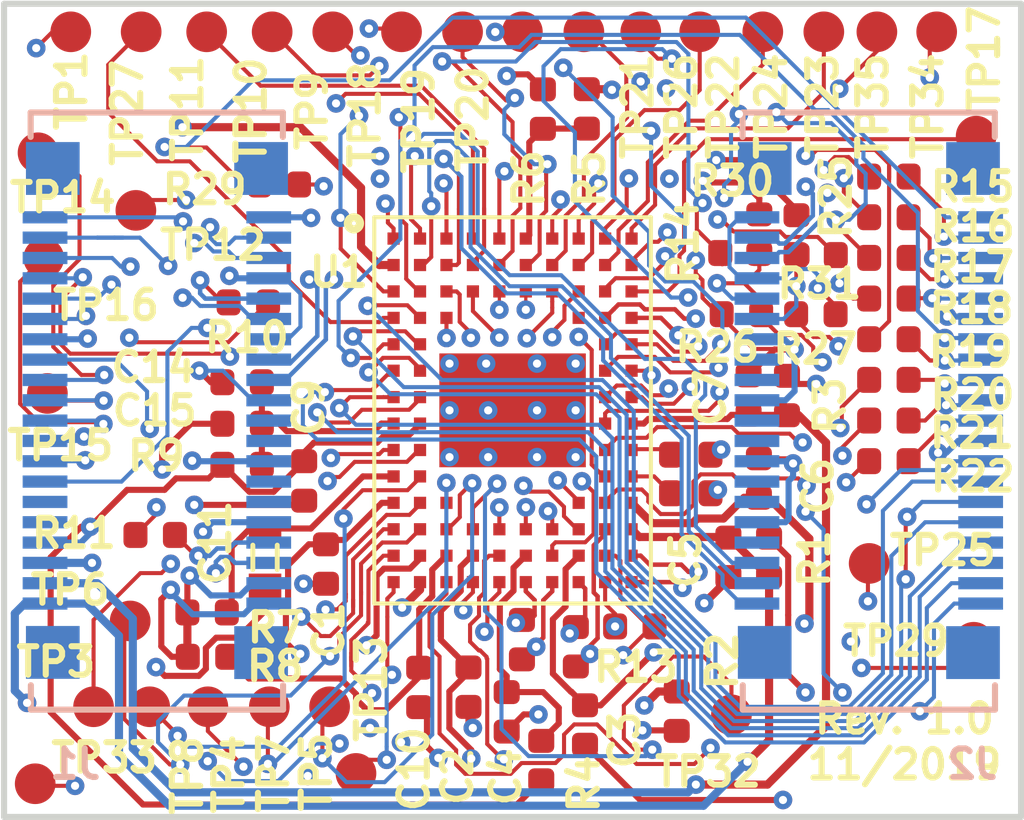
<source format=kicad_pcb>
(kicad_pcb (version 20171130) (host pcbnew 5.1.5+dfsg1-2~bpo10+1)
  (layers (0 Top_Layer signal) (1 Ground_layer1 signal) (2 Signal_Layer1 signal) (3 Signal_Layer2 signal) (4 Ground_Layer2 signal) (31 Bottom_Layer signal) (34 B.Paste user hide) (35 F.Paste user hide) (36 B.SilkS user hide) (37 F.SilkS user) (38 B.Mask user hide) (39 F.Mask user hide) (44 Edge.Cuts user))
  (net 0 "")
  (net 1 GND)
  (net 2 /CSI_D2_IN_P)
  (net 3 /CSI_D2_IN_N)
  (net 4 /CSI_D3_IN_N)
  (net 5 /CSI_D4_IN_N)
  (net 6 /CSI_D4_IN_P)
  (net 7 /CSI_D4_OUT_N)
  (net 8 /CSI_D3_OUT_N)
  (net 9 /3V3_SYS)
  (net 10 /CSI_D3_IN_P)
  (net 11 /VDDANA)
  (net 12 /2V5)
  (net 13 /1V8)
  (net 14 /CSI_D4_OUT_P)
  (net 15 /CSI_D3_OUT_P)
  (net 16 /1V2)
  (net 17 /LED3_ISINK)
  (net 18 /LED1_ISINK)
  (net 19 /TMS)
  (net 20 /VSENSE)
  (net 21 /1V8_SYS)
  (net 22 /LED2_ISINK)
  (net 23 /EXTCLK_EN)
  (net 24 /TDO)
  (net 25 /3V3)
  (net 26 /TDI)
  (net 27 /PC_RDY)
  (net 28 /TCK)
  (net 29 /VBATH)
  (net 30 /CSI_D2_OUT_N)
  (net 31 /EXT_CLK)
  (net 32 /I2C_0_SCL)
  (net 33 /ZIP_EN_L)
  (net 34 /CSI_D2_OUT_P)
  (net 35 /PWR_BTN)
  (net 36 /I2C_0_SDA)
  (net 37 /CSI_D1_IN_N)
  (net 38 /CSI_D1_OUT_N)
  (net 39 /CSI_D1_IN_P)
  (net 40 /CSI_CLK_IN_P)
  (net 41 /CSI_CLK_IN_N)
  (net 42 /CSI_CLK_OUT_N)
  (net 43 /CTRL_SO)
  (net 44 /CTRL_SI)
  (net 45 /CTRL_SCK)
  (net 46 /CSI_CLK_OUT_P)
  (net 47 "Net-(U1-PadD8)")
  (net 48 /ULPM_WAKE)
  (net 49 /PIO3)
  (net 50 /2V5_SYS)
  (net 51 /CTRL_OUT)
  (net 52 /USB_D_N)
  (net 53 /USB_D_P)
  (net 54 /DBG_TX)
  (net 55 /VPLL_A)
  (net 56 /PROC_SCK)
  (net 57 /PROC_SI)
  (net 58 /PROC_OUT_0)
  (net 59 /PROC_OUT_1)
  (net 60 /I2C_1_SDA)
  (net 61 /PROC_OUT_2)
  (net 62 /USB_DET)
  (net 63 /CTRL_SS)
  (net 64 /PIO1)
  (net 65 /I2C_1_SCL)
  (net 66 /DONE)
  (net 67 /DBG_RX)
  (net 68 /PIO2)
  (net 69 /PROC_SS)
  (net 70 /PROC_RST)
  (net 71 /SYS_CLK)
  (net 72 /PROC_SO)
  (net 73 /VUSB)
  (net 74 /1V2_SYS)
  (net 75 /CSI_D1_OUT_P)
  (net 76 /E_PROC_RST)
  (net 77 /E_PROC_SI)
  (net 78 /E_PROC_SO)
  (net 79 /E_PROC_SCK)
  (net 80 /E_PROC_SS)
  (net 81 /CTRL_RST_FLASH_SOC_CS)
  (net 82 /E_CTRL_SI)
  (net 83 /E_CTRL_SO)
  (net 84 /E_CTRL_SCK)
  (net 85 /E_CTRL_SS)
  (net 86 /PIO9)
  (net 87 /PIO10)
  (net 88 /PIO11)
  (net 89 /PIO12)
  (net 90 /PIO15)
  (net 91 /PIO8)
  (net 92 /PIO7)
  (net 93 /PIO6)
  (net 94 /VX)
  (net 95 /AMUX)
  (net 96 /DMUX)
  (net 97 /FLASH_CLK)
  (net 98 /FLASH_CS)
  (net 99 /FLASH_IO0)
  (net 100 /FLASH_IO1)
  (net 101 /FLASH_IO2)
  (net 102 /FLASH_IO3)
  (net 103 /RAVEN_VCC)
  (net 104 /BOOST_OUT)
  (net 105 "Net-(TP34-Pad1)")
  (net 106 "Net-(TP35-Pad1)")
  (net 107 /C_CSI_D1_OUT_N)
  (net 108 /C_CSI_D1_OUT_P)
  (net 109 /CSI_INT)
  (net 110 /PROC_INT)
  (net 111 /PIO14)
  (net 112 /PIO13)
  (net 113 /PIO0)
  (net 114 /RDL_LP_CSI_D1_OUT_P)
  (net 115 /RDL_LP_CSI_D1_OUT_N)
  (net 116 /PROG_LP_CSI_D1_OUT_N)
  (net 117 /PROG_LP_CSI_D1_OUT_P)
  (module zglue-jade-adapter-footprints:Z-Glue_LGA-96 (layer Top_Layer) (at 12.5 10 180)
    (fp_text reference U1 (at 4.27 3.4) (layer F.SilkS) (effects (font (size 0.7 0.7))))
    (fp_text value GEM2)
    (pad P1 smd rect (at 2.925 -4.225 180) (size 0.3 0.3) (layers Top_Layer F.Paste F.Mask) (net 94 /VX))
    (pad P2 smd rect (at 2.275 -4.225 180) (size 0.3 0.3) (layers Top_Layer F.Paste F.Mask) (net 1 GND))
    (pad P3 smd rect (at 1.625 -4.225 180) (size 0.3 0.3) (layers Top_Layer F.Paste F.Mask) (net 110 /PROC_INT))
    (pad P4 smd rect (at 0.975 -4.225 180) (size 0.3 0.3) (layers Top_Layer F.Paste F.Mask) (net 109 /CSI_INT))
    (pad P5 smd rect (at 0.325 -4.225 180) (size 0.3 0.3) (layers Top_Layer F.Paste F.Mask) (net 114 /RDL_LP_CSI_D1_OUT_P))
    (pad P6 smd rect (at -0.325 -4.225 270) (size 0.3 0.3) (layers Top_Layer F.Paste F.Mask) (net 41 /CSI_CLK_IN_N))
    (pad P7 smd rect (at -0.975 -4.225 180) (size 0.3 0.3) (layers Top_Layer F.Paste F.Mask) (net 40 /CSI_CLK_IN_P))
    (pad P8 smd rect (at -1.625 -4.225 180) (size 0.3 0.3) (layers Top_Layer F.Paste F.Mask) (net 3 /CSI_D2_IN_N))
    (pad P9 smd rect (at -2.275 -4.225 180) (size 0.3 0.3) (layers Top_Layer F.Paste F.Mask) (net 39 /CSI_D1_IN_P))
    (pad P10 smd rect (at -2.925 -4.225 180) (size 0.3 0.3) (layers Top_Layer F.Paste F.Mask) (net 46 /CSI_CLK_OUT_P))
    (pad N7 smd rect (at -0.975 -3.575 180) (size 0.3 0.3) (layers Top_Layer F.Paste F.Mask) (net 9 /3V3_SYS))
    (pad N5 smd rect (at 0.325 -3.575 180) (size 0.3 0.3) (layers Top_Layer F.Paste F.Mask) (net 115 /RDL_LP_CSI_D1_OUT_N))
    (pad N3 smd rect (at 1.625 -3.575 180) (size 0.3 0.3) (layers Top_Layer F.Paste F.Mask) (net 11 /VDDANA))
    (pad N8 smd rect (at -1.625 -3.575 180) (size 0.3 0.3) (layers Top_Layer F.Paste F.Mask) (net 12 /2V5))
    (pad N4 smd rect (at 0.975 -3.575 180) (size 0.3 0.3) (layers Top_Layer F.Paste F.Mask) (net 13 /1V8))
    (pad N1 smd rect (at 2.925 -3.575 180) (size 0.3 0.3) (layers Top_Layer F.Paste F.Mask) (net 104 /BOOST_OUT))
    (pad N9 smd rect (at -2.275 -3.575 180) (size 0.3 0.3) (layers Top_Layer F.Paste F.Mask) (net 37 /CSI_D1_IN_N))
    (pad N2 smd rect (at 2.275 -3.575 180) (size 0.3 0.3) (layers Top_Layer F.Paste F.Mask) (net 1 GND))
    (pad N10 smd rect (at -2.925 -3.575 180) (size 0.3 0.3) (layers Top_Layer F.Paste F.Mask) (net 42 /CSI_CLK_OUT_N))
    (pad N6 smd rect (at -0.325 -3.575 180) (size 0.3 0.3) (layers Top_Layer F.Paste F.Mask) (net 16 /1V2))
    (pad M7 smd rect (at -0.975 -2.925 180) (size 0.3 0.3) (layers Top_Layer F.Paste F.Mask) (net 17 /LED3_ISINK))
    (pad M5 smd rect (at 0.325 -2.925 180) (size 0.3 0.3) (layers Top_Layer F.Paste F.Mask) (net 18 /LED1_ISINK))
    (pad M3 smd rect (at 1.625 -2.925 180) (size 0.3 0.3) (layers Top_Layer F.Paste F.Mask) (net 96 /DMUX))
    (pad M8 smd rect (at -1.625 -2.925 180) (size 0.3 0.3) (layers Top_Layer F.Paste F.Mask) (net 19 /TMS))
    (pad M4 smd rect (at 0.975 -2.925 180) (size 0.3 0.3) (layers Top_Layer F.Paste F.Mask) (net 20 /VSENSE))
    (pad M1 smd rect (at 2.925 -2.925 180) (size 0.3 0.3) (layers Top_Layer F.Paste F.Mask) (net 1 GND))
    (pad M9 smd rect (at -2.275 -2.925 180) (size 0.3 0.3) (layers Top_Layer F.Paste F.Mask) (net 2 /CSI_D2_IN_P))
    (pad M2 smd rect (at 2.275 -2.925 180) (size 0.3 0.3) (layers Top_Layer F.Paste F.Mask) (net 95 /AMUX))
    (pad M10 smd rect (at -2.925 -2.925 180) (size 0.3 0.3) (layers Top_Layer F.Paste F.Mask) (net 9 /3V3_SYS))
    (pad M6 smd rect (at -0.325 -2.925 180) (size 0.3 0.3) (layers Top_Layer F.Paste F.Mask) (net 22 /LED2_ISINK))
    (pad L3 smd rect (at 1.625 -2.275 180) (size 0.3 0.3) (layers Top_Layer F.Paste F.Mask) (net 23 /EXTCLK_EN))
    (pad L8 smd rect (at -1.625 -2.275 180) (size 0.3 0.3) (layers Top_Layer F.Paste F.Mask) (net 24 /TDO))
    (pad L1 smd rect (at 2.925 -2.275 180) (size 0.3 0.3) (layers Top_Layer F.Paste F.Mask) (net 25 /3V3))
    (pad L9 smd rect (at -2.275 -2.275 180) (size 0.3 0.3) (layers Top_Layer F.Paste F.Mask) (net 26 /TDI))
    (pad L2 smd rect (at 2.275 -2.275 180) (size 0.3 0.3) (layers Top_Layer F.Paste F.Mask) (net 27 /PC_RDY))
    (pad L10 smd rect (at -2.925 -2.275 180) (size 0.3 0.3) (layers Top_Layer F.Paste F.Mask) (net 21 /1V8_SYS))
    (pad K9 smd rect (at -2.275 -1.625 180) (size 0.3 0.3) (layers Top_Layer F.Paste F.Mask) (net 28 /TCK))
    (pad K1 smd rect (at 2.925 -1.625 270) (size 0.3 0.3) (layers Top_Layer F.Paste F.Mask) (net 29 /VBATH))
    (pad K10 smd rect (at -2.925 -1.625 180) (size 0.3 0.3) (layers Top_Layer F.Paste F.Mask) (net 38 /CSI_D1_OUT_N))
    (pad K2 smd rect (at 2.275 -1.625 180) (size 0.3 0.3) (layers Top_Layer F.Paste F.Mask) (net 31 /EXT_CLK))
    (pad J9 smd rect (at -2.275 -0.975 180) (size 0.3 0.3) (layers Top_Layer F.Paste F.Mask) (net 32 /I2C_0_SCL))
    (pad J2 smd rect (at 2.275 -0.975 180) (size 0.3 0.3) (layers Top_Layer F.Paste F.Mask) (net 33 /ZIP_EN_L))
    (pad J10 smd rect (at -2.925 -0.975 180) (size 0.3 0.3) (layers Top_Layer F.Paste F.Mask) (net 75 /CSI_D1_OUT_P))
    (pad J1 smd rect (at 2.925 -0.975 180) (size 0.3 0.3) (layers Top_Layer F.Paste F.Mask) (net 35 /PWR_BTN))
    (pad H9 smd rect (at -2.275 -0.325 180) (size 0.3 0.3) (layers Top_Layer F.Paste F.Mask) (net 36 /I2C_0_SDA))
    (pad H2 smd rect (at 2.275 -0.325 180) (size 0.3 0.3) (layers Top_Layer F.Paste F.Mask) (net 74 /1V2_SYS))
    (pad H10 smd rect (at -2.925 -0.325 180) (size 0.3 0.3) (layers Top_Layer F.Paste F.Mask) (net 50 /2V5_SYS))
    (pad H1 smd rect (at 2.925 -0.325 180) (size 0.3 0.3) (layers Top_Layer F.Paste F.Mask) (net 55 /VPLL_A))
    (pad G9 smd rect (at -2.275 0.325 180) (size 0.3 0.3) (layers Top_Layer F.Paste F.Mask) (net 111 /PIO14))
    (pad G2 smd rect (at 2.275 0.325 180) (size 0.3 0.3) (layers Top_Layer F.Paste F.Mask) (net 101 /FLASH_IO2))
    (pad G10 smd rect (at -2.925 0.325 180) (size 0.3 0.3) (layers Top_Layer F.Paste F.Mask) (net 62 /USB_DET))
    (pad G1 smd rect (at 2.925 0.325 180) (size 0.3 0.3) (layers Top_Layer F.Paste F.Mask) (net 100 /FLASH_IO1))
    (pad F9 smd rect (at -2.275 0.975 180) (size 0.3 0.3) (layers Top_Layer F.Paste F.Mask) (net 63 /CTRL_SS))
    (pad F2 smd rect (at 2.275 0.975 180) (size 0.3 0.3) (layers Top_Layer F.Paste F.Mask) (net 98 /FLASH_CS))
    (pad F10 smd rect (at -2.925 0.975 180) (size 0.3 0.3) (layers Top_Layer F.Paste F.Mask) (net 45 /CTRL_SCK))
    (pad F1 smd rect (at 2.925 0.975 180) (size 0.3 0.3) (layers Top_Layer F.Paste F.Mask) (net 102 /FLASH_IO3))
    (pad E9 smd rect (at -2.275 1.625 180) (size 0.3 0.3) (layers Top_Layer F.Paste F.Mask) (net 44 /CTRL_SI))
    (pad E2 smd rect (at 2.275 1.625 180) (size 0.3 0.3) (layers Top_Layer F.Paste F.Mask) (net 99 /FLASH_IO0))
    (pad E10 smd rect (at -2.925 1.625 180) (size 0.3 0.3) (layers Top_Layer F.Paste F.Mask) (net 112 /PIO13))
    (pad E1 smd rect (at 2.925 1.625 180) (size 0.3 0.3) (layers Top_Layer F.Paste F.Mask) (net 81 /CTRL_RST_FLASH_SOC_CS))
    (pad D8 smd rect (at -1.625 2.275 180) (size 0.3 0.3) (layers Top_Layer F.Paste F.Mask) (net 47 "Net-(U1-PadD8)"))
    (pad D3 smd rect (at 1.625 2.275 180) (size 0.3 0.3) (layers Top_Layer F.Paste F.Mask) (net 48 /ULPM_WAKE))
    (pad D9 smd rect (at -2.275 2.275 180) (size 0.3 0.3) (layers Top_Layer F.Paste F.Mask) (net 52 /USB_D_N))
    (pad D1 smd rect (at 2.925 2.275 180) (size 0.3 0.3) (layers Top_Layer F.Paste F.Mask) (net 90 /PIO15))
    (pad D10 smd rect (at -2.925 2.275 180) (size 0.3 0.3) (layers Top_Layer F.Paste F.Mask) (net 53 /USB_D_P))
    (pad D2 smd rect (at 2.275 2.275 180) (size 0.3 0.3) (layers Top_Layer F.Paste F.Mask) (net 97 /FLASH_CLK))
    (pad C8 smd rect (at -1.625 2.925 180) (size 0.3 0.3) (layers Top_Layer F.Paste F.Mask) (net 57 /PROC_SI))
    (pad C9 smd rect (at -2.275 2.925 180) (size 0.3 0.3) (layers Top_Layer F.Paste F.Mask) (net 105 "Net-(TP34-Pad1)"))
    (pad B4 smd rect (at 0.975 3.575 180) (size 0.3 0.3) (layers Top_Layer F.Paste F.Mask) (net 64 /PIO1))
    (pad A7 smd rect (at -0.975 4.225 180) (size 0.3 0.3) (layers Top_Layer F.Paste F.Mask) (net 54 /DBG_TX))
    (pad B7 smd rect (at -0.975 3.575 180) (size 0.3 0.3) (layers Top_Layer F.Paste F.Mask) (net 86 /PIO9))
    (pad B9 smd rect (at -2.275 3.575 180) (size 0.3 0.3) (layers Top_Layer F.Paste F.Mask) (net 89 /PIO12))
    (pad C2 smd rect (at 2.275 2.925 180) (size 0.3 0.3) (layers Top_Layer F.Paste F.Mask) (net 69 /PROC_SS))
    (pad C10 smd rect (at -2.925 2.925 180) (size 0.3 0.3) (layers Top_Layer F.Paste F.Mask) (net 71 /SYS_CLK))
    (pad C5 smd rect (at 0.325 2.925 180) (size 0.3 0.3) (layers Top_Layer F.Paste F.Mask) (net 93 /PIO6))
    (pad C7 smd rect (at -0.975 2.925 180) (size 0.3 0.3) (layers Top_Layer F.Paste F.Mask) (net 72 /PROC_SO))
    (pad C6 smd rect (at -0.325 2.925 180) (size 0.3 0.3) (layers Top_Layer F.Paste F.Mask) (net 91 /PIO8))
    (pad B2 smd rect (at 2.275 3.575 180) (size 0.3 0.3) (layers Top_Layer F.Paste F.Mask) (net 59 /PROC_OUT_1))
    (pad A2 smd rect (at 2.275 4.225 180) (size 0.3 0.3) (layers Top_Layer F.Paste F.Mask) (net 58 /PROC_OUT_0))
    (pad A9 smd rect (at -2.275 4.225 180) (size 0.3 0.3) (layers Top_Layer F.Paste F.Mask) (net 106 "Net-(TP35-Pad1)"))
    (pad A1 smd rect (at 2.925 4.225 180) (size 0.3 0.3) (layers Top_Layer F.Paste F.Mask) (net 70 /PROC_RST))
    (pad A4 smd rect (at 0.975 4.225 180) (size 0.3 0.3) (layers Top_Layer F.Paste F.Mask) (net 49 /PIO3))
    (pad C1 smd rect (at 2.925 2.925 180) (size 0.3 0.3) (layers Top_Layer F.Paste F.Mask) (net 56 /PROC_SCK))
    (pad C3 smd rect (at 1.625 2.925 180) (size 0.3 0.3) (layers Top_Layer F.Paste F.Mask) (net 113 /PIO0))
    (pad C4 smd rect (at 0.975 2.925 180) (size 0.3 0.3) (layers Top_Layer F.Paste F.Mask) (net 68 /PIO2))
    (pad A6 smd rect (at -0.325 4.225 180) (size 0.3 0.3) (layers Top_Layer F.Paste F.Mask) (net 103 /RAVEN_VCC))
    (pad A10 smd rect (at -2.925 4.225 180) (size 0.3 0.3) (layers Top_Layer F.Paste F.Mask) (net 88 /PIO11))
    (pad A5 smd rect (at 0.325 4.225 180) (size 0.3 0.3) (layers Top_Layer F.Paste F.Mask) (net 116 /PROG_LP_CSI_D1_OUT_N))
    (pad B8 smd rect (at -1.625 3.575 180) (size 0.3 0.3) (layers Top_Layer F.Paste F.Mask) (net 87 /PIO10))
    (pad A8 smd rect (at -1.625 4.225 180) (size 0.3 0.3) (layers Top_Layer F.Paste F.Mask) (net 67 /DBG_RX))
    (pad A3 smd rect (at 1.625 4.225 180) (size 0.3 0.3) (layers Top_Layer F.Paste F.Mask) (net 66 /DONE))
    (pad B6 smd rect (at -0.325 3.575 180) (size 0.3 0.3) (layers Top_Layer F.Paste F.Mask) (net 92 /PIO7))
    (pad B3 smd rect (at 1.625 3.575 180) (size 0.3 0.3) (layers Top_Layer F.Paste F.Mask) (net 61 /PROC_OUT_2))
    (pad B10 smd rect (at -2.925 3.575 180) (size 0.3 0.3) (layers Top_Layer F.Paste F.Mask) (net 43 /CTRL_SO))
    (pad B5 smd rect (at 0.325 3.575 180) (size 0.3 0.3) (layers Top_Layer F.Paste F.Mask) (net 117 /PROG_LP_CSI_D1_OUT_P))
    (pad B1 smd rect (at 2.925 3.575 180) (size 0.3 0.3) (layers Top_Layer F.Paste F.Mask) (net 9 /3V3_SYS))
    (pad EP smd rect (at 0 0 180) (size 3.6 2.8) (layers Top_Layer F.Mask) (net 1 GND))
    (pad EP thru_hole circle (at -0.6 -1.15 180) (size 0.457 0.457) (drill 0.2) (layers *.Cu *.Mask) (net 1 GND))
    (pad EP thru_hole circle (at 0.6 -1.15 180) (size 0.457 0.457) (drill 0.2) (layers *.Cu *.Mask) (net 1 GND))
    (pad EP thru_hole circle (at -0.6 0 180) (size 0.457 0.457) (drill 0.2) (layers *.Cu *.Mask) (net 1 GND))
    (pad EP thru_hole circle (at 0.6 0 180) (size 0.457 0.457) (drill 0.2) (layers *.Cu *.Mask) (net 1 GND))
    (pad EP thru_hole circle (at -0.6 1.15 180) (size 0.457 0.457) (drill 0.2) (layers *.Cu *.Mask) (net 1 GND))
    (pad EP thru_hole circle (at 0.65 1.15 180) (size 0.457 0.457) (drill 0.2) (layers *.Cu *.Mask) (net 1 GND))
    (pad EP thru_hole circle (at -1.55 -1.15 180) (size 0.457 0.457) (drill 0.2) (layers *.Cu *.Mask) (net 1 GND))
    (pad EP thru_hole circle (at 1.55 -1.15 180) (size 0.457 0.457) (drill 0.2) (layers *.Cu *.Mask) (net 1 GND))
    (pad EP thru_hole circle (at 1.55 0 180) (size 0.457 0.457) (drill 0.2) (layers *.Cu *.Mask) (net 1 GND))
    (pad EP thru_hole circle (at -1.55 0 180) (size 0.457 0.457) (drill 0.2) (layers *.Cu *.Mask) (net 1 GND))
    (pad EP thru_hole circle (at -1.55 1.15 180) (size 0.457 0.457) (drill 0.2) (layers *.Cu *.Mask) (net 1 GND))
    (pad EP thru_hole circle (at 1.55 1.15 180) (size 0.457 0.457) (drill 0.2) (layers *.Cu *.Mask) (net 1 GND))
  )
  (module zglue-jade-adapter-footprints:0402-res (layer Top_Layer) (at 18.09 6.13)
    (fp_text reference R30 (at -0.19 -1.77) (layer F.SilkS) (effects (font (size 0.7 0.7))))
    (fp_text value R_22R_0402)
    (pad 1 smd roundrect (at -0.485 0) (size 0.59 0.64) (layers Top_Layer F.Paste F.Mask) (net 117 /PROG_LP_CSI_D1_OUT_P))
    (pad 2 smd roundrect (at 0.485 0) (size 0.59 0.64) (layers Top_Layer F.Paste F.Mask) (net 108 /C_CSI_D1_OUT_P))
  )
  (module zglue-jade-adapter-footprints:0402-res (layer Top_Layer) (at 19.96 6.18 180)
    (fp_text reference R31 (at -0.08 -0.71 180) (layer F.SilkS) (effects (font (size 0.7 0.7))))
    (fp_text value R_22R_0402)
    (pad 2 smd roundrect (at 0.485 0 180) (size 0.59 0.64) (layers Top_Layer F.Paste F.Mask) (net 107 /C_CSI_D1_OUT_N))
    (pad 1 smd roundrect (at -0.485 0 180) (size 0.59 0.64) (layers Top_Layer F.Paste F.Mask) (net 116 /PROG_LP_CSI_D1_OUT_N))
  )
  (module zglue-jade-adapter-footprints:Testpoint_smd_1mm (layer Top_Layer) (at 23.835 15.755)
    (fp_text reference TP29 (at -1.91 -0.08) (layer F.SilkS) (effects (font (size 0.7 0.7))))
    (fp_text value TP_SMD1MM hide)
    (pad 1 smd circle (at 0 -0.0508) (size 1 1) (layers Top_Layer F.Mask) (net 110 /PROC_INT))
  )
  (module zglue-jade-adapter-footprints:Testpoint_smd_1mm (layer Top_Layer) (at 21.455 0.74)
    (fp_text reference TP35 (at -0.1 1.78 90) (layer F.SilkS) (effects (font (size 0.7 0.7))))
    (fp_text value TP_SMD1MM hide)
    (pad 1 smd circle (at 0 -0.0508) (size 1 1) (layers Top_Layer F.Mask) (net 106 "Net-(TP35-Pad1)"))
  )
  (module zglue-jade-adapter-footprints:Testpoint_smd_1mm (layer Top_Layer) (at 0.835 3.715)
    (fp_text reference TP14 (at 0.61 1.05) (layer F.SilkS) (effects (font (size 0.7 0.7))))
    (fp_text value TP_SMD1MM hide)
    (pad 1 smd circle (at 0 -0.0508) (size 1 1) (layers Top_Layer F.Mask) (net 18 /LED1_ISINK))
  )
  (module zglue-jade-adapter-footprints:Testpoint_smd_1mm (layer Top_Layer) (at 1.065 9.635)
    (fp_text reference TP15 (at 0.32 1.23) (layer F.SilkS) (effects (font (size 0.7 0.7))))
    (fp_text value TP_SMD1MM hide)
    (pad 1 smd circle (at 0 -0.0508) (size 1 1) (layers Top_Layer F.Mask) (net 22 /LED2_ISINK))
  )
  (module zglue-jade-adapter-footprints:Testpoint_smd_1mm (layer Top_Layer) (at 0.975 6.305)
    (fp_text reference TP16 (at 1.53 1.11) (layer F.SilkS) (effects (font (size 0.7 0.7))))
    (fp_text value TP_SMD1MM hide)
    (pad 1 smd circle (at 0 -0.0508) (size 1 1) (layers Top_Layer F.Mask) (net 17 /LED3_ISINK))
  )
  (module zglue-jade-adapter-footprints:Testpoint_smd_1mm (layer Top_Layer) (at 22.925 0.74)
    (fp_text reference TP34 (at -0.22 1.78 90) (layer F.SilkS) (effects (font (size 0.7 0.7))))
    (fp_text value TP_SMD1MM hide)
    (pad 1 smd circle (at 0 -0.0508) (size 1 1) (layers Top_Layer F.Mask) (net 105 "Net-(TP34-Pad1)"))
  )
  (module zglue-jade-adapter-footprints:Testpoint_smd_1mm (layer Top_Layer) (at 0.765 19.235)
    (fp_text reference TP33 (at 1.7 -0.69) (layer F.SilkS) (effects (font (size 0.7 0.7))))
    (fp_text value TP_SMD1MM hide)
    (pad 1 smd circle (at 0 -0.0508) (size 1 1) (layers Top_Layer F.Mask) (net 104 /BOOST_OUT))
  )
  (module zglue-jade-adapter-footprints:Testpoint_smd_1mm (layer Top_Layer) (at 17.88 17.54)
    (fp_text reference TP32 (at -0.575 1.35) (layer F.SilkS) (effects (font (size 0.7 0.7))))
    (fp_text value TP_SMD1MM hide)
    (pad 1 smd circle (at 0 -0.0508) (size 1 1) (layers Top_Layer F.Mask) (net 20 /VSENSE))
  )
  (module zglue-jade-adapter-footprints:Testpoint_smd_1mm (layer Top_Layer) (at 7.9516 17.2908 270)
    (fp_text reference TP5 (at 1.6042 0.2766 270) (layer F.SilkS) (effects (font (size 0.7 0.7))))
    (fp_text value TP_SMD1MM hide)
    (pad 1 smd circle (at 0 -0.0508 270) (size 1 1) (layers Top_Layer F.Mask) (net 96 /DMUX))
  )
  (module zglue-jade-adapter-footprints:Testpoint_smd_1mm (layer Top_Layer) (at 3.0492 15.18 270)
    (fp_text reference TP6 (at -0.765 1.4242) (layer F.SilkS) (effects (font (size 0.7 0.7))))
    (fp_text value TP_SMD1MM hide)
    (pad 1 smd circle (at 0 -0.0508 270) (size 1 1) (layers Top_Layer F.Mask) (net 95 /AMUX))
  )
  (module zglue-jade-adapter-footprints:Testpoint_smd_1mm (layer Top_Layer) (at 8.6 18.93 270)
    (fp_text reference TP13 hide)
    (fp_text value TP_SMD1MM hide)
    (pad 1 smd circle (at 0 -0.0508 270) (size 1 1) (layers Top_Layer F.Mask) (net 94 /VX))
  )
  (module zglue-jade-adapter-footprints:Testpoint_smd_1mm (layer Top_Layer) (at 9.7192 0.6892 270)
    (fp_text reference TP18 (at 2.0408 0.8492 270) (layer F.SilkS) (effects (font (size 0.7 0.7))))
    (fp_text value TP_SMD1MM hide)
    (pad 1 smd circle (at 0 -0.0508 270) (size 1 1) (layers Top_Layer F.Mask) (net 93 /PIO6))
  )
  (module zglue-jade-adapter-footprints:Testpoint_smd_1mm (layer Top_Layer) (at 11.22 0.6892 270)
    (fp_text reference TP19 (at 2.185 1.0242 270) (layer F.SilkS) (effects (font (size 0.7 0.7))))
    (fp_text value TP_SMD1MM hide)
    (pad 1 smd circle (at 0 -0.0508 270) (size 1 1) (layers Top_Layer F.Mask) (net 92 /PIO7))
  )
  (module zglue-jade-adapter-footprints:Testpoint_smd_1mm (layer Top_Layer) (at 12.69 0.6892 270)
    (fp_text reference TP20 (at 2.145 1.165 270) (layer F.SilkS) (effects (font (size 0.7 0.7))))
    (fp_text value TP_SMD1MM hide)
    (pad 1 smd circle (at 0 -0.0508 270) (size 1 1) (layers Top_Layer F.Mask) (net 91 /PIO8))
  )
  (module zglue-jade-adapter-footprints:Testpoint_smd_1mm (layer Top_Layer) (at 3.3192 0.6892 270)
    (fp_text reference TP27 (at 1.9908 0.2892 90) (layer F.SilkS) (effects (font (size 0.7 0.7))))
    (fp_text value TP_SMD1MM hide)
    (pad 1 smd circle (at 0 -0.0508 270) (size 1 1) (layers Top_Layer F.Mask) (net 90 /PIO15))
  )
  (module zglue-jade-adapter-footprints:Testpoint_smd_1mm (layer Top_Layer) (at 15.6 0.6892 270)
    (fp_text reference TP26 (at 1.8308 -1.055 270) (layer F.SilkS) (effects (font (size 0.7 0.7))))
    (fp_text value TP_SMD1MM hide)
    (pad 1 smd circle (at 0 -0.0508 270) (size 1 1) (layers Top_Layer F.Mask) (net 111 /PIO14))
  )
  (module zglue-jade-adapter-footprints:Testpoint_smd_1mm (layer Top_Layer) (at 21.2142 13.765 270)
    (fp_text reference TP25 (at -0.32 -1.8608) (layer F.SilkS) (effects (font (size 0.7 0.7))))
    (fp_text value TP_SMD1MM hide)
    (pad 1 smd circle (at 0 -0.0508 270) (size 1 1) (layers Top_Layer F.Mask) (net 112 /PIO13))
  )
  (module zglue-jade-adapter-footprints:Testpoint_smd_1mm (layer Top_Layer) (at 18.6 0.6892 270)
    (fp_text reference TP24 (at 1.8308 -0.265 270) (layer F.SilkS) (effects (font (size 0.7 0.7))))
    (fp_text value TP_SMD1MM hide)
    (pad 1 smd circle (at 0 -0.0508 270) (size 1 1) (layers Top_Layer F.Mask) (net 89 /PIO12))
  )
  (module zglue-jade-adapter-footprints:Testpoint_smd_1mm (layer Top_Layer) (at 20.1 0.6892 270)
    (fp_text reference TP23 (at 1.8308 -0.025 270) (layer F.SilkS) (effects (font (size 0.7 0.7))))
    (fp_text value TP_SMD1MM hide)
    (pad 1 smd circle (at 0 -0.0508 270) (size 1 1) (layers Top_Layer F.Mask) (net 88 /PIO11))
  )
  (module zglue-jade-adapter-footprints:Testpoint_smd_1mm (layer Top_Layer) (at 17.0492 0.6892 270)
    (fp_text reference TP22 (at 1.8308 -0.6358 270) (layer F.SilkS) (effects (font (size 0.7 0.7))))
    (fp_text value TP_SMD1MM hide)
    (pad 1 smd circle (at 0 -0.0508 270) (size 1 1) (layers Top_Layer F.Mask) (net 87 /PIO10))
  )
  (module zglue-jade-adapter-footprints:Testpoint_smd_1mm (layer Top_Layer) (at 14.2016 0.6892 270)
    (fp_text reference TP21 (at 1.8308 -1.3734 270) (layer F.SilkS) (effects (font (size 0.7 0.7))))
    (fp_text value TP_SMD1MM hide)
    (pad 1 smd circle (at 0 -0.0508 270) (size 1 1) (layers Top_Layer F.Mask) (net 86 /PIO9))
  )
  (module zglue-jade-adapter-footprints:Testpoint_smd_1mm (layer Top_Layer) (at 5.01 17.24 180)
    (fp_text reference TP4 (at -0.515 -1.705 270) (layer F.SilkS) (effects (font (size 0.7 0.7))))
    (fp_text value TP_SMD1MM hide)
    (pad 1 smd circle (at 0 -0.0508 180) (size 1 1) (layers Top_Layer F.Mask) (net 27 /PC_RDY))
  )
  (module zglue-jade-adapter-footprints:Testpoint_smd_1mm (layer Top_Layer) (at 8.08 0.6384 180)
    (fp_text reference TP9 (at 0.51 -1.9916 270) (layer F.SilkS) (effects (font (size 0.7 0.7))))
    (fp_text value TP_SMD1MM hide)
    (pad 1 smd circle (at 0 -0.0508 180) (size 1 1) (layers Top_Layer F.Mask) (net 49 /PIO3))
  )
  (module zglue-jade-adapter-footprints:Testpoint_smd_1mm (layer Top_Layer) (at 6.52 17.24 180)
    (fp_text reference TP7 (at -0.105 -1.685 270) (layer F.SilkS) (effects (font (size 0.7 0.7))))
    (fp_text value TP_SMD1MM hide)
    (pad 1 smd circle (at 0 -0.0508 180) (size 1 1) (layers Top_Layer F.Mask) (net 23 /EXTCLK_EN))
  )
  (module zglue-jade-adapter-footprints:Testpoint_smd_1mm (layer Top_Layer) (at 2.2 17.24 180)
    (fp_text reference TP3 (at 0.925 1.055) (layer F.SilkS) (effects (font (size 0.7 0.7))))
    (fp_text value TP_SMD1MM hide)
    (pad 1 smd circle (at 0 -0.0508 180) (size 1 1) (layers Top_Layer F.Mask) (net 33 /ZIP_EN_L))
  )
  (module zglue-jade-adapter-footprints:Testpoint_smd_1mm (layer Top_Layer) (at 1.64 0.6384 180)
    (fp_text reference TP1 (at -0.02 -1.5016 270) (layer F.SilkS) (effects (font (size 0.7 0.7))))
    (fp_text value TP_SMD1MM hide)
    (pad 1 smd circle (at 0 -0.0508 180) (size 1 1) (layers Top_Layer F.Mask) (net 113 /PIO0))
  )
  (module zglue-jade-adapter-footprints:Testpoint_smd_1mm (layer Top_Layer) (at 3.58 17.24 180)
    (fp_text reference TP8 (at -0.925 -1.745 270) (layer F.SilkS) (effects (font (size 0.7 0.7))))
    (fp_text value TP_SMD1MM hide)
    (pad 1 smd circle (at 0 -0.0508 180) (size 1 1) (layers Top_Layer F.Mask) (net 31 /EXT_CLK))
  )
  (module zglue-jade-adapter-footprints:Testpoint_smd_1mm (layer Top_Layer) (at 4.98 0.6384 180)
    (fp_text reference TP11 (at 0.47 -1.9416 270) (layer F.SilkS) (effects (font (size 0.7 0.7))))
    (fp_text value TP_SMD1MM hide)
    (pad 1 smd circle (at 0 -0.0508 180) (size 1 1) (layers Top_Layer F.Mask) (net 64 /PIO1))
  )
  (module zglue-jade-adapter-footprints:Testpoint_smd_1mm (layer Top_Layer) (at 3.24 5.03 180)
    (fp_text reference TP12 (at -1.895 -0.905 180) (layer F.SilkS) (effects (font (size 0.7 0.7))))
    (fp_text value TP_SMD1MM hide)
    (pad 1 smd circle (at 0 -0.0508 180) (size 1 1) (layers Top_Layer F.Mask) (net 48 /ULPM_WAKE))
  )
  (module zglue-jade-adapter-footprints:Testpoint_smd_1mm (layer Top_Layer) (at 6.59 0.6384 180)
    (fp_text reference TP10 (at 0.52 -1.9816 270) (layer F.SilkS) (effects (font (size 0.7 0.7))))
    (fp_text value TP_SMD1MM hide)
    (pad 1 smd circle (at 0 -0.0508 180) (size 1 1) (layers Top_Layer F.Mask) (net 68 /PIO2))
  )
  (module zglue-jade-adapter-footprints:Testpoint_smd_1mm (layer Top_Layer) (at 23.895 3.2042 180)
    (fp_text reference TP17 (at -0.2 1.8592 270) (layer F.SilkS) (effects (font (size 0.7 0.7))))
    (fp_text value TP_SMD1MM hide)
    (pad 1 smd circle (at 0 -0.0508 180) (size 1 1) (layers Top_Layer F.Mask) (net 71 /SYS_CLK))
  )
  (module zglue-jade-adapter-footprints:0402-res (layer Top_Layer) (at 6.765 4.445 180)
    (fp_text reference R29 (at 1.835 -0.12 180) (layer F.SilkS) (effects (font (size 0.7 0.7))))
    (fp_text value R_0R_0402)
    (pad 1 smd roundrect (at -0.485 0 180) (size 0.59 0.64) (layers Top_Layer F.Paste F.Mask) (net 70 /PROC_RST))
    (pad 2 smd roundrect (at 0.485 0 180) (size 0.59 0.64) (layers Top_Layer F.Paste F.Mask) (net 76 /E_PROC_RST))
  )
  (module zglue-jade-adapter-footprints:543630489 (layer Bottom_Layer) (at 3.75 10 180)
    (fp_text reference J1 (at 2 -8.7 180) (layer B.SilkS) (effects (font (size 0.7 0.7)) (justify mirror)))
    (fp_text value 543630489)
    (pad 20 smd rect (at -2.75622 -4.752 90) (size 0.3 1.1) (layers Bottom_Layer B.Paste B.Mask) (net 73 /VUSB))
    (pad 19 smd rect (at -2.75622 -4.252 90) (size 0.3 1.1) (layers Bottom_Layer B.Paste B.Mask) (net 73 /VUSB))
    (pad 18 smd rect (at -2.75622 -3.752 90) (size 0.3 1.1) (layers Bottom_Layer B.Paste B.Mask) (net 52 /USB_D_N))
    (pad 17 smd rect (at -2.75622 -3.252 90) (size 0.3 1.1) (layers Bottom_Layer B.Paste B.Mask) (net 53 /USB_D_P))
    (pad 16 smd rect (at -2.75622 -2.752 90) (size 0.3 1.1) (layers Bottom_Layer B.Paste B.Mask) (net 1 GND))
    (pad 15 smd rect (at -2.75622 -2.252 90) (size 0.3 1.1) (layers Bottom_Layer B.Paste B.Mask) (net 5 /CSI_D4_IN_N))
    (pad 14 smd rect (at -2.75622 -1.752 90) (size 0.3 1.1) (layers Bottom_Layer B.Paste B.Mask) (net 6 /CSI_D4_IN_P))
    (pad 13 smd rect (at -2.75622 -1.252 90) (size 0.3 1.1) (layers Bottom_Layer B.Paste B.Mask) (net 1 GND))
    (pad 12 smd rect (at -2.75622 -0.752 90) (size 0.3 1.1) (layers Bottom_Layer B.Paste B.Mask) (net 4 /CSI_D3_IN_N))
    (pad 11 smd rect (at -2.75622 -0.252 90) (size 0.3 1.1) (layers Bottom_Layer B.Paste B.Mask) (net 10 /CSI_D3_IN_P))
    (pad 10 smd rect (at -2.75622 0.248 90) (size 0.3 1.1) (layers Bottom_Layer B.Paste B.Mask) (net 1 GND))
    (pad 9 smd rect (at -2.75622 0.748 90) (size 0.3 1.1) (layers Bottom_Layer B.Paste B.Mask) (net 3 /CSI_D2_IN_N))
    (pad 8 smd rect (at -2.75622 1.248 90) (size 0.3 1.1) (layers Bottom_Layer B.Paste B.Mask) (net 2 /CSI_D2_IN_P))
    (pad 7 smd rect (at -2.75622 1.748 90) (size 0.3 1.1) (layers Bottom_Layer B.Paste B.Mask) (net 1 GND))
    (pad 6 smd rect (at -2.75622 2.248 90) (size 0.3 1.1) (layers Bottom_Layer B.Paste B.Mask) (net 37 /CSI_D1_IN_N))
    (pad 5 smd rect (at -2.75622 2.748 90) (size 0.3 1.1) (layers Bottom_Layer B.Paste B.Mask) (net 39 /CSI_D1_IN_P))
    (pad 4 smd rect (at -2.75622 3.248 90) (size 0.3 1.1) (layers Bottom_Layer B.Paste B.Mask) (net 1 GND))
    (pad 3 smd rect (at -2.75622 3.748 90) (size 0.3 1.1) (layers Bottom_Layer B.Paste B.Mask) (net 41 /CSI_CLK_IN_N))
    (pad 2 smd rect (at -2.75622 4.248 90) (size 0.3 1.1) (layers Bottom_Layer B.Paste B.Mask) (net 40 /CSI_CLK_IN_P))
    (pad 1 smd rect (at -2.75622 4.748 90) (size 0.3 1.1) (layers Bottom_Layer B.Paste B.Mask) (net 1 GND))
    (pad 40 smd rect (at 2.74288 -4.752 90) (size 0.3 1.1) (layers Bottom_Layer B.Paste B.Mask) (net 9 /3V3_SYS))
    (pad 39 smd rect (at 2.74288 -4.252 90) (size 0.3 1.1) (layers Bottom_Layer B.Paste B.Mask) (net 50 /2V5_SYS))
    (pad 38 smd rect (at 2.74288 -3.752 90) (size 0.3 1.1) (layers Bottom_Layer B.Paste B.Mask) (net 21 /1V8_SYS))
    (pad 37 smd rect (at 2.74288 -3.252 90) (size 0.3 1.1) (layers Bottom_Layer B.Paste B.Mask) (net 74 /1V2_SYS))
    (pad 36 smd rect (at 2.74288 -2.752 90) (size 0.3 1.1) (layers Bottom_Layer B.Paste B.Mask) (net 60 /I2C_1_SDA))
    (pad 35 smd rect (at 2.74288 -2.252 90) (size 0.3 1.1) (layers Bottom_Layer B.Paste B.Mask) (net 65 /I2C_1_SCL))
    (pad 34 smd rect (at 2.74288 -1.752 90) (size 0.3 1.1) (layers Bottom_Layer B.Paste B.Mask) (net 36 /I2C_0_SDA))
    (pad 33 smd rect (at 2.74288 -1.252 90) (size 0.3 1.1) (layers Bottom_Layer B.Paste B.Mask) (net 32 /I2C_0_SCL))
    (pad 32 smd rect (at 2.74288 -0.752 90) (size 0.3 1.1) (layers Bottom_Layer B.Paste B.Mask) (net 1 GND))
    (pad 31 smd rect (at 2.74288 -0.252 90) (size 0.3 1.1) (layers Bottom_Layer B.Paste B.Mask) (net 17 /LED3_ISINK))
    (pad 30 smd rect (at 2.74288 0.248 90) (size 0.3 1.1) (layers Bottom_Layer B.Paste B.Mask) (net 22 /LED2_ISINK))
    (pad 29 smd rect (at 2.74288 0.748 90) (size 0.3 1.1) (layers Bottom_Layer B.Paste B.Mask) (net 18 /LED1_ISINK))
    (pad 28 smd rect (at 2.74288 1.248 90) (size 0.3 1.1) (layers Bottom_Layer B.Paste B.Mask) (net 35 /PWR_BTN))
    (pad 27 smd rect (at 2.74288 1.748 90) (size 0.3 1.1) (layers Bottom_Layer B.Paste B.Mask) (net 1 GND))
    (pad 26 smd rect (at 2.74288 2.248 90) (size 0.3 1.1) (layers Bottom_Layer B.Paste B.Mask) (net 67 /DBG_RX))
    (pad 25 smd rect (at 2.74288 2.748 90) (size 0.3 1.1) (layers Bottom_Layer B.Paste B.Mask) (net 54 /DBG_TX))
    (pad 24 smd rect (at 2.74288 3.248 90) (size 0.3 1.1) (layers Bottom_Layer B.Paste B.Mask) (net 28 /TCK))
    (pad 23 smd rect (at 2.74288 3.748 90) (size 0.3 1.1) (layers Bottom_Layer B.Paste B.Mask) (net 19 /TMS))
    (pad 22 smd rect (at 2.74288 4.248 90) (size 0.3 1.1) (layers Bottom_Layer B.Paste B.Mask) (net 24 /TDO))
    (pad 21 smd rect (at 2.74288 4.748 90) (size 0.3 1.1) (layers Bottom_Layer B.Paste B.Mask) (net 26 /TDI))
    (pad "" smd rect (at -2.56826 -5.9585 90) (size 1.3 1.32) (layers Bottom_Layer B.Paste B.Mask))
    (pad "" smd rect (at 2.55238 -5.95342 90) (size 1.3 1.32) (layers Bottom_Layer B.Paste B.Mask))
    (pad "" smd rect (at -2.56826 5.94902 90) (size 1.3 1.32) (layers Bottom_Layer B.Paste B.Mask))
    (pad "" smd rect (at 2.55238 5.94902 90) (size 1.3 1.32) (layers Bottom_Layer B.Paste B.Mask))
  )
  (module zglue-jade-adapter-footprints:0402-cap (layer Top_Layer) (at 18.555 11.665 90)
    (fp_text reference C6 (at -0.2 1.45 90) (layer F.SilkS) (effects (font (size 0.7 0.7))))
    (fp_text value C_100n_0402_6V3)
    (pad 1 smd roundrect (at -0.485 0 90) (size 0.59 0.64) (layers Top_Layer F.Paste F.Mask) (net 21 /1V8_SYS))
    (pad 2 smd roundrect (at 0.485 0 90) (size 0.59 0.64) (layers Top_Layer F.Paste F.Mask) (net 1 GND))
  )
  (module zglue-jade-adapter-footprints:0402-res (layer Top_Layer) (at 16.88 11.09)
    (fp_text reference R23 hide)
    (fp_text value R_120R_0402)
    (pad 1 smd roundrect (at -0.485 0) (size 0.59 0.64) (layers Top_Layer F.Paste F.Mask) (net 75 /CSI_D1_OUT_P))
    (pad 2 smd roundrect (at 0.485 0) (size 0.59 0.64) (layers Top_Layer F.Paste F.Mask) (net 108 /C_CSI_D1_OUT_P))
  )
  (module zglue-jade-adapter-footprints:543630489 (layer Bottom_Layer) (at 21.25 10 180)
    (fp_text reference J2 (at -2.55 -8.7 180) (layer B.SilkS) (effects (font (size 0.7 0.7)) (justify mirror)))
    (fp_text value 543630489)
    (pad 20 smd rect (at -2.75622 -4.752 90) (size 0.3 1.1) (layers Bottom_Layer B.Paste B.Mask) (net 1 GND))
    (pad 19 smd rect (at -2.75622 -4.252 90) (size 0.3 1.1) (layers Bottom_Layer B.Paste B.Mask) (net 102 /FLASH_IO3))
    (pad 18 smd rect (at -2.75622 -3.752 90) (size 0.3 1.1) (layers Bottom_Layer B.Paste B.Mask) (net 101 /FLASH_IO2))
    (pad 17 smd rect (at -2.75622 -3.252 90) (size 0.3 1.1) (layers Bottom_Layer B.Paste B.Mask) (net 100 /FLASH_IO1))
    (pad 16 smd rect (at -2.75622 -2.752 90) (size 0.3 1.1) (layers Bottom_Layer B.Paste B.Mask) (net 99 /FLASH_IO0))
    (pad 15 smd rect (at -2.75622 -2.252 90) (size 0.3 1.1) (layers Bottom_Layer B.Paste B.Mask) (net 98 /FLASH_CS))
    (pad 14 smd rect (at -2.75622 -1.752 90) (size 0.3 1.1) (layers Bottom_Layer B.Paste B.Mask) (net 97 /FLASH_CLK))
    (pad 13 smd rect (at -2.75622 -1.252 90) (size 0.3 1.1) (layers Bottom_Layer B.Paste B.Mask) (net 66 /DONE))
    (pad 12 smd rect (at -2.75622 -0.752 90) (size 0.3 1.1) (layers Bottom_Layer B.Paste B.Mask) (net 1 GND))
    (pad 11 smd rect (at -2.75622 -0.252 90) (size 0.3 1.1) (layers Bottom_Layer B.Paste B.Mask) (net 85 /E_CTRL_SS))
    (pad 10 smd rect (at -2.75622 0.248 90) (size 0.3 1.1) (layers Bottom_Layer B.Paste B.Mask) (net 84 /E_CTRL_SCK))
    (pad 9 smd rect (at -2.75622 0.748 90) (size 0.3 1.1) (layers Bottom_Layer B.Paste B.Mask) (net 83 /E_CTRL_SO))
    (pad 8 smd rect (at -2.75622 1.248 90) (size 0.3 1.1) (layers Bottom_Layer B.Paste B.Mask) (net 82 /E_CTRL_SI))
    (pad 7 smd rect (at -2.75622 1.748 90) (size 0.3 1.1) (layers Bottom_Layer B.Paste B.Mask) (net 81 /CTRL_RST_FLASH_SOC_CS))
    (pad 6 smd rect (at -2.75622 2.248 90) (size 0.3 1.1) (layers Bottom_Layer B.Paste B.Mask) (net 1 GND))
    (pad 5 smd rect (at -2.75622 2.748 90) (size 0.3 1.1) (layers Bottom_Layer B.Paste B.Mask) (net 80 /E_PROC_SS))
    (pad 4 smd rect (at -2.75622 3.248 90) (size 0.3 1.1) (layers Bottom_Layer B.Paste B.Mask) (net 79 /E_PROC_SCK))
    (pad 3 smd rect (at -2.75622 3.748 90) (size 0.3 1.1) (layers Bottom_Layer B.Paste B.Mask) (net 78 /E_PROC_SO))
    (pad 2 smd rect (at -2.75622 4.248 90) (size 0.3 1.1) (layers Bottom_Layer B.Paste B.Mask) (net 77 /E_PROC_SI))
    (pad 1 smd rect (at -2.75622 4.748 90) (size 0.3 1.1) (layers Bottom_Layer B.Paste B.Mask) (net 76 /E_PROC_RST))
    (pad 40 smd rect (at 2.74288 -4.752 90) (size 0.3 1.1) (layers Bottom_Layer B.Paste B.Mask) (net 61 /PROC_OUT_2))
    (pad 39 smd rect (at 2.74288 -4.252 90) (size 0.3 1.1) (layers Bottom_Layer B.Paste B.Mask) (net 59 /PROC_OUT_1))
    (pad 38 smd rect (at 2.74288 -3.752 90) (size 0.3 1.1) (layers Bottom_Layer B.Paste B.Mask) (net 58 /PROC_OUT_0))
    (pad 37 smd rect (at 2.74288 -3.252 90) (size 0.3 1.1) (layers Bottom_Layer B.Paste B.Mask) (net 51 /CTRL_OUT))
    (pad 36 smd rect (at 2.74288 -2.752 90) (size 0.3 1.1) (layers Bottom_Layer B.Paste B.Mask) (net 1 GND))
    (pad 35 smd rect (at 2.74288 -2.252 90) (size 0.3 1.1) (layers Bottom_Layer B.Paste B.Mask) (net 7 /CSI_D4_OUT_N))
    (pad 34 smd rect (at 2.74288 -1.752 90) (size 0.3 1.1) (layers Bottom_Layer B.Paste B.Mask) (net 14 /CSI_D4_OUT_P))
    (pad 33 smd rect (at 2.74288 -1.252 90) (size 0.3 1.1) (layers Bottom_Layer B.Paste B.Mask) (net 1 GND))
    (pad 32 smd rect (at 2.74288 -0.752 90) (size 0.3 1.1) (layers Bottom_Layer B.Paste B.Mask) (net 8 /CSI_D3_OUT_N))
    (pad 31 smd rect (at 2.74288 -0.252 90) (size 0.3 1.1) (layers Bottom_Layer B.Paste B.Mask) (net 15 /CSI_D3_OUT_P))
    (pad 30 smd rect (at 2.74288 0.248 90) (size 0.3 1.1) (layers Bottom_Layer B.Paste B.Mask) (net 1 GND))
    (pad 29 smd rect (at 2.74288 0.748 90) (size 0.3 1.1) (layers Bottom_Layer B.Paste B.Mask) (net 30 /CSI_D2_OUT_N))
    (pad 28 smd rect (at 2.74288 1.248 90) (size 0.3 1.1) (layers Bottom_Layer B.Paste B.Mask) (net 34 /CSI_D2_OUT_P))
    (pad 27 smd rect (at 2.74288 1.748 90) (size 0.3 1.1) (layers Bottom_Layer B.Paste B.Mask) (net 1 GND))
    (pad 26 smd rect (at 2.74288 2.248 90) (size 0.3 1.1) (layers Bottom_Layer B.Paste B.Mask) (net 107 /C_CSI_D1_OUT_N))
    (pad 25 smd rect (at 2.74288 2.748 90) (size 0.3 1.1) (layers Bottom_Layer B.Paste B.Mask) (net 108 /C_CSI_D1_OUT_P))
    (pad 24 smd rect (at 2.74288 3.248 90) (size 0.3 1.1) (layers Bottom_Layer B.Paste B.Mask) (net 1 GND))
    (pad 23 smd rect (at 2.74288 3.748 90) (size 0.3 1.1) (layers Bottom_Layer B.Paste B.Mask) (net 42 /CSI_CLK_OUT_N))
    (pad 22 smd rect (at 2.74288 4.248 90) (size 0.3 1.1) (layers Bottom_Layer B.Paste B.Mask) (net 46 /CSI_CLK_OUT_P))
    (pad 21 smd rect (at 2.74288 4.748 90) (size 0.3 1.1) (layers Bottom_Layer B.Paste B.Mask) (net 1 GND))
    (pad "" smd rect (at -2.56826 -5.9585 90) (size 1.3 1.32) (layers Bottom_Layer B.Paste B.Mask))
    (pad "" smd rect (at 2.55238 -5.95342 90) (size 1.3 1.32) (layers Bottom_Layer B.Paste B.Mask))
    (pad "" smd rect (at -2.56826 5.94902 90) (size 1.3 1.32) (layers Bottom_Layer B.Paste B.Mask))
    (pad "" smd rect (at 2.55238 5.94902 90) (size 1.3 1.32) (layers Bottom_Layer B.Paste B.Mask))
  )
  (module zglue-jade-adapter-footprints:0402-res (layer Top_Layer) (at 21.75 4.25)
    (fp_text reference R15 (at 2.06 0.25) (layer F.SilkS) (effects (font (size 0.7 0.7))))
    (fp_text value R_0R_0402)
    (pad 1 smd roundrect (at -0.485 0) (size 0.59 0.64) (layers Top_Layer F.Paste F.Mask) (net 57 /PROC_SI))
    (pad 2 smd roundrect (at 0.485 0) (size 0.59 0.64) (layers Top_Layer F.Paste F.Mask) (net 77 /E_PROC_SI))
  )
  (module zglue-jade-adapter-footprints:0402-res (layer Top_Layer) (at 12.73 15.64 90)
    (fp_text reference R12 hide)
    (fp_text value R_100R_0402)
    (pad 1 smd roundrect (at -0.485 0 90) (size 0.59 0.64) (layers Top_Layer F.Paste F.Mask) (net 40 /CSI_CLK_IN_P))
    (pad 2 smd roundrect (at 0.485 0 90) (size 0.59 0.64) (layers Top_Layer F.Paste F.Mask) (net 41 /CSI_CLK_IN_N))
  )
  (module zglue-jade-adapter-footprints:0402-res (layer Top_Layer) (at 6.005 7.345)
    (fp_text reference R10 (at -0.04 0.86) (layer F.SilkS) (effects (font (size 0.7 0.7))))
    (fp_text value R_220R_0402)
    (pad 2 smd roundrect (at 0.485 0) (size 0.59 0.64) (layers Top_Layer F.Paste F.Mask) (net 109 /CSI_INT))
    (pad 1 smd roundrect (at -0.485 0) (size 0.59 0.64) (layers Top_Layer F.Paste F.Mask) (net 39 /CSI_D1_IN_P))
  )
  (module zglue-jade-adapter-footprints:0402-res (layer Top_Layer) (at 13.245 2.59 270)
    (fp_text reference R6 (at 1.71 0.345 90) (layer F.SilkS) (effects (font (size 0.7 0.7))))
    (fp_text value R_0R_0402)
    (pad 1 smd roundrect (at -0.485 0 270) (size 0.59 0.64) (layers Top_Layer F.Paste F.Mask) (net 9 /3V3_SYS))
    (pad 2 smd roundrect (at 0.485 0 270) (size 0.59 0.64) (layers Top_Layer F.Paste F.Mask) (net 103 /RAVEN_VCC))
  )
  (module zglue-jade-adapter-footprints:0402-res (layer Top_Layer) (at 19.955 7.635 180)
    (fp_text reference R27 hide)
    (fp_text value R_49R9_0402)
    (pad 2 smd roundrect (at 0.485 0 180) (size 0.59 0.64) (layers Top_Layer F.Paste F.Mask) (net 107 /C_CSI_D1_OUT_N))
    (pad 1 smd roundrect (at -0.485 0 180) (size 0.59 0.64) (layers Top_Layer F.Paste F.Mask) (net 1 GND))
  )
  (module zglue-jade-adapter-footprints:0402-res (layer Top_Layer) (at 14.055 15.815 90)
    (fp_text reference R28 hide)
    (fp_text value R_100R_0402)
    (pad 1 smd roundrect (at -0.485 0 90) (size 0.59 0.64) (layers Top_Layer F.Paste F.Mask) (net 2 /CSI_D2_IN_P))
    (pad 2 smd roundrect (at 0.485 0 90) (size 0.59 0.64) (layers Top_Layer F.Paste F.Mask) (net 3 /CSI_D2_IN_N))
  )
  (module zglue-jade-adapter-footprints:0402-res (layer Top_Layer) (at 15.505 15.315)
    (fp_text reference R13 (at 0.025 1) (layer F.SilkS) (effects (font (size 0.7 0.7))))
    (fp_text value R_100R_0402)
    (pad 2 smd roundrect (at 0.485 0) (size 0.59 0.64) (layers Top_Layer F.Paste F.Mask) (net 37 /CSI_D1_IN_N))
    (pad 1 smd roundrect (at -0.485 0) (size 0.59 0.64) (layers Top_Layer F.Paste F.Mask) (net 39 /CSI_D1_IN_P))
  )
  (module zglue-jade-adapter-footprints:0402-res (layer Top_Layer) (at 19.48 5.685 270)
    (fp_text reference R25 (at -0.945 -0.97 270) (layer F.SilkS) (effects (font (size 0.7 0.7))))
    (fp_text value R_22R_0402)
    (pad 1 smd roundrect (at -0.485 0 270) (size 0.59 0.64) (layers Top_Layer F.Paste F.Mask) (net 115 /RDL_LP_CSI_D1_OUT_N))
    (pad 2 smd roundrect (at 0.485 0 270) (size 0.59 0.64) (layers Top_Layer F.Paste F.Mask) (net 107 /C_CSI_D1_OUT_N))
  )
  (module zglue-jade-adapter-footprints:0402-res (layer Top_Layer) (at 16.88 12.04)
    (fp_text reference R24 hide)
    (fp_text value R_120R_0402)
    (pad 2 smd roundrect (at 0.485 0) (size 0.59 0.64) (layers Top_Layer F.Paste F.Mask) (net 107 /C_CSI_D1_OUT_N))
    (pad 1 smd roundrect (at -0.485 0) (size 0.59 0.64) (layers Top_Layer F.Paste F.Mask) (net 38 /CSI_D1_OUT_N))
  )
  (module zglue-jade-adapter-footprints:0402-res (layer Top_Layer) (at 18.565 5.665 270)
    (fp_text reference R14 (at 0.205 1.875 270) (layer F.SilkS) (effects (font (size 0.7 0.7))))
    (fp_text value R_22R_0402)
    (pad 2 smd roundrect (at 0.485 0 270) (size 0.59 0.64) (layers Top_Layer F.Paste F.Mask) (net 108 /C_CSI_D1_OUT_P))
    (pad 1 smd roundrect (at -0.485 0 270) (size 0.59 0.64) (layers Top_Layer F.Paste F.Mask) (net 114 /RDL_LP_CSI_D1_OUT_P))
  )
  (module zglue-jade-adapter-footprints:0402-res (layer Top_Layer) (at 18.125 7.635 180)
    (fp_text reference R26 hide)
    (fp_text value R_49R9_0402)
    (pad 1 smd roundrect (at -0.485 0 180) (size 0.59 0.64) (layers Top_Layer F.Paste F.Mask) (net 108 /C_CSI_D1_OUT_P))
    (pad 2 smd roundrect (at 0.485 0 180) (size 0.59 0.64) (layers Top_Layer F.Paste F.Mask) (net 1 GND))
  )
  (module zglue-jade-adapter-footprints:0603-cap (layer Top_Layer) (at 6.415 13.615 270)
    (fp_text reference C11 (at -0.36 1.22 270) (layer F.SilkS) (effects (font (size 0.7 0.7))))
    (fp_text value C_1u_0603)
    (pad 2 smd rect (at 0.7 0 270) (size 0.6 0.8) (layers Top_Layer F.Paste F.Mask) (net 1 GND))
    (pad 1 smd rect (at -0.7 0 270) (size 0.6 0.8) (layers Top_Layer F.Paste F.Mask) (net 29 /VBATH))
  )
  (module zglue-jade-adapter-footprints:0402-cap (layer Top_Layer) (at 18.301 9.625 90)
    (fp_text reference C7 (at -0.065 -0.941 90) (layer F.SilkS) (effects (font (size 0.7 0.7))))
    (fp_text value C_100n_0402_6V3)
    (pad 1 smd roundrect (at -0.485 0 90) (size 0.59 0.64) (layers Top_Layer F.Paste F.Mask) (net 50 /2V5_SYS))
    (pad 2 smd roundrect (at 0.485 0 90) (size 0.59 0.64) (layers Top_Layer F.Paste F.Mask) (net 1 GND))
  )
  (module zglue-jade-adapter-footprints:0402-cap (layer Top_Layer) (at 17.805 13.615 270)
    (fp_text reference C5 (at 0.07 1.05 270) (layer F.SilkS) (effects (font (size 0.7 0.7))))
    (fp_text value C_100n_0402_6V3)
    (pad 1 smd roundrect (at -0.485 0 270) (size 0.59 0.64) (layers Top_Layer F.Paste F.Mask) (net 9 /3V3_SYS))
    (pad 2 smd roundrect (at 0.485 0 270) (size 0.59 0.64) (layers Top_Layer F.Paste F.Mask) (net 1 GND))
  )
  (module zglue-jade-adapter-footprints:0402-cap (layer Top_Layer) (at 12.355 17.415 270)
    (fp_text reference C4 (at 1.6 0.025 270) (layer F.SilkS) (effects (font (size 0.7 0.7))))
    (fp_text value C_2u2_0402)
    (pad 1 smd roundrect (at -0.485 0 270) (size 0.59 0.64) (layers Top_Layer F.Paste F.Mask) (net 16 /1V2))
    (pad 2 smd roundrect (at 0.485 0 270) (size 0.59 0.64) (layers Top_Layer F.Paste F.Mask) (net 1 GND))
  )
  (module zglue-jade-adapter-footprints:0402-cap (layer Top_Layer) (at 14.28 17.74 270)
    (fp_text reference C3 (at 0.366 -0.979 270) (layer F.SilkS) (effects (font (size 0.7 0.7))))
    (fp_text value C_2u2_0402)
    (pad 1 smd roundrect (at -0.485 0 270) (size 0.59 0.64) (layers Top_Layer F.Paste F.Mask) (net 12 /2V5))
    (pad 2 smd roundrect (at 0.485 0 270) (size 0.59 0.64) (layers Top_Layer F.Paste F.Mask) (net 1 GND))
  )
  (module zglue-jade-adapter-footprints:0402-cap (layer Top_Layer) (at 11.416 16.809 270)
    (fp_text reference C2 (at 2.196 0.271 270) (layer F.SilkS) (effects (font (size 0.7 0.7))))
    (fp_text value C_2u2_0402)
    (pad 1 smd roundrect (at -0.485 0 270) (size 0.59 0.64) (layers Top_Layer F.Paste F.Mask) (net 13 /1V8))
    (pad 2 smd roundrect (at 0.485 0 270) (size 0.59 0.64) (layers Top_Layer F.Paste F.Mask) (net 1 GND))
  )
  (module zglue-jade-adapter-footprints:0402-cap (layer Top_Layer) (at 10.205 16.815 270)
    (fp_text reference C10 (at 2.01 0.13 270) (layer F.SilkS) (effects (font (size 0.7 0.7))))
    (fp_text value C_100n_0402_6V3)
    (pad 1 smd roundrect (at -0.485 0 270) (size 0.59 0.64) (layers Top_Layer F.Paste F.Mask) (net 11 /VDDANA))
    (pad 2 smd roundrect (at 0.485 0 270) (size 0.59 0.64) (layers Top_Layer F.Paste F.Mask) (net 1 GND))
  )
  (module zglue-jade-adapter-footprints:0402-cap (layer Top_Layer) (at 5.852 9.309 180)
    (fp_text reference C14 (at 2.18 0.37 180) (layer F.SilkS) (effects (font (size 0.7 0.7))))
    (fp_text value C_100n_0402_6V3)
    (pad 1 smd roundrect (at -0.485 0 180) (size 0.59 0.64) (layers Top_Layer F.Paste F.Mask) (net 55 /VPLL_A))
    (pad 2 smd roundrect (at 0.485 0 180) (size 0.59 0.64) (layers Top_Layer F.Paste F.Mask) (net 1 GND))
  )
  (module zglue-jade-adapter-footprints:0402-cap (layer Top_Layer) (at 7.912 13.78 270)
    (fp_text reference C1 (at 1.635 -0.068 270) (layer F.SilkS) (effects (font (size 0.7 0.7))))
    (fp_text value C_10u_0402)
    (pad 1 smd roundrect (at -0.485 0 270) (size 0.59 0.64) (layers Top_Layer F.Paste F.Mask) (net 25 /3V3))
    (pad 2 smd roundrect (at 0.485 0 270) (size 0.59 0.64) (layers Top_Layer F.Paste F.Mask) (net 1 GND))
  )
  (module zglue-jade-adapter-footprints:0402-res (layer Top_Layer) (at 3.715 13.065)
    (fp_text reference R11 (at -2 -0.04) (layer F.SilkS) (effects (font (size 0.7 0.7))))
    (fp_text value R_1k5_0402)
    (pad 1 smd roundrect (at -0.485 0) (size 0.59 0.64) (layers Top_Layer F.Paste F.Mask) (net 62 /USB_DET))
    (pad 2 smd roundrect (at 0.485 0) (size 0.59 0.64) (layers Top_Layer F.Paste F.Mask) (net 53 /USB_D_P))
  )
  (module zglue-jade-adapter-footprints:0402-res (layer Top_Layer) (at 5.852 11.339)
    (fp_text reference R9 (at -2.11 -0.22) (layer F.SilkS) (effects (font (size 0.7 0.7))))
    (fp_text value R_100R_0402)
    (pad 1 smd roundrect (at -0.485 0) (size 0.59 0.64) (layers Top_Layer F.Paste F.Mask) (net 74 /1V2_SYS))
    (pad 2 smd roundrect (at 0.485 0) (size 0.59 0.64) (layers Top_Layer F.Paste F.Mask) (net 55 /VPLL_A))
  )
  (module zglue-jade-adapter-footprints:0402-res (layer Top_Layer) (at 5.001 16.061)
    (fp_text reference R8 (at 1.664 0.234) (layer F.SilkS) (effects (font (size 0.7 0.7))))
    (fp_text value R_0R_0402)
    (pad 1 smd roundrect (at -0.485 0) (size 0.59 0.64) (layers Top_Layer F.Paste F.Mask) (net 73 /VUSB))
    (pad 2 smd roundrect (at 0.485 0) (size 0.59 0.64) (layers Top_Layer F.Paste F.Mask) (net 11 /VDDANA))
  )
  (module zglue-jade-adapter-footprints:0402-res (layer Top_Layer) (at 4.991 14.971)
    (fp_text reference R7 (at 1.694 0.374) (layer F.SilkS) (effects (font (size 0.7 0.7))))
    (fp_text value R_0R_0402)
    (pad 1 smd roundrect (at -0.485 0) (size 0.59 0.64) (layers Top_Layer F.Paste F.Mask) (net 73 /VUSB))
    (pad 2 smd roundrect (at 0.485 0) (size 0.59 0.64) (layers Top_Layer F.Paste F.Mask) (net 29 /VBATH))
  )
  (module zglue-jade-adapter-footprints:0402-res (layer Top_Layer) (at 14.325 2.585 270)
    (fp_text reference R5 (at 1.715 -0.065 90) (layer F.SilkS) (effects (font (size 0.7 0.7))))
    (fp_text value R_0R_0402)
    (pad 1 smd roundrect (at -0.485 0 270) (size 0.59 0.64) (layers Top_Layer F.Paste F.Mask) (net 21 /1V8_SYS))
    (pad 2 smd roundrect (at 0.485 0 270) (size 0.59 0.64) (layers Top_Layer F.Paste F.Mask) (net 103 /RAVEN_VCC))
  )
  (module zglue-jade-adapter-footprints:0402-res (layer Top_Layer) (at 13.205 18.615 270)
    (fp_text reference R4 (at 0.575 -1.05 270) (layer F.SilkS) (effects (font (size 0.7 0.7))))
    (fp_text value R_0R_0402)
    (pad 1 smd roundrect (at -0.485 0 270) (size 0.59 0.64) (layers Top_Layer F.Paste F.Mask) (net 16 /1V2))
    (pad 2 smd roundrect (at 0.485 0 270) (size 0.59 0.64) (layers Top_Layer F.Paste F.Mask) (net 74 /1V2_SYS))
  )
  (module zglue-jade-adapter-footprints:0402-res (layer Top_Layer) (at 19.245 9.635 270)
    (fp_text reference R3 (at 0.25 -1.06 270) (layer F.SilkS) (effects (font (size 0.7 0.7))))
    (fp_text value R_0R_0402)
    (pad 1 smd roundrect (at -0.485 0 270) (size 0.59 0.64) (layers Top_Layer F.Paste F.Mask) (net 12 /2V5))
    (pad 2 smd roundrect (at 0.485 0 270) (size 0.59 0.64) (layers Top_Layer F.Paste F.Mask) (net 50 /2V5_SYS))
  )
  (module zglue-jade-adapter-footprints:0402-res (layer Top_Layer) (at 16.535 17.4 90)
    (fp_text reference R2 (at 1.235 1.12 90) (layer F.SilkS) (effects (font (size 0.7 0.7))))
    (fp_text value R_0R_0402)
    (pad 1 smd roundrect (at -0.485 0 90) (size 0.59 0.64) (layers Top_Layer F.Paste F.Mask) (net 13 /1V8))
    (pad 2 smd roundrect (at 0.485 0 90) (size 0.59 0.64) (layers Top_Layer F.Paste F.Mask) (net 21 /1V8_SYS))
  )
  (module zglue-jade-adapter-footprints:0402-res (layer Top_Layer) (at 18.805 13.615 270)
    (fp_text reference R1 (at 0.03 -1.12 270) (layer F.SilkS) (effects (font (size 0.7 0.7))))
    (fp_text value R_0R_0402)
    (pad 1 smd roundrect (at -0.485 0 270) (size 0.59 0.64) (layers Top_Layer F.Paste F.Mask) (net 25 /3V3))
    (pad 2 smd roundrect (at 0.485 0 270) (size 0.59 0.64) (layers Top_Layer F.Paste F.Mask) (net 9 /3V3_SYS))
  )
  (module zglue-jade-adapter-footprints:0402-cap (layer Top_Layer) (at 5.852 10.329 180)
    (fp_text reference C15 (at 2.15 0.32 180) (layer F.SilkS) (effects (font (size 0.7 0.7))))
    (fp_text value C_10n_0402)
    (pad 1 smd roundrect (at -0.485 0 180) (size 0.59 0.64) (layers Top_Layer F.Paste F.Mask) (net 55 /VPLL_A))
    (pad 2 smd roundrect (at 0.485 0 180) (size 0.59 0.64) (layers Top_Layer F.Paste F.Mask) (net 1 GND))
  )
  (module zglue-jade-adapter-footprints:0402-cap (layer Top_Layer) (at 7.377 11.736 270)
    (fp_text reference C9 (at -1.811 -0.118 270) (layer F.SilkS) (effects (font (size 0.7 0.7))))
    (fp_text value C_100n_0402_6V3)
    (pad 1 smd roundrect (at -0.485 0 270) (size 0.59 0.64) (layers Top_Layer F.Paste F.Mask) (net 74 /1V2_SYS))
    (pad 2 smd roundrect (at 0.485 0 270) (size 0.59 0.64) (layers Top_Layer F.Paste F.Mask) (net 1 GND))
  )
  (module zglue-jade-adapter-footprints:0402-res (layer Top_Layer) (at 21.75 11.25)
    (fp_text reference R22 (at 2.06 0.38) (layer F.SilkS) (effects (font (size 0.7 0.7))))
    (fp_text value R_0R_0402)
    (pad 1 smd roundrect (at -0.485 0) (size 0.59 0.64) (layers Top_Layer F.Paste F.Mask) (net 63 /CTRL_SS))
    (pad 2 smd roundrect (at 0.485 0) (size 0.59 0.64) (layers Top_Layer F.Paste F.Mask) (net 85 /E_CTRL_SS))
  )
  (module zglue-jade-adapter-footprints:0402-res (layer Top_Layer) (at 21.75 10.25)
    (fp_text reference R21 (at 2.04 0.31) (layer F.SilkS) (effects (font (size 0.7 0.7))))
    (fp_text value R_0R_0402)
    (pad 1 smd roundrect (at -0.485 0) (size 0.59 0.64) (layers Top_Layer F.Paste F.Mask) (net 45 /CTRL_SCK))
    (pad 2 smd roundrect (at 0.485 0) (size 0.59 0.64) (layers Top_Layer F.Paste F.Mask) (net 84 /E_CTRL_SCK))
  )
  (module zglue-jade-adapter-footprints:0402-res (layer Top_Layer) (at 21.75 9.25)
    (fp_text reference R20 (at 2.055 0.37) (layer F.SilkS) (effects (font (size 0.7 0.7))))
    (fp_text value R_0R_0402)
    (pad 1 smd roundrect (at -0.485 0) (size 0.59 0.64) (layers Top_Layer F.Paste F.Mask) (net 43 /CTRL_SO))
    (pad 2 smd roundrect (at 0.485 0) (size 0.59 0.64) (layers Top_Layer F.Paste F.Mask) (net 83 /E_CTRL_SO))
  )
  (module zglue-jade-adapter-footprints:0402-res (layer Top_Layer) (at 21.75 8.25)
    (fp_text reference R19 (at 2.01 0.31) (layer F.SilkS) (effects (font (size 0.7 0.7))))
    (fp_text value R_0R_0402)
    (pad 1 smd roundrect (at -0.485 0) (size 0.59 0.64) (layers Top_Layer F.Paste F.Mask) (net 44 /CTRL_SI))
    (pad 2 smd roundrect (at 0.485 0) (size 0.59 0.64) (layers Top_Layer F.Paste F.Mask) (net 82 /E_CTRL_SI))
  )
  (module zglue-jade-adapter-footprints:0402-res (layer Top_Layer) (at 21.75 7.25)
    (fp_text reference R18 (at 2.03 0.24) (layer F.SilkS) (effects (font (size 0.7 0.7))))
    (fp_text value R_0R_0402)
    (pad 1 smd roundrect (at -0.485 0) (size 0.59 0.64) (layers Top_Layer F.Paste F.Mask) (net 69 /PROC_SS))
    (pad 2 smd roundrect (at 0.485 0) (size 0.59 0.64) (layers Top_Layer F.Paste F.Mask) (net 80 /E_PROC_SS))
  )
  (module zglue-jade-adapter-footprints:0402-res (layer Top_Layer) (at 21.75 6.25)
    (fp_text reference R17 (at 2.04 0.22) (layer F.SilkS) (effects (font (size 0.7 0.7))))
    (fp_text value R_0R_0402)
    (pad 1 smd roundrect (at -0.485 0) (size 0.59 0.64) (layers Top_Layer F.Paste F.Mask) (net 56 /PROC_SCK))
    (pad 2 smd roundrect (at 0.485 0) (size 0.59 0.64) (layers Top_Layer F.Paste F.Mask) (net 79 /E_PROC_SCK))
  )
  (module zglue-jade-adapter-footprints:0402-res (layer Top_Layer) (at 21.75 5.25)
    (fp_text reference R16 (at 2.06 0.23) (layer F.SilkS) (effects (font (size 0.7 0.7))))
    (fp_text value R_0R_0402)
    (pad 1 smd roundrect (at -0.485 0) (size 0.59 0.64) (layers Top_Layer F.Paste F.Mask) (net 72 /PROC_SO))
    (pad 2 smd roundrect (at 0.485 0) (size 0.59 0.64) (layers Top_Layer F.Paste F.Mask) (net 78 /E_PROC_SO))
  )
  (gr_text R26 (at 17.53 8.44) (layer F.SilkS) (effects (font (size 0.7 0.7))))
  (gr_text R27 (at 19.94 8.49) (layer F.SilkS) (effects (font (size 0.7 0.7))))
  (gr_text TP13 (at 9.03 16.85 90) (layer F.SilkS) (effects (font (size 0.7 0.7))))
  (gr_text "Rev. 1.0\n11/2019" (at 22.13 18.15) (layer F.SilkS) (effects (font (size 0.7 0.7))))
  (gr_circle (center 8.6 5.4) (end 8.75 5.4) (layer F.SilkS) (width 0.2))
  (gr_line (start 0 20) (end 0 0) (layer Edge.Cuts) (width 0.15))
  (gr_line (start 25 0) (end 0 0) (layer Edge.Cuts) (width 0.15))
  (gr_line (start 25 20) (end 25 0) (layer Edge.Cuts) (width 0.15))
  (gr_line (start 25 20) (end 0 20) (layer Edge.Cuts) (width 0.15))
  (segment (start 10.225 13.575) (end 10.225 13.583) (width 0.1) (layer Top_Layer) (net 1))
  (via (at 9.785755 14.851245) (size 0.457) (drill 0.2) (layers Top_Layer Bottom_Layer) (net 1))
  (segment (start 9.325 12.925) (end 8.58 13.67) (width 0.1) (layer Top_Layer) (net 1))
  (segment (start 9.575 12.925) (end 9.325 12.925) (width 0.1) (layer Top_Layer) (net 1))
  (segment (start 8.58 13.67) (end 8.58 14.66) (width 0.1) (layer Top_Layer) (net 1))
  (segment (start 8.58 14.66) (end 8.58 14.835) (width 0.1) (layer Top_Layer) (net 1))
  (segment (start 23.35622 14.752) (end 22.858211 15.250009) (width 0.1) (layer Bottom_Layer) (net 1))
  (segment (start 24.00622 14.752) (end 23.35622 14.752) (width 0.1) (layer Bottom_Layer) (net 1))
  (segment (start 22.858211 17.053789) (end 22.511 17.401) (width 0.1) (layer Bottom_Layer) (net 1))
  (via (at 22.511 17.401) (size 0.457) (drill 0.2) (layers Top_Layer Bottom_Layer) (net 1))
  (segment (start 22.858211 15.250009) (end 22.858211 17.053789) (width 0.1) (layer Bottom_Layer) (net 1))
  (via (at 19.432 8.504) (size 0.457) (drill 0.2) (layers Top_Layer Bottom_Layer) (net 1))
  (via (at 1.965 10.645) (size 0.457) (drill 0.2) (layers Top_Layer Bottom_Layer) (net 1))
  (segment (start 1.858 10.752) (end 1.965 10.645) (width 0.1) (layer Bottom_Layer) (net 1))
  (segment (start 1.00712 10.752) (end 1.858 10.752) (width 0.1) (layer Bottom_Layer) (net 1))
  (via (at 2.055 8.235) (size 0.457) (drill 0.2) (layers Top_Layer Bottom_Layer) (net 1))
  (segment (start 8.58 14.99) (end 8.018 15.552) (width 0.1) (layer Top_Layer) (net 1))
  (segment (start 8.58 14.66) (end 8.58 14.99) (width 0.1) (layer Top_Layer) (net 1))
  (segment (start 8.912225 15.767225) (end 8.912225 15.777715) (width 0.1) (layer Top_Layer) (net 1))
  (segment (start 8.912 15.767) (end 8.912225 15.767225) (width 0.1) (layer Top_Layer) (net 1))
  (via (at 8.912225 15.777715) (size 0.457) (drill 0.2) (layers Top_Layer Bottom_Layer) (net 1))
  (via (at 4.675 12.325) (size 0.457) (drill 0.2) (layers Top_Layer Bottom_Layer) (net 1))
  (via (at 4.8915 12.985) (size 0.457) (drill 0.2) (layers Top_Layer Bottom_Layer) (net 1))
  (via (at 4.802104 9.024614) (size 0.457) (drill 0.2) (layers Top_Layer Bottom_Layer) (net 1))
  (segment (start 5.378834 9.024614) (end 4.802104 9.024614) (width 0.1) (layer Bottom_Layer) (net 1))
  (segment (start 6.10622 9.752) (end 5.378834 9.024614) (width 0.1) (layer Bottom_Layer) (net 1))
  (segment (start 6.50622 9.752) (end 6.10622 9.752) (width 0.1) (layer Bottom_Layer) (net 1))
  (via (at 3.885 11.455) (size 0.457) (drill 0.2) (layers Top_Layer Bottom_Layer) (net 1))
  (via (at 7.545 5.265) (size 0.457) (drill 0.2) (layers Top_Layer Bottom_Layer) (net 1))
  (via (at 5.539679 6.690321) (size 0.457) (drill 0.2) (layers Top_Layer Bottom_Layer) (net 1))
  (segment (start 6.90622 6.752) (end 6.50622 6.752) (width 0.1) (layer Bottom_Layer) (net 1))
  (segment (start 7.285 7.13078) (end 6.90622 6.752) (width 0.1) (layer Bottom_Layer) (net 1))
  (via (at 4.625 11.2385) (size 0.457) (drill 0.2) (layers Top_Layer Bottom_Layer) (net 1))
  (segment (start 7.912 14.265) (end 7.895 14.265) (width 0.1) (layer Top_Layer) (net 1))
  (via (at 13.135 17.4785) (size 0.457) (drill 0.2) (layers Top_Layer Bottom_Layer) (net 1))
  (via (at 11.523001 17.8115) (size 0.457) (drill 0.2) (layers Top_Layer Bottom_Layer) (net 1))
  (segment (start 11.416 17.704499) (end 11.523001 17.8115) (width 0.15) (layer Top_Layer) (net 1))
  (segment (start 11.416 17.294) (end 11.416 17.704499) (width 0.15) (layer Top_Layer) (net 1))
  (segment (start 18.937 8.504) (end 18.301 9.14) (width 0.15) (layer Top_Layer) (net 1))
  (segment (start 19.432 8.504) (end 18.937 8.504) (width 0.15) (layer Top_Layer) (net 1))
  (via (at 7.359722 14.265) (size 0.457) (drill 0.2) (layers Top_Layer Bottom_Layer) (net 1))
  (segment (start 7.278113 15.045) (end 7.306618 15.073505) (width 0.1) (layer Top_Layer) (net 1))
  (via (at 7.306618 15.073505) (size 0.457) (drill 0.2) (layers Top_Layer Bottom_Layer) (net 1))
  (segment (start 7.265 15.045) (end 7.278113 15.045) (width 0.1) (layer Top_Layer) (net 1))
  (segment (start 7.273 12.325) (end 4.675 12.325) (width 0.15) (layer Top_Layer) (net 1))
  (segment (start 7.377 12.221) (end 7.273 12.325) (width 0.15) (layer Top_Layer) (net 1))
  (segment (start 7.785113 15.552) (end 7.306618 15.073505) (width 0.1) (layer Top_Layer) (net 1))
  (segment (start 7.905 15.552) (end 7.785113 15.552) (width 0.1) (layer Top_Layer) (net 1))
  (segment (start 8.018 15.552) (end 7.905 15.552) (width 0.1) (layer Top_Layer) (net 1))
  (segment (start 7.905 15.552) (end 7.85051 15.552) (width 0.1) (layer Top_Layer) (net 1))
  (segment (start 4.786734 16.53101) (end 3.95101 16.53101) (width 0.15) (layer Top_Layer) (net 1))
  (segment (start 4.96101 15.845246) (end 4.96101 16.356734) (width 0.15) (layer Top_Layer) (net 1))
  (segment (start 4.96101 16.356734) (end 4.786734 16.53101) (width 0.15) (layer Top_Layer) (net 1))
  (segment (start 6.415 14.315) (end 6.415 14.932724) (width 0.15) (layer Top_Layer) (net 1))
  (segment (start 5.215266 15.59099) (end 4.96101 15.845246) (width 0.15) (layer Top_Layer) (net 1))
  (segment (start 6.415 14.932724) (end 5.756734 15.59099) (width 0.15) (layer Top_Layer) (net 1))
  (segment (start 5.756734 15.59099) (end 5.215266 15.59099) (width 0.15) (layer Top_Layer) (net 1))
  (segment (start 3.95101 16.53101) (end 3.735 16.315) (width 0.15) (layer Top_Layer) (net 1))
  (via (at 3.735 16.315) (size 0.457) (drill 0.2) (layers Top_Layer Bottom_Layer) (net 1))
  (segment (start 18.50712 12.752) (end 19.20712 12.752) (width 0.15) (layer Bottom_Layer) (net 1))
  (segment (start 19.432 9.52712) (end 19.432 8.827147) (width 0.15) (layer Bottom_Layer) (net 1))
  (segment (start 19.20712 9.752) (end 19.432 9.52712) (width 0.15) (layer Bottom_Layer) (net 1))
  (segment (start 19.432 8.827147) (end 19.432 8.504) (width 0.15) (layer Bottom_Layer) (net 1))
  (segment (start 18.50712 9.752) (end 19.20712 9.752) (width 0.15) (layer Bottom_Layer) (net 1))
  (segment (start 19.18 8.252) (end 19.432 8.504) (width 0.15) (layer Bottom_Layer) (net 1))
  (segment (start 18.50712 8.252) (end 19.18 8.252) (width 0.15) (layer Bottom_Layer) (net 1))
  (segment (start 7.912 14.265) (end 7.359722 14.265) (width 0.15) (layer Top_Layer) (net 1))
  (segment (start 4.591 10.329) (end 4.545 10.375) (width 0.15) (layer Top_Layer) (net 1))
  (segment (start 5.367 10.329) (end 4.591 10.329) (width 0.15) (layer Top_Layer) (net 1))
  (segment (start 4.545 10.375) (end 3.925 10.995) (width 0.1) (layer Top_Layer) (net 1))
  (segment (start 4.591 10.329) (end 3.925 10.995) (width 0.15) (layer Top_Layer) (net 1))
  (segment (start 3.885 11.035) (end 3.885 11.455) (width 0.15) (layer Top_Layer) (net 1))
  (segment (start 3.925 10.995) (end 3.885 11.035) (width 0.15) (layer Top_Layer) (net 1))
  (segment (start 5.08649 9.309) (end 4.802104 9.024614) (width 0.15) (layer Top_Layer) (net 1))
  (segment (start 5.367 9.309) (end 5.08649 9.309) (width 0.15) (layer Top_Layer) (net 1))
  (segment (start 7.285 7.945) (end 7.285 7.13078) (width 0.1) (layer Bottom_Layer) (net 1))
  (segment (start 6.978 8.252) (end 7.285 7.945) (width 0.1) (layer Bottom_Layer) (net 1))
  (segment (start 6.50622 8.252) (end 6.978 8.252) (width 0.1) (layer Bottom_Layer) (net 1))
  (segment (start 5.601358 6.752) (end 5.539679 6.690321) (width 0.15) (layer Bottom_Layer) (net 1))
  (segment (start 6.50622 6.752) (end 5.601358 6.752) (width 0.15) (layer Bottom_Layer) (net 1))
  (segment (start 7.532 5.252) (end 7.545 5.265) (width 0.15) (layer Bottom_Layer) (net 1))
  (segment (start 6.50622 5.252) (end 7.532 5.252) (width 0.15) (layer Bottom_Layer) (net 1))
  (segment (start 2.038 8.252) (end 2.055 8.235) (width 0.15) (layer Bottom_Layer) (net 1))
  (segment (start 1.00712 8.252) (end 2.038 8.252) (width 0.15) (layer Bottom_Layer) (net 1))
  (segment (start 4.6385 11.252) (end 4.625 11.2385) (width 0.15) (layer Bottom_Layer) (net 1))
  (segment (start 6.50622 11.252) (end 4.6385 11.252) (width 0.15) (layer Bottom_Layer) (net 1))
  (segment (start 5.1245 12.752) (end 4.8915 12.985) (width 0.15) (layer Bottom_Layer) (net 1))
  (segment (start 6.50622 12.752) (end 5.1245 12.752) (width 0.15) (layer Bottom_Layer) (net 1))
  (segment (start 12.7765 17.4785) (end 12.355 17.9) (width 0.15) (layer Top_Layer) (net 1))
  (segment (start 13.135 17.4785) (end 12.7765 17.4785) (width 0.15) (layer Top_Layer) (net 1))
  (via (at 17.21236 14.74236) (size 0.457) (drill 0.2) (layers Top_Layer Bottom_Layer) (net 1))
  (segment (start 17.805 14.14972) (end 17.21236 14.74236) (width 0.2) (layer Top_Layer) (net 1))
  (segment (start 17.805 14.1) (end 17.805 14.14972) (width 0.2) (layer Top_Layer) (net 1))
  (via (at 20.005 6.995) (size 0.457) (drill 0.2) (layers Top_Layer Bottom_Layer) (net 1))
  (segment (start 20.44 7.43) (end 20.005 6.995) (width 0.1) (layer Top_Layer) (net 1))
  (segment (start 20.44 7.635) (end 20.44 7.43) (width 0.1) (layer Top_Layer) (net 1))
  (segment (start 19.16212 6.752) (end 19.38912 6.525) (width 0.1) (layer Bottom_Layer) (net 1))
  (segment (start 18.51212 6.752) (end 19.16212 6.752) (width 0.1) (layer Bottom_Layer) (net 1))
  (segment (start 20.005 6.671853) (end 20.005 6.995) (width 0.1) (layer Bottom_Layer) (net 1))
  (segment (start 19.858147 6.525) (end 20.005 6.671853) (width 0.1) (layer Bottom_Layer) (net 1))
  (segment (start 19.38912 6.525) (end 19.858147 6.525) (width 0.1) (layer Bottom_Layer) (net 1))
  (via (at 19.395245 11.305245) (size 0.457) (drill 0.2) (layers Top_Layer Bottom_Layer) (net 1))
  (segment (start 19.27 11.18) (end 19.395245 11.305245) (width 0.1) (layer Top_Layer) (net 1))
  (segment (start 18.555 11.18) (end 19.27 11.18) (width 0.1) (layer Top_Layer) (net 1))
  (segment (start 19.20712 12.752) (end 19.285 12.67412) (width 0.15) (layer Bottom_Layer) (net 1))
  (segment (start 19.395245 11.628392) (end 19.395245 11.305245) (width 0.15) (layer Bottom_Layer) (net 1))
  (segment (start 19.285 11.738637) (end 19.395245 11.628392) (width 0.15) (layer Bottom_Layer) (net 1))
  (segment (start 19.285 12.67412) (end 19.285 11.738637) (width 0.15) (layer Bottom_Layer) (net 1))
  (segment (start 19.342 11.252) (end 19.395245 11.305245) (width 0.15) (layer Bottom_Layer) (net 1))
  (segment (start 18.51212 11.252) (end 19.342 11.252) (width 0.15) (layer Bottom_Layer) (net 1))
  (segment (start 15.638501 19.583501) (end 19.146499 19.583501) (width 0.15) (layer Top_Layer) (net 1))
  (segment (start 14.28 18.225) (end 15.638501 19.583501) (width 0.15) (layer Top_Layer) (net 1))
  (via (at 19.146499 19.583501) (size 0.457) (drill 0.2) (layers Top_Layer Bottom_Layer) (net 1))
  (via (at 10.675 18.54851) (size 0.457) (drill 0.2) (layers Top_Layer Bottom_Layer) (net 1))
  (segment (start 10.446501 18.320011) (end 10.675 18.54851) (width 0.15) (layer Top_Layer) (net 1))
  (segment (start 10.395 18.26851) (end 10.446501 18.320011) (width 0.15) (layer Top_Layer) (net 1))
  (segment (start 10.395 17.49) (end 10.395 18.26851) (width 0.15) (layer Top_Layer) (net 1))
  (segment (start 10.205 17.3) (end 10.395 17.49) (width 0.15) (layer Top_Layer) (net 1))
  (segment (start 23.946722 7.692502) (end 23.50771 7.692502) (width 0.15) (layer Bottom_Layer) (net 1))
  (segment (start 24.00622 7.752) (end 23.946722 7.692502) (width 0.15) (layer Bottom_Layer) (net 1))
  (via (at 23.184563 7.692502) (size 0.457) (drill 0.2) (layers Top_Layer Bottom_Layer) (net 1))
  (segment (start 23.50771 7.692502) (end 23.184563 7.692502) (width 0.15) (layer Bottom_Layer) (net 1))
  (segment (start 24.00622 10.752) (end 23.454016 10.752) (width 0.15) (layer Bottom_Layer) (net 1))
  (segment (start 23.454016 10.752) (end 23.391947 10.814069) (width 0.15) (layer Bottom_Layer) (net 1))
  (segment (start 10.225 14.412) (end 9.785755 14.851245) (width 0.2) (layer Top_Layer) (net 1))
  (segment (start 10.225 14.225) (end 10.225 14.412) (width 0.2) (layer Top_Layer) (net 1))
  (segment (start 9.15701 14.072988) (end 9.15701 15.53293) (width 0.15) (layer Top_Layer) (net 1))
  (segment (start 9.15701 15.53293) (end 9.140724 15.549216) (width 0.15) (layer Top_Layer) (net 1))
  (segment (start 10.225 13.575) (end 10.225 13.645) (width 0.15) (layer Top_Layer) (net 1))
  (segment (start 10.225 13.645) (end 9.978 13.892) (width 0.15) (layer Top_Layer) (net 1))
  (segment (start 9.140724 15.549216) (end 8.912225 15.777715) (width 0.15) (layer Top_Layer) (net 1))
  (segment (start 9.337998 13.892) (end 9.15701 14.072988) (width 0.15) (layer Top_Layer) (net 1))
  (segment (start 9.978 13.892) (end 9.337998 13.892) (width 0.15) (layer Top_Layer) (net 1))
  (segment (start 23.391947 10.814069) (end 23.163448 11.042568) (width 0.15) (layer Bottom_Layer) (net 1))
  (segment (start 22.960001 11.042568) (end 22.96 11.042569) (width 0.1) (layer Bottom_Layer) (net 1))
  (via (at 22.96 11.042569) (size 0.457) (drill 0.2) (layers Top_Layer Bottom_Layer) (net 1))
  (segment (start 23.163448 11.042568) (end 22.960001 11.042568) (width 0.1) (layer Bottom_Layer) (net 1))
  (segment (start 18.10712 6.752) (end 18.50712 6.752) (width 0.1) (layer Bottom_Layer) (net 1))
  (segment (start 17.832119 6.476999) (end 18.10712 6.752) (width 0.1) (layer Bottom_Layer) (net 1))
  (segment (start 18.082118 5.252) (end 17.832119 5.501999) (width 0.1) (layer Bottom_Layer) (net 1))
  (segment (start 17.832119 5.501999) (end 17.832119 6.476999) (width 0.1) (layer Bottom_Layer) (net 1))
  (segment (start 18.50712 5.252) (end 18.082118 5.252) (width 0.1) (layer Bottom_Layer) (net 1))
  (via (at 17.002816 6.307659) (size 0.457) (drill 0.2) (layers Top_Layer Bottom_Layer) (net 1))
  (segment (start 17.002816 6.630806) (end 17.002816 6.307659) (width 0.1) (layer Top_Layer) (net 1))
  (segment (start 17.168501 6.796491) (end 17.002816 6.630806) (width 0.1) (layer Top_Layer) (net 1))
  (segment (start 17.171499 7.211499) (end 17.168501 7.208501) (width 0.1) (layer Top_Layer) (net 1))
  (segment (start 19.432 8.504) (end 19.418 8.49) (width 0.1) (layer Top_Layer) (net 1))
  (segment (start 17.171499 7.236499) (end 17.171499 7.211499) (width 0.1) (layer Top_Layer) (net 1))
  (segment (start 17.168501 7.208501) (end 17.168501 6.796491) (width 0.1) (layer Top_Layer) (net 1))
  (segment (start 19.418 8.49) (end 18.425 8.49) (width 0.1) (layer Top_Layer) (net 1))
  (segment (start 18.425 8.49) (end 17.171499 7.236499) (width 0.1) (layer Top_Layer) (net 1))
  (via (at 14.405 15.99) (size 0.457) (drill 0.2) (layers Top_Layer Bottom_Layer) (net 2))
  (via (at 7.5015 6.782) (size 0.457) (drill 0.2) (layers Top_Layer Bottom_Layer) (net 2))
  (segment (start 7.7 6.9805) (end 7.5015 6.782) (width 0.11) (layer Bottom_Layer) (net 2))
  (segment (start 6.50622 8.752) (end 6.58922 8.835) (width 0.11) (layer Bottom_Layer) (net 2))
  (segment (start 6.58922 8.835) (end 7.036506 8.835) (width 0.11) (layer Bottom_Layer) (net 2))
  (segment (start 7.036506 8.835) (end 7.7 8.171506) (width 0.11) (layer Bottom_Layer) (net 2))
  (segment (start 7.7 8.171506) (end 7.7 6.9805) (width 0.11) (layer Bottom_Layer) (net 2))
  (segment (start 14.334787 15.860213) (end 14.334787 15.914997) (width 0.11) (layer Top_Layer) (net 2))
  (segment (start 14.58999 14.573992) (end 14.58999 15.60501) (width 0.11) (layer Top_Layer) (net 2))
  (segment (start 14.58999 15.60501) (end 14.334787 15.860213) (width 0.11) (layer Top_Layer) (net 2))
  (segment (start 14.775 13.040998) (end 14.494999 13.320999) (width 0.11) (layer Top_Layer) (net 2))
  (segment (start 14.494999 13.320999) (end 14.494999 14.479001) (width 0.11) (layer Top_Layer) (net 2))
  (segment (start 14.775 12.925) (end 14.775 13.040998) (width 0.11) (layer Top_Layer) (net 2))
  (segment (start 14.494999 14.479001) (end 14.58999 14.573992) (width 0.11) (layer Top_Layer) (net 2))
  (segment (start 14.334787 16.020213) (end 14.055 16.3) (width 0.15) (layer Top_Layer) (net 2))
  (segment (start 14.334787 15.914997) (end 14.334787 16.020213) (width 0.15) (layer Top_Layer) (net 2))
  (via (at 13.905573 15.485783) (size 0.457) (drill 0.2) (layers Top_Layer Bottom_Layer) (net 3))
  (via (at 8.1085 6.782) (size 0.457) (drill 0.2) (layers Top_Layer Bottom_Layer) (net 3))
  (segment (start 7.91 6.9805) (end 8.1085 6.782) (width 0.11) (layer Bottom_Layer) (net 3))
  (segment (start 6.60322 9.155) (end 7.013494 9.155) (width 0.11) (layer Bottom_Layer) (net 3))
  (segment (start 6.50622 9.252) (end 6.60322 9.155) (width 0.11) (layer Bottom_Layer) (net 3))
  (segment (start 7.013494 9.155) (end 7.91 8.258494) (width 0.11) (layer Bottom_Layer) (net 3))
  (segment (start 7.91 8.258494) (end 7.91 6.9805) (width 0.11) (layer Bottom_Layer) (net 3))
  (segment (start 14.186294 15.485783) (end 13.905573 15.485783) (width 0.11) (layer Top_Layer) (net 3))
  (segment (start 14.285008 14.385008) (end 14.285008 14.565984) (width 0.11) (layer Top_Layer) (net 3))
  (segment (start 14.125 14.225) (end 14.285008 14.385008) (width 0.11) (layer Top_Layer) (net 3))
  (segment (start 14.285008 14.565984) (end 14.285008 15.387069) (width 0.11) (layer Top_Layer) (net 3))
  (segment (start 14.285008 15.387069) (end 14.186294 15.485783) (width 0.11) (layer Top_Layer) (net 3))
  (segment (start 9.325 6.425) (end 9.32 6.43) (width 0.1) (layer Top_Layer) (net 9))
  (segment (start 9.575 6.425) (end 9.325 6.425) (width 0.1) (layer Top_Layer) (net 9))
  (segment (start 17.835 13.13) (end 18.805 14.1) (width 0.2) (layer Top_Layer) (net 9))
  (segment (start 17.805 13.13) (end 17.835 13.13) (width 0.2) (layer Top_Layer) (net 9))
  (segment (start 15.425 12.925) (end 15.314 12.925) (width 0.1) (layer Top_Layer) (net 9))
  (via (at 18.275 18.645) (size 0.457) (drill 0.2) (layers Top_Layer Bottom_Layer) (net 9))
  (via (at 4.385 3.035) (size 0.457) (drill 0.2) (layers Top_Layer Bottom_Layer) (net 9))
  (via (at 0.565 17.195) (size 0.457) (drill 0.2) (layers Top_Layer Bottom_Layer) (net 9))
  (segment (start 2.032 14.752) (end 2.825 15.545) (width 0.2) (layer Bottom_Layer) (net 9))
  (segment (start 1.00712 14.752) (end 2.032 14.752) (width 0.2) (layer Bottom_Layer) (net 9))
  (segment (start 2.825 18.485) (end 4.065 19.725) (width 0.2) (layer Bottom_Layer) (net 9))
  (segment (start 2.825 15.545) (end 2.825 18.485) (width 0.2) (layer Bottom_Layer) (net 9))
  (segment (start 17.195 19.725) (end 18.275 18.645) (width 0.2) (layer Bottom_Layer) (net 9))
  (segment (start 4.065 19.725) (end 17.195 19.725) (width 0.2) (layer Bottom_Layer) (net 9))
  (segment (start 18.805 18.115) (end 18.275 18.645) (width 0.2) (layer Top_Layer) (net 9))
  (segment (start 18.805 14.1) (end 18.805 18.115) (width 0.2) (layer Top_Layer) (net 9))
  (segment (start 17.79 13.115) (end 17.805 13.13) (width 0.2) (layer Top_Layer) (net 9))
  (segment (start 15.425 12.925) (end 15.615 13.115) (width 0.2) (layer Top_Layer) (net 9))
  (via (at 12.355 1.775) (size 0.457) (drill 0.2) (layers Top_Layer Bottom_Layer) (net 9))
  (via (at 14.2035 11.745) (size 0.457) (drill 0.2) (layers Top_Layer Bottom_Layer) (net 9))
  (segment (start 13.555 13.245) (end 13.475 13.325) (width 0.1) (layer Top_Layer) (net 9))
  (segment (start 13.475 13.325) (end 13.475 13.575) (width 0.1) (layer Top_Layer) (net 9))
  (segment (start 14.285 13.245) (end 13.555 13.245) (width 0.1) (layer Top_Layer) (net 9))
  (segment (start 14.491 13.039) (end 14.285 13.245) (width 0.1) (layer Top_Layer) (net 9))
  (segment (start 14.225 11.745) (end 14.2035 11.745) (width 0.1) (layer Top_Layer) (net 9))
  (segment (start 14.491 12.011) (end 14.225 11.745) (width 0.1) (layer Top_Layer) (net 9))
  (segment (start 14.491 13.039) (end 14.491 12.011) (width 0.1) (layer Top_Layer) (net 9))
  (segment (start 16.475 13.115) (end 16.445 13.115) (width 0.1) (layer Top_Layer) (net 9))
  (segment (start 15.615 13.115) (end 16.475 13.115) (width 0.2) (layer Top_Layer) (net 9))
  (segment (start 16.475 13.115) (end 17.79 13.115) (width 0.2) (layer Top_Layer) (net 9))
  (via (at 19.700318 12.489682) (size 0.457) (drill 0.2) (layers Top_Layer Bottom_Layer) (net 9))
  (segment (start 20.380011 16.710001) (end 20.60851 16.9385) (width 0.1) (layer Bottom_Layer) (net 9))
  (via (at 20.60851 16.9385) (size 0.457) (drill 0.2) (layers Top_Layer Bottom_Layer) (net 9))
  (segment (start 20.145 12.934364) (end 20.145 16.47499) (width 0.1) (layer Bottom_Layer) (net 9))
  (segment (start 19.700318 12.489682) (end 20.145 12.934364) (width 0.1) (layer Bottom_Layer) (net 9))
  (segment (start 20.145 16.47499) (end 20.380011 16.710001) (width 0.1) (layer Bottom_Layer) (net 9))
  (segment (start 12.875 1.735) (end 13.245 2.105) (width 0.15) (layer Top_Layer) (net 9))
  (segment (start 12.565 1.735) (end 12.875 1.735) (width 0.15) (layer Top_Layer) (net 9))
  (segment (start 12.475 1.825) (end 12.565 1.735) (width 0.15) (layer Top_Layer) (net 9))
  (segment (start 7.285 3.035) (end 4.385 3.035) (width 0.2) (layer Top_Layer) (net 9))
  (segment (start 9.575 6.425) (end 9.225 6.425) (width 0.2) (layer Top_Layer) (net 9))
  (segment (start 9.225 6.425) (end 8.775 5.975) (width 0.2) (layer Top_Layer) (net 9))
  (segment (start 8.775 5.975) (end 8.775 4.525) (width 0.2) (layer Top_Layer) (net 9))
  (segment (start 8.775 4.525) (end 7.285 3.035) (width 0.2) (layer Top_Layer) (net 9))
  (segment (start 0.265 16.895) (end 0.565 17.195) (width 0.2) (layer Bottom_Layer) (net 9))
  (segment (start 0.265 14.995) (end 0.265 16.895) (width 0.2) (layer Bottom_Layer) (net 9))
  (segment (start 0.508 14.752) (end 0.265 14.995) (width 0.2) (layer Bottom_Layer) (net 9))
  (segment (start 1.00712 14.752) (end 0.508 14.752) (width 0.2) (layer Bottom_Layer) (net 9))
  (segment (start 10.875 13.575) (end 10.87 13.575) (width 0.15) (layer Top_Layer) (net 11))
  (segment (start 10.87 13.575) (end 10.525 13.92) (width 0.15) (layer Top_Layer) (net 11))
  (segment (start 10.205 14.894) (end 10.205 16.33) (width 0.15) (layer Top_Layer) (net 11))
  (segment (start 10.525 13.92) (end 10.525 14.574) (width 0.15) (layer Top_Layer) (net 11))
  (segment (start 10.525 14.574) (end 10.205 14.894) (width 0.15) (layer Top_Layer) (net 11))
  (segment (start 8.268602 16.595) (end 6.02 16.595) (width 0.15) (layer Top_Layer) (net 11))
  (segment (start 8.652401 17.102401) (end 8.652401 16.978799) (width 0.15) (layer Top_Layer) (net 11))
  (segment (start 10.205 16.33) (end 10.205 16.555) (width 0.15) (layer Top_Layer) (net 11))
  (segment (start 8.652401 16.978799) (end 8.268602 16.595) (width 0.15) (layer Top_Layer) (net 11))
  (segment (start 9.385 17.375) (end 8.925 17.375) (width 0.15) (layer Top_Layer) (net 11))
  (segment (start 10.205 16.555) (end 9.385 17.375) (width 0.15) (layer Top_Layer) (net 11))
  (segment (start 6.02 16.595) (end 5.486 16.061) (width 0.15) (layer Top_Layer) (net 11))
  (segment (start 8.925 17.375) (end 8.652401 17.102401) (width 0.15) (layer Top_Layer) (net 11))
  (segment (start 15.216 16.704) (end 16.005 15.915) (width 0.15) (layer Top_Layer) (net 12))
  (via (at 19.965612 9.3515) (size 0.457) (drill 0.2) (layers Top_Layer Bottom_Layer) (net 12))
  (segment (start 19.4465 9.3515) (end 19.245 9.15) (width 0.15) (layer Top_Layer) (net 12))
  (segment (start 19.965612 9.3515) (end 19.4465 9.3515) (width 0.15) (layer Top_Layer) (net 12))
  (via (at 15.96753 15.95253) (size 0.457) (drill 0.2) (layers Top_Layer Bottom_Layer) (net 12))
  (segment (start 13.945832 16.920832) (end 14.28 17.255) (width 0.15) (layer Top_Layer) (net 12))
  (segment (start 13.491 16.476744) (end 13.935088 16.920832) (width 0.15) (layer Top_Layer) (net 12))
  (segment (start 13.491 15.138) (end 13.491 16.476744) (width 0.15) (layer Top_Layer) (net 12))
  (segment (start 14.125 13.575) (end 14.125 13.583) (width 0.15) (layer Top_Layer) (net 12))
  (segment (start 13.935088 16.920832) (end 13.945832 16.920832) (width 0.15) (layer Top_Layer) (net 12))
  (segment (start 13.803 13.905) (end 13.803 14.826) (width 0.15) (layer Top_Layer) (net 12))
  (segment (start 14.125 13.583) (end 13.803 13.905) (width 0.15) (layer Top_Layer) (net 12))
  (segment (start 13.803 14.826) (end 13.491 15.138) (width 0.15) (layer Top_Layer) (net 12))
  (segment (start 15.739031 16.181029) (end 15.96753 15.95253) (width 0.15) (layer Top_Layer) (net 12))
  (segment (start 14.66506 17.255) (end 15.739031 16.181029) (width 0.15) (layer Top_Layer) (net 12))
  (segment (start 14.28 17.255) (end 14.66506 17.255) (width 0.15) (layer Top_Layer) (net 12))
  (segment (start 10.737 15.645) (end 11.081832 15.989832) (width 0.15) (layer Top_Layer) (net 13))
  (segment (start 11.207 14.463002) (end 10.737 14.933002) (width 0.15) (layer Top_Layer) (net 13))
  (segment (start 11.081832 15.989832) (end 11.416 16.324) (width 0.15) (layer Top_Layer) (net 13))
  (segment (start 11.416 16.444) (end 10.94599 16.91401) (width 0.15) (layer Top_Layer) (net 13))
  (segment (start 11.416 16.324) (end 11.416 16.444) (width 0.15) (layer Top_Layer) (net 13))
  (segment (start 10.737 14.933002) (end 10.737 15.555) (width 0.15) (layer Top_Layer) (net 13))
  (segment (start 10.737 15.555) (end 10.737 15.645) (width 0.15) (layer Top_Layer) (net 13))
  (segment (start 10.94599 17.815) (end 11.485 18.35401) (width 0.15) (layer Top_Layer) (net 13))
  (segment (start 10.94599 16.91401) (end 10.94599 17.815) (width 0.15) (layer Top_Layer) (net 13))
  (via (at 11.485 18.565) (size 0.457) (drill 0.2) (layers Top_Layer Bottom_Layer) (net 13))
  (segment (start 11.485 18.35401) (end 11.485 18.565) (width 0.15) (layer Top_Layer) (net 13))
  (via (at 15.693058 17.871196) (size 0.457) (drill 0.2) (layers Top_Layer Bottom_Layer) (net 13))
  (segment (start 16.521196 17.871196) (end 16.535 17.885) (width 0.15) (layer Top_Layer) (net 13))
  (segment (start 15.693058 17.871196) (end 16.521196 17.871196) (width 0.15) (layer Top_Layer) (net 13))
  (segment (start 10.737 14.931358) (end 10.737 15.555) (width 0.15) (layer Top_Layer) (net 13))
  (segment (start 11.525 13.575) (end 11.495 13.575) (width 0.15) (layer Top_Layer) (net 13))
  (segment (start 11.225 14.443358) (end 10.737 14.931358) (width 0.15) (layer Top_Layer) (net 13))
  (segment (start 11.495 13.575) (end 11.225 13.845) (width 0.15) (layer Top_Layer) (net 13))
  (segment (start 11.225 13.845) (end 11.225 14.443358) (width 0.15) (layer Top_Layer) (net 13))
  (segment (start 13.635 17.7) (end 13.205 18.13) (width 0.15) (layer Top_Layer) (net 16))
  (segment (start 12.187 16.367) (end 12.355 16.535) (width 0.15) (layer Top_Layer) (net 16))
  (segment (start 12.187 14.773) (end 12.187 16.367) (width 0.15) (layer Top_Layer) (net 16))
  (segment (start 12.825 13.575) (end 12.82 13.575) (width 0.15) (layer Top_Layer) (net 16))
  (segment (start 12.355 16.535) (end 12.355 16.93) (width 0.15) (layer Top_Layer) (net 16))
  (segment (start 12.82 13.575) (end 12.523 13.872) (width 0.15) (layer Top_Layer) (net 16))
  (segment (start 12.523 13.872) (end 12.523 14.437) (width 0.15) (layer Top_Layer) (net 16))
  (segment (start 12.523 14.437) (end 12.187 14.773) (width 0.15) (layer Top_Layer) (net 16))
  (segment (start 13.25 16.93) (end 13.635 17.315) (width 0.15) (layer Top_Layer) (net 16))
  (segment (start 12.355 16.93) (end 13.25 16.93) (width 0.15) (layer Top_Layer) (net 16))
  (segment (start 13.635 17.315) (end 13.635 17.7) (width 0.15) (layer Top_Layer) (net 16))
  (segment (start 13.475 12.582939) (end 13.371026 12.478965) (width 0.1) (layer Top_Layer) (net 17))
  (segment (start 13.475 12.925) (end 13.475 12.582939) (width 0.1) (layer Top_Layer) (net 17))
  (via (at 13.371026 12.478965) (size 0.457) (drill 0.2) (layers Top_Layer Bottom_Layer) (net 17))
  (via (at 2.441 10.334) (size 0.457) (drill 0.2) (layers Top_Layer Bottom_Layer) (net 17))
  (segment (start 2.359 10.252) (end 2.441 10.334) (width 0.1) (layer Bottom_Layer) (net 17))
  (segment (start 1.00712 10.252) (end 2.359 10.252) (width 0.1) (layer Bottom_Layer) (net 17))
  (segment (start 0.847297 10.291499) (end 0.395 9.839202) (width 0.1) (layer Top_Layer) (net 17))
  (segment (start 2.398499 10.291499) (end 0.847297 10.291499) (width 0.1) (layer Top_Layer) (net 17))
  (segment (start 2.441 10.334) (end 2.398499 10.291499) (width 0.1) (layer Top_Layer) (net 17))
  (segment (start 0.395 6.8342) (end 0.975 6.2542) (width 0.1) (layer Top_Layer) (net 17))
  (segment (start 0.395 9.839202) (end 0.395 6.8342) (width 0.1) (layer Top_Layer) (net 17))
  (via (at 12.175 12.388) (size 0.457) (drill 0.2) (layers Top_Layer Bottom_Layer) (net 18))
  (segment (start 12.175 12.925) (end 12.175 12.388) (width 0.1) (layer Top_Layer) (net 18))
  (via (at 2.462 9.13) (size 0.457) (drill 0.2) (layers Top_Layer Bottom_Layer) (net 18))
  (segment (start 2.34 9.252) (end 2.462 9.13) (width 0.1) (layer Bottom_Layer) (net 18))
  (segment (start 1.00712 9.252) (end 2.34 9.252) (width 0.1) (layer Bottom_Layer) (net 18))
  (segment (start 1.855 4.2442) (end 0.975 3.3642) (width 0.1) (layer Top_Layer) (net 18))
  (segment (start 1.855 6.282318) (end 1.855 4.2442) (width 0.1) (layer Top_Layer) (net 18))
  (segment (start 2.462 9.13) (end 1.9025 9.13) (width 0.1) (layer Top_Layer) (net 18))
  (segment (start 1.9025 9.13) (end 1.20999 8.437491) (width 0.1) (layer Top_Layer) (net 18))
  (segment (start 1.20999 6.927328) (end 1.855 6.282318) (width 0.1) (layer Top_Layer) (net 18))
  (segment (start 1.20999 8.437491) (end 1.20999 6.927328) (width 0.1) (layer Top_Layer) (net 18))
  (segment (start 14.125 12.925) (end 14.033 12.925) (width 0.1) (layer Top_Layer) (net 19))
  (via (at 12.766 11.855) (size 0.457) (drill 0.2) (layers Top_Layer Bottom_Layer) (net 19))
  (via (at 3.1045 6.465) (size 0.457) (drill 0.2) (layers Top_Layer Bottom_Layer) (net 19))
  (segment (start 2.658 6.252) (end 1.00712 6.252) (width 0.1) (layer Bottom_Layer) (net 19))
  (segment (start 2.871 6.465) (end 2.658 6.252) (width 0.1) (layer Bottom_Layer) (net 19))
  (segment (start 3.1045 6.465) (end 2.871 6.465) (width 0.1) (layer Bottom_Layer) (net 19))
  (segment (start 12.909 11.998) (end 12.766 11.855) (width 0.1) (layer Top_Layer) (net 19))
  (segment (start 13.39 11.998) (end 12.909 11.998) (width 0.1) (layer Top_Layer) (net 19))
  (segment (start 14.125 12.925) (end 14.085 12.925) (width 0.1) (layer Top_Layer) (net 19))
  (segment (start 14.085 12.925) (end 13.763501 12.603501) (width 0.1) (layer Top_Layer) (net 19))
  (segment (start 13.763501 12.603501) (end 13.763501 12.371501) (width 0.1) (layer Top_Layer) (net 19))
  (segment (start 13.763501 12.371501) (end 13.39 11.998) (width 0.1) (layer Top_Layer) (net 19))
  (segment (start 11.525 12.925) (end 11.525 12.398) (width 0.1) (layer Top_Layer) (net 20))
  (via (at 12.119 11.804) (size 0.457) (drill 0.2) (layers Top_Layer Bottom_Layer) (net 20))
  (segment (start 11.525 12.398) (end 12.119 11.804) (width 0.1) (layer Top_Layer) (net 20))
  (segment (start 11.821499 12.101501) (end 11.821499 14.931499) (width 0.1) (layer Bottom_Layer) (net 20))
  (segment (start 12.119 11.804) (end 11.821499 12.101501) (width 0.1) (layer Bottom_Layer) (net 20))
  (segment (start 12.226904 15.336904) (end 12.226904 17.836904) (width 0.1) (layer Bottom_Layer) (net 20))
  (segment (start 11.821499 14.931499) (end 12.226904 15.336904) (width 0.1) (layer Bottom_Layer) (net 20))
  (segment (start 12.226904 17.836904) (end 12.895 18.505) (width 0.1) (layer Bottom_Layer) (net 20))
  (via (at 15.935 18.345) (size 0.457) (drill 0.2) (layers Top_Layer Bottom_Layer) (net 20))
  (segment (start 15.775 18.505) (end 15.935 18.345) (width 0.1) (layer Bottom_Layer) (net 20))
  (segment (start 12.895 18.505) (end 15.775 18.505) (width 0.1) (layer Bottom_Layer) (net 20))
  (segment (start 15.935 18.345) (end 15.935 18.395) (width 0.1) (layer Top_Layer) (net 20))
  (segment (start 15.235 17.26) (end 16.440001 16.054999) (width 0.1) (layer Top_Layer) (net 20))
  (segment (start 15.935 18.345) (end 15.508182 18.345) (width 0.1) (layer Top_Layer) (net 20))
  (segment (start 15.235 18.071818) (end 15.235 17.26) (width 0.1) (layer Top_Layer) (net 20))
  (segment (start 15.508182 18.345) (end 15.235 18.071818) (width 0.1) (layer Top_Layer) (net 20))
  (segment (start 16.440001 16.054999) (end 16.625 16.054999) (width 0.1) (layer Top_Layer) (net 20))
  (segment (start 16.625 16.054999) (end 17.194999 16.054999) (width 0.1) (layer Top_Layer) (net 20))
  (segment (start 16.625 16.054999) (end 16.745001 16.054999) (width 0.1) (layer Top_Layer) (net 20))
  (segment (start 17.88 16.782094) (end 17.88 17.4892) (width 0.1) (layer Top_Layer) (net 20))
  (segment (start 17.88 16.74) (end 17.88 16.782094) (width 0.1) (layer Top_Layer) (net 20))
  (segment (start 17.194999 16.054999) (end 17.88 16.74) (width 0.1) (layer Top_Layer) (net 20))
  (segment (start 19.725 15.195) (end 19.675 15.245) (width 0.15) (layer Top_Layer) (net 21))
  (via (at 19.675 15.245) (size 0.457) (drill 0.2) (layers Top_Layer Bottom_Layer) (net 21))
  (segment (start 1.00712 13.752) (end 2.162 13.752) (width 0.2) (layer Bottom_Layer) (net 21))
  (via (at 2.162 13.752) (size 0.457) (drill 0.2) (layers Top_Layer Bottom_Layer) (net 21))
  (segment (start 16.535 16.915) (end 16.07994 16.915) (width 0.2) (layer Top_Layer) (net 21))
  (segment (start 15.965969 17.028971) (end 15.73747 17.25747) (width 0.2) (layer Top_Layer) (net 21))
  (segment (start 16.07994 16.915) (end 15.965969 17.028971) (width 0.2) (layer Top_Layer) (net 21))
  (via (at 15.73747 17.25747) (size 0.457) (drill 0.2) (layers Top_Layer Bottom_Layer) (net 21))
  (via (at 20.815 15.685) (size 0.457) (drill 0.2) (layers Top_Layer Bottom_Layer) (net 21))
  (segment (start 14.325 2.1) (end 14.926834 2.1) (width 0.2) (layer Top_Layer) (net 21))
  (via (at 14.943233 2.116399) (size 0.457) (drill 0.2) (layers Top_Layer Bottom_Layer) (net 21))
  (segment (start 14.926834 2.1) (end 14.943233 2.116399) (width 0.2) (layer Top_Layer) (net 21))
  (segment (start 18.79 12.15) (end 19.795 13.155) (width 0.2) (layer Top_Layer) (net 21))
  (segment (start 19.795 13.155) (end 19.795 15.125) (width 0.2) (layer Top_Layer) (net 21))
  (segment (start 18.195 12.15) (end 18.79 12.15) (width 0.2) (layer Top_Layer) (net 21))
  (segment (start 19.795 15.125) (end 19.675 15.245) (width 0.2) (layer Top_Layer) (net 21))
  (segment (start 17.68501 12.65999) (end 18.195 12.15) (width 0.2) (layer Top_Layer) (net 21))
  (segment (start 15.425 12.275) (end 15.925 12.775) (width 0.2) (layer Top_Layer) (net 21))
  (segment (start 15.925 12.775) (end 16.925 12.775) (width 0.2) (layer Top_Layer) (net 21))
  (segment (start 17.04001 12.65999) (end 17.68501 12.65999) (width 0.2) (layer Top_Layer) (net 21))
  (segment (start 16.925 12.775) (end 17.04001 12.65999) (width 0.2) (layer Top_Layer) (net 21))
  (via (at 12.827 12.384) (size 0.457) (drill 0.2) (layers Top_Layer Bottom_Layer) (net 22))
  (segment (start 12.825 12.434) (end 12.837 12.422) (width 0.1) (layer Top_Layer) (net 22))
  (segment (start 12.825 12.925) (end 12.825 12.434) (width 0.1) (layer Top_Layer) (net 22))
  (via (at 2.448 9.761) (size 0.457) (drill 0.2) (layers Top_Layer Bottom_Layer) (net 22))
  (segment (start 2.439 9.752) (end 2.448 9.761) (width 0.1) (layer Bottom_Layer) (net 22))
  (segment (start 1.00712 9.752) (end 2.439 9.752) (width 0.1) (layer Bottom_Layer) (net 22))
  (segment (start 1.2418 9.761) (end 1.065 9.5842) (width 0.1) (layer Top_Layer) (net 22))
  (segment (start 2.448 9.761) (end 1.2418 9.761) (width 0.1) (layer Top_Layer) (net 22))
  (via (at 10.872 11.784) (size 0.457) (drill 0.2) (layers Top_Layer Bottom_Layer) (net 23))
  (segment (start 10.875 11.787) (end 10.872 11.784) (width 0.1) (layer Top_Layer) (net 23))
  (segment (start 10.875 12.275) (end 10.875 11.787) (width 0.1) (layer Top_Layer) (net 23))
  (via (at 6.485 18.695) (size 0.457) (drill 0.2) (layers Top_Layer Bottom_Layer) (net 23))
  (segment (start 6.485 17.3258) (end 6.52 17.2908) (width 0.1) (layer Top_Layer) (net 23))
  (segment (start 6.485 18.695) (end 6.485 17.3258) (width 0.1) (layer Top_Layer) (net 23))
  (segment (start 6.615 18.695) (end 6.485 18.695) (width 0.1) (layer Bottom_Layer) (net 23))
  (segment (start 10.872 14.438) (end 6.615 18.695) (width 0.1) (layer Bottom_Layer) (net 23))
  (segment (start 10.872 11.784) (end 10.872 14.438) (width 0.1) (layer Bottom_Layer) (net 23))
  (segment (start 14.125 12.275) (end 14.125 12.204) (width 0.1) (layer Top_Layer) (net 24))
  (via (at 13.608842 11.720383) (size 0.457) (drill 0.2) (layers Top_Layer Bottom_Layer) (net 24))
  (segment (start 14.125 12.236541) (end 13.608842 11.720383) (width 0.1) (layer Top_Layer) (net 24))
  (segment (start 14.125 12.275) (end 14.125 12.236541) (width 0.1) (layer Top_Layer) (net 24))
  (segment (start 2.715 5.752) (end 2.926 5.752) (width 0.1) (layer Bottom_Layer) (net 24))
  (via (at 4.0315 6.445) (size 0.457) (drill 0.2) (layers Top_Layer Bottom_Layer) (net 24))
  (segment (start 2.295 5.752) (end 3.3385 5.752) (width 0.1) (layer Bottom_Layer) (net 24))
  (segment (start 3.3385 5.752) (end 4.0315 6.445) (width 0.1) (layer Bottom_Layer) (net 24))
  (segment (start 1.00712 5.752) (end 2.295 5.752) (width 0.1) (layer Bottom_Layer) (net 24))
  (segment (start 2.295 5.752) (end 2.715 5.752) (width 0.1) (layer Bottom_Layer) (net 24))
  (segment (start 8.019 13.188) (end 7.912 13.295) (width 0.15) (layer Top_Layer) (net 25))
  (segment (start 8.373682 13.188) (end 8.019 13.188) (width 0.15) (layer Top_Layer) (net 25))
  (segment (start 9.286682 12.275) (end 8.373682 13.188) (width 0.15) (layer Top_Layer) (net 25))
  (segment (start 9.575 12.275) (end 9.286682 12.275) (width 0.15) (layer Top_Layer) (net 25))
  (segment (start 19.27501 13.60001) (end 19.27501 15.03499) (width 0.15) (layer Top_Layer) (net 25))
  (segment (start 18.805 13.13) (end 19.27501 13.60001) (width 0.15) (layer Top_Layer) (net 25))
  (segment (start 19.27501 15.03499) (end 19.27501 16.50501) (width 0.15) (layer Top_Layer) (net 25))
  (segment (start 19.665 16.895) (end 19.665 16.903537) (width 0.15) (layer Top_Layer) (net 25))
  (via (at 19.699963 16.9385) (size 0.457) (drill 0.2) (layers Top_Layer Bottom_Layer) (net 25))
  (segment (start 19.665 16.903537) (end 19.699963 16.9385) (width 0.15) (layer Top_Layer) (net 25))
  (segment (start 19.27501 16.50501) (end 19.699963 16.9385) (width 0.15) (layer Top_Layer) (net 25))
  (segment (start 6.981221 13.805779) (end 6.981221 14.83872) (width 0.15) (layer Top_Layer) (net 25))
  (segment (start 7.492 13.295) (end 6.981221 13.805779) (width 0.15) (layer Top_Layer) (net 25))
  (segment (start 6.928117 14.891824) (end 6.928117 15.708117) (width 0.15) (layer Top_Layer) (net 25))
  (segment (start 7.912 13.295) (end 7.492 13.295) (width 0.15) (layer Top_Layer) (net 25))
  (segment (start 6.981221 14.83872) (end 6.928117 14.891824) (width 0.15) (layer Top_Layer) (net 25))
  (segment (start 7.20751 15.98751) (end 7.281762 15.98751) (width 0.15) (layer Top_Layer) (net 25))
  (via (at 7.281762 15.98751) (size 0.457) (drill 0.2) (layers Top_Layer Bottom_Layer) (net 25))
  (segment (start 6.928117 15.708117) (end 7.20751 15.98751) (width 0.15) (layer Top_Layer) (net 25))
  (via (at 7.465 18.99149) (size 0.457) (drill 0.2) (layers Top_Layer Bottom_Layer) (net 25))
  (via (at 4.399504 5.352327) (size 0.457) (drill 0.2) (layers Top_Layer Bottom_Layer) (net 26))
  (segment (start 4.299177 5.252) (end 4.399504 5.352327) (width 0.1) (layer Bottom_Layer) (net 26))
  (segment (start 1.00712 5.252) (end 4.299177 5.252) (width 0.1) (layer Bottom_Layer) (net 26))
  (via (at 19.725 11.845) (size 0.457) (drill 0.2) (layers Top_Layer Bottom_Layer) (net 26))
  (segment (start 17.904692 11.575) (end 18.004692 11.675) (width 0.1) (layer Top_Layer) (net 26))
  (segment (start 15.075 11.946783) (end 15.676783 11.946783) (width 0.1) (layer Top_Layer) (net 26))
  (segment (start 17.124612 11.575) (end 17.904692 11.575) (width 0.1) (layer Top_Layer) (net 26))
  (segment (start 14.775 12.246783) (end 15.075 11.946783) (width 0.1) (layer Top_Layer) (net 26))
  (segment (start 16.94499 12.325378) (end 16.94499 11.754622) (width 0.1) (layer Top_Layer) (net 26))
  (segment (start 15.676783 11.946783) (end 15.835 12.105) (width 0.1) (layer Top_Layer) (net 26))
  (segment (start 18.004692 11.675) (end 19.525 11.675) (width 0.1) (layer Top_Layer) (net 26))
  (segment (start 14.775 12.275) (end 14.775 12.246783) (width 0.1) (layer Top_Layer) (net 26))
  (segment (start 19.525 11.675) (end 19.675 11.825) (width 0.1) (layer Top_Layer) (net 26))
  (segment (start 15.835 12.105) (end 15.835 12.245) (width 0.1) (layer Top_Layer) (net 26))
  (segment (start 15.835 12.245) (end 16.139989 12.549989) (width 0.1) (layer Top_Layer) (net 26))
  (segment (start 16.94499 11.754622) (end 17.124612 11.575) (width 0.1) (layer Top_Layer) (net 26))
  (segment (start 16.139989 12.549989) (end 16.720379 12.549989) (width 0.1) (layer Top_Layer) (net 26))
  (segment (start 16.720379 12.549989) (end 16.94499 12.325378) (width 0.1) (layer Top_Layer) (net 26))
  (segment (start 10.225 12.275) (end 10.225 12.311) (width 0.1) (layer Top_Layer) (net 27))
  (segment (start 10.225 12.311) (end 9.965 12.571) (width 0.1) (layer Top_Layer) (net 27))
  (segment (start 9.965 12.571) (end 9.403998 12.571) (width 0.1) (layer Top_Layer) (net 27))
  (segment (start 9.403998 12.571) (end 8.399 13.575998) (width 0.1) (layer Top_Layer) (net 27))
  (segment (start 8.399 13.575998) (end 8.399 14.515) (width 0.1) (layer Top_Layer) (net 27))
  (segment (start 8.399 14.515) (end 8.399 14.611) (width 0.1) (layer Top_Layer) (net 27))
  (via (at 7.901733 14.901546) (size 0.457) (drill 0.2) (layers Top_Layer Bottom_Layer) (net 27))
  (segment (start 5.308588 17.589388) (end 5.01 17.2908) (width 0.1) (layer Top_Layer) (net 27))
  (segment (start 7.908279 14.895) (end 7.901733 14.901546) (width 0.1) (layer Top_Layer) (net 27))
  (segment (start 8.399 14.691) (end 8.195 14.895) (width 0.1) (layer Top_Layer) (net 27))
  (segment (start 8.195 14.895) (end 7.908279 14.895) (width 0.1) (layer Top_Layer) (net 27))
  (segment (start 8.399 14.515) (end 8.399 14.691) (width 0.1) (layer Top_Layer) (net 27))
  (via (at 8.995 17.8115) (size 0.457) (drill 0.2) (layers Top_Layer Bottom_Layer) (net 27))
  (via (at 5.884963 18.764963) (size 0.457) (drill 0.2) (layers Top_Layer Bottom_Layer) (net 27))
  (segment (start 5.01 17.89) (end 5.01 17.2908) (width 0.1) (layer Top_Layer) (net 27))
  (segment (start 5.884963 18.764963) (end 5.01 17.89) (width 0.1) (layer Top_Layer) (net 27))
  (via (at 1.9345 6.726) (size 0.457) (drill 0.2) (layers Top_Layer Bottom_Layer) (net 28))
  (segment (start 1.9085 6.752) (end 1.9345 6.726) (width 0.1) (layer Bottom_Layer) (net 28))
  (segment (start 1.00712 6.752) (end 1.9085 6.752) (width 0.1) (layer Bottom_Layer) (net 28))
  (segment (start 4.151323 8.60547) (end 4.47447 8.60547) (width 0.1) (layer Top_Layer) (net 28))
  (segment (start 1.9345 6.726) (end 1.385 7.2755) (width 0.1) (layer Top_Layer) (net 28))
  (segment (start 1.385 7.2755) (end 1.385 8.365) (width 0.1) (layer Top_Layer) (net 28))
  (segment (start 1.385 8.365) (end 1.62547 8.60547) (width 0.1) (layer Top_Layer) (net 28))
  (segment (start 1.62547 8.60547) (end 4.151323 8.60547) (width 0.1) (layer Top_Layer) (net 28))
  (via (at 14.125 8.195) (size 0.457) (drill 0.2) (layers Top_Layer Bottom_Layer) (net 28))
  (segment (start 14.445 8.515) (end 14.125 8.195) (width 0.1) (layer Top_Layer) (net 28))
  (segment (start 14.445 11.335) (end 14.445 8.515) (width 0.1) (layer Top_Layer) (net 28))
  (segment (start 14.735 11.625) (end 14.445 11.335) (width 0.1) (layer Top_Layer) (net 28))
  (segment (start 14.775 11.625) (end 14.735 11.625) (width 0.1) (layer Top_Layer) (net 28))
  (via (at 5.550355 8.6785) (size 0.457) (drill 0.2) (layers Top_Layer Bottom_Layer) (net 28))
  (segment (start 5.47453 8.60547) (end 5.525 8.555) (width 0.1) (layer Top_Layer) (net 28))
  (segment (start 4.47447 8.60547) (end 5.47453 8.60547) (width 0.1) (layer Top_Layer) (net 28))
  (segment (start 9.575 11.625) (end 8.821 11.625) (width 0.15) (layer Top_Layer) (net 29))
  (segment (start 7.54 12.906) (end 6.046 12.906) (width 0.15) (layer Top_Layer) (net 29))
  (segment (start 6.046 12.906) (end 5.595 13.357) (width 0.15) (layer Top_Layer) (net 29))
  (segment (start 8.821 11.625) (end 7.54 12.906) (width 0.15) (layer Top_Layer) (net 29))
  (segment (start 5.476 14.804) (end 5.476 14.971) (width 0.15) (layer Top_Layer) (net 29))
  (segment (start 5.595 14.685) (end 5.476 14.804) (width 0.15) (layer Top_Layer) (net 29))
  (segment (start 5.595 13.357) (end 5.595 14.685) (width 0.15) (layer Top_Layer) (net 29))
  (via (at 8.3415 12.66) (size 0.457) (drill 0.2) (layers Top_Layer Bottom_Layer) (net 31))
  (via (at 4.265 18.005) (size 0.457) (drill 0.2) (layers Top_Layer Bottom_Layer) (net 31))
  (segment (start 4.265 17.9758) (end 3.58 17.2908) (width 0.1) (layer Top_Layer) (net 31))
  (segment (start 4.265 18.005) (end 4.265 17.9758) (width 0.1) (layer Top_Layer) (net 31))
  (segment (start 8.3415 12.66) (end 8.371501 12.690001) (width 0.1) (layer Bottom_Layer) (net 31))
  (segment (start 8.371501 12.690001) (end 8.371501 16.648499) (width 0.1) (layer Bottom_Layer) (net 31))
  (segment (start 8.371501 16.648499) (end 6.745 18.275) (width 0.1) (layer Bottom_Layer) (net 31))
  (segment (start 4.535 18.275) (end 4.265 18.005) (width 0.1) (layer Bottom_Layer) (net 31))
  (segment (start 6.745 18.275) (end 4.535 18.275) (width 0.1) (layer Bottom_Layer) (net 31))
  (segment (start 8.3415 12.4365) (end 8.3415 12.66) (width 0.1) (layer Top_Layer) (net 31))
  (segment (start 9.915 11.965) (end 8.813 11.965) (width 0.1) (layer Top_Layer) (net 31))
  (segment (start 10.225 11.655) (end 9.915 11.965) (width 0.1) (layer Top_Layer) (net 31))
  (segment (start 10.225 11.625) (end 10.225 11.655) (width 0.1) (layer Top_Layer) (net 31))
  (segment (start 8.813 11.965) (end 8.3415 12.4365) (width 0.1) (layer Top_Layer) (net 31))
  (via (at 19.63 10.79) (size 0.457) (drill 0.2) (layers Top_Layer Bottom_Layer) (net 32))
  (via (at 1.996 11.229) (size 0.457) (drill 0.2) (layers Top_Layer Bottom_Layer) (net 32))
  (segment (start 1.973 11.252) (end 1.996 11.229) (width 0.1) (layer Bottom_Layer) (net 32))
  (segment (start 1.00712 11.252) (end 1.973 11.252) (width 0.1) (layer Bottom_Layer) (net 32))
  (segment (start 19.30999 10.57299) (end 19.488501 10.751501) (width 0.1) (layer Top_Layer) (net 32))
  (segment (start 18.051134 10.57299) (end 19.30999 10.57299) (width 0.1) (layer Top_Layer) (net 32))
  (segment (start 17.890175 10.412031) (end 18.051134 10.57299) (width 0.1) (layer Top_Layer) (net 32))
  (segment (start 14.775 10.975) (end 14.775 10.965) (width 0.1) (layer Top_Layer) (net 32))
  (segment (start 16.055573 10.412031) (end 17.890175 10.412031) (width 0.1) (layer Top_Layer) (net 32))
  (segment (start 14.775 10.965) (end 15.065 10.675) (width 0.1) (layer Top_Layer) (net 32))
  (segment (start 15.065 10.675) (end 15.792604 10.675) (width 0.1) (layer Top_Layer) (net 32))
  (segment (start 15.792604 10.675) (end 16.055573 10.412031) (width 0.1) (layer Top_Layer) (net 32))
  (segment (start 10.225 10.975) (end 10.194 10.975) (width 0.1) (layer Top_Layer) (net 33))
  (segment (start 10.194 10.975) (end 9.902 11.267) (width 0.1) (layer Top_Layer) (net 33))
  (segment (start 9.902 11.267) (end 8.618 11.267) (width 0.1) (layer Top_Layer) (net 33))
  (segment (start 8.618 11.267) (end 8.245 11.64) (width 0.1) (layer Top_Layer) (net 33))
  (segment (start 8.048 11.64) (end 7.95 11.738) (width 0.1) (layer Top_Layer) (net 33))
  (via (at 7.95 11.738) (size 0.457) (drill 0.2) (layers Top_Layer Bottom_Layer) (net 33))
  (segment (start 8.245 11.64) (end 8.048 11.64) (width 0.1) (layer Top_Layer) (net 33))
  (via (at 4.0975 13.775) (size 0.457) (drill 0.2) (layers Top_Layer Bottom_Layer) (net 33))
  (segment (start 2.2 15.154998) (end 2.2 17.2908) (width 0.1) (layer Top_Layer) (net 33))
  (segment (start 3.351499 14.003499) (end 2.2 15.154998) (width 0.1) (layer Top_Layer) (net 33))
  (segment (start 3.869001 14.003499) (end 3.351499 14.003499) (width 0.1) (layer Top_Layer) (net 33))
  (segment (start 4.0975 13.775) (end 3.869001 14.003499) (width 0.1) (layer Top_Layer) (net 33))
  (segment (start 9.325 10.975) (end 9.224 11.076) (width 0.1) (layer Top_Layer) (net 35))
  (segment (start 9.575 10.975) (end 9.325 10.975) (width 0.1) (layer Top_Layer) (net 35))
  (via (at 8.033 11.1705) (size 0.457) (drill 0.2) (layers Top_Layer Bottom_Layer) (net 35))
  (segment (start 8.1275 11.076) (end 8.033 11.1705) (width 0.1) (layer Top_Layer) (net 35))
  (segment (start 9.224 11.076) (end 8.1275 11.076) (width 0.1) (layer Top_Layer) (net 35))
  (via (at 3.5795 10.455) (size 0.457) (drill 0.2) (layers Top_Layer Bottom_Layer) (net 35))
  (segment (start 3.515 10.3905) (end 3.5795 10.455) (width 0.1) (layer Bottom_Layer) (net 35))
  (segment (start 2.732 8.752) (end 3.515 9.535) (width 0.1) (layer Bottom_Layer) (net 35))
  (segment (start 3.515 9.535) (end 3.515 10.3905) (width 0.1) (layer Bottom_Layer) (net 35))
  (segment (start 1.00712 8.752) (end 2.732 8.752) (width 0.1) (layer Bottom_Layer) (net 35))
  (via (at 4.995501 7.971499) (size 0.457) (drill 0.2) (layers Top_Layer Bottom_Layer) (net 36))
  (segment (start 4.608501 7.971499) (end 4.995501 7.971499) (width 0.1) (layer Bottom_Layer) (net 36))
  (segment (start 1.00712 11.752) (end 2.888 11.752) (width 0.1) (layer Bottom_Layer) (net 36))
  (segment (start 4.015 10.625) (end 4.015 8.565) (width 0.1) (layer Bottom_Layer) (net 36))
  (segment (start 2.888 11.752) (end 4.015 10.625) (width 0.1) (layer Bottom_Layer) (net 36))
  (segment (start 4.015 8.565) (end 4.608501 7.971499) (width 0.1) (layer Bottom_Layer) (net 36))
  (segment (start 14.775 10.325) (end 14.775 10.075) (width 0.1) (layer Top_Layer) (net 36))
  (segment (start 14.775 10.075) (end 14.837989 10.012011) (width 0.1) (layer Top_Layer) (net 36))
  (segment (start 14.837989 10.012011) (end 17.055 10.012011) (width 0.1) (layer Top_Layer) (net 36))
  (segment (start 17.055 10.012011) (end 17.317989 10.012011) (width 0.1) (layer Top_Layer) (net 36))
  (segment (start 17.055 10.012011) (end 17.127671 10.012011) (width 0.1) (layer Top_Layer) (net 36))
  (segment (start 17.317989 10.012011) (end 17.635 9.695) (width 0.1) (layer Top_Layer) (net 36))
  (segment (start 17.635 9.590907) (end 17.588206 9.544113) (width 0.1) (layer Top_Layer) (net 36))
  (via (at 17.588206 9.544113) (size 0.457) (drill 0.2) (layers Top_Layer Bottom_Layer) (net 36))
  (segment (start 17.635 9.695) (end 17.635 9.590907) (width 0.1) (layer Top_Layer) (net 36))
  (via (at 4.390393 7.229607) (size 0.457) (drill 0.2) (layers Top_Layer Bottom_Layer) (net 37))
  (segment (start 15.855 15.315) (end 15.99 15.315) (width 0.1) (layer Top_Layer) (net 37))
  (segment (start 14.775 13.575) (end 15.025 13.575) (width 0.1) (layer Top_Layer) (net 37))
  (segment (start 15.025 13.575) (end 15.149999 13.699999) (width 0.1) (layer Top_Layer) (net 37))
  (segment (start 15.149999 14.609999) (end 15.855 15.315) (width 0.1) (layer Top_Layer) (net 37))
  (segment (start 15.149999 13.699999) (end 15.149999 14.609999) (width 0.1) (layer Top_Layer) (net 37))
  (via (at 15.2195 16.021314) (size 0.457) (drill 0.2) (layers Top_Layer Bottom_Layer) (net 37))
  (segment (start 15.925814 15.315) (end 15.99 15.315) (width 0.1) (layer Top_Layer) (net 37))
  (segment (start 15.2195 16.021314) (end 15.925814 15.315) (width 0.1) (layer Top_Layer) (net 37))
  (segment (start 6.10622 7.752) (end 6.50622 7.752) (width 0.1) (layer Bottom_Layer) (net 37))
  (segment (start 5.78623 7.43201) (end 6.10622 7.752) (width 0.1) (layer Bottom_Layer) (net 37))
  (segment (start 4.390393 7.229607) (end 4.619607 7.229607) (width 0.1) (layer Bottom_Layer) (net 37))
  (segment (start 4.873505 7.43201) (end 5.78623 7.43201) (width 0.1) (layer Bottom_Layer) (net 37))
  (segment (start 4.619607 7.229607) (end 4.822009 7.432009) (width 0.1) (layer Bottom_Layer) (net 37))
  (segment (start 4.822009 7.432009) (end 4.873505 7.43201) (width 0.1) (layer Bottom_Layer) (net 37))
  (segment (start 15.98 11.625) (end 15.425 11.625) (width 0.1) (layer Top_Layer) (net 38))
  (segment (start 16.395 12.04) (end 15.98 11.625) (width 0.1) (layer Top_Layer) (net 38))
  (via (at 4.819607 6.800393) (size 0.457) (drill 0.2) (layers Top_Layer Bottom_Layer) (net 39))
  (segment (start 4.819607 7.12354) (end 4.819607 6.800393) (width 0.11) (layer Bottom_Layer) (net 39))
  (segment (start 4.948067 7.252) (end 4.819607 7.12354) (width 0.11) (layer Bottom_Layer) (net 39))
  (segment (start 6.50622 7.252) (end 4.948067 7.252) (width 0.11) (layer Bottom_Layer) (net 39))
  (segment (start 15.02 15.005) (end 15.02 15.315) (width 0.1) (layer Top_Layer) (net 39))
  (segment (start 14.775 14.76) (end 15.02 15.005) (width 0.1) (layer Top_Layer) (net 39))
  (segment (start 14.775 14.225) (end 14.775 14.76) (width 0.1) (layer Top_Layer) (net 39))
  (via (at 15.02 15.315) (size 0.457) (drill 0.2) (layers Top_Layer Bottom_Layer) (net 39))
  (segment (start 5.364214 7.345) (end 4.819607 6.800393) (width 0.1) (layer Top_Layer) (net 39))
  (segment (start 5.52 7.345) (end 5.364214 7.345) (width 0.1) (layer Top_Layer) (net 39))
  (segment (start 5.064455 5.757175) (end 5.064455 5.495545) (width 0.1) (layer Bottom_Layer) (net 40))
  (via (at 5.064455 5.495545) (size 0.457) (drill 0.2) (layers Top_Layer Bottom_Layer) (net 40))
  (segment (start 5.21928 5.912) (end 5.064455 5.757175) (width 0.1) (layer Bottom_Layer) (net 40))
  (segment (start 5.681219 5.752) (end 5.521219 5.912) (width 0.1) (layer Bottom_Layer) (net 40))
  (segment (start 6.50622 5.752) (end 5.681219 5.752) (width 0.1) (layer Bottom_Layer) (net 40))
  (segment (start 5.521219 5.912) (end 5.21928 5.912) (width 0.1) (layer Bottom_Layer) (net 40))
  (via (at 13.08 15.815) (size 0.457) (drill 0.2) (layers Top_Layer Bottom_Layer) (net 40))
  (segment (start 13.475 14.225) (end 13.475 14.450001) (width 0.11) (layer Top_Layer) (net 40))
  (segment (start 13.190902 15.654098) (end 13.009619 15.654098) (width 0.11) (layer Top_Layer) (net 40))
  (segment (start 13.475 14.450001) (end 13.255 14.670001) (width 0.11) (layer Top_Layer) (net 40))
  (segment (start 13.255 14.670001) (end 13.255 15.59) (width 0.11) (layer Top_Layer) (net 40))
  (segment (start 13.255 15.59) (end 13.190902 15.654098) (width 0.11) (layer Top_Layer) (net 40))
  (segment (start 12.77 16.125) (end 13.08 15.815) (width 0.1) (layer Top_Layer) (net 40))
  (segment (start 12.73 16.125) (end 12.77 16.125) (width 0.1) (layer Top_Layer) (net 40))
  (segment (start 5.681219 6.252) (end 5.521219 6.092) (width 0.1) (layer Bottom_Layer) (net 41))
  (segment (start 5.14472 6.092) (end 4.937175 5.884455) (width 0.1) (layer Bottom_Layer) (net 41))
  (via (at 4.675545 5.884455) (size 0.457) (drill 0.2) (layers Top_Layer Bottom_Layer) (net 41))
  (segment (start 6.50622 6.252) (end 5.681219 6.252) (width 0.1) (layer Bottom_Layer) (net 41))
  (segment (start 5.521219 6.092) (end 5.14472 6.092) (width 0.1) (layer Bottom_Layer) (net 41))
  (segment (start 4.937175 5.884455) (end 4.675545 5.884455) (width 0.1) (layer Bottom_Layer) (net 41))
  (via (at 12.580405 15.224884) (size 0.457) (drill 0.2) (layers Top_Layer Bottom_Layer) (net 41))
  (segment (start 12.861126 15.224884) (end 12.580405 15.224884) (width 0.11) (layer Top_Layer) (net 41))
  (segment (start 12.825 14.450001) (end 13.040747 14.665748) (width 0.11) (layer Top_Layer) (net 41))
  (segment (start 12.825 14.225) (end 12.825 14.450001) (width 0.11) (layer Top_Layer) (net 41))
  (segment (start 13.040747 14.665748) (end 13.040747 15.045263) (width 0.11) (layer Top_Layer) (net 41))
  (segment (start 13.040747 15.045263) (end 12.861126 15.224884) (width 0.11) (layer Top_Layer) (net 41))
  (segment (start 15.650001 13.575) (end 15.870001 13.795) (width 0.11) (layer Top_Layer) (net 42))
  (segment (start 15.425 13.575) (end 15.650001 13.575) (width 0.11) (layer Top_Layer) (net 42))
  (via (at 17.068822 13.971178) (size 0.457) (drill 0.2) (layers Top_Layer Bottom_Layer) (net 42))
  (segment (start 15.870001 13.795) (end 16.647277 13.795) (width 0.11) (layer Top_Layer) (net 42))
  (segment (start 16.823455 13.971178) (end 17.068822 13.971178) (width 0.11) (layer Top_Layer) (net 42))
  (segment (start 16.647277 13.795) (end 16.823455 13.971178) (width 0.11) (layer Top_Layer) (net 42))
  (segment (start 20.090378 4.673048) (end 20.263878 4.499548) (width 0.11) (layer Bottom_Layer) (net 42))
  (segment (start 20.090378 5.298116) (end 20.090378 4.673048) (width 0.11) (layer Bottom_Layer) (net 42))
  (segment (start 19.281494 6.107) (end 20.090378 5.298116) (width 0.11) (layer Bottom_Layer) (net 42))
  (segment (start 19.05712 6.107) (end 19.281494 6.107) (width 0.11) (layer Bottom_Layer) (net 42))
  (segment (start 18.51212 6.252) (end 18.91212 6.252) (width 0.11) (layer Bottom_Layer) (net 42))
  (segment (start 18.91212 6.252) (end 19.05712 6.107) (width 0.11) (layer Bottom_Layer) (net 42))
  (via (at 20.24 4.65) (size 0.457) (drill 0.2) (layers Top_Layer Bottom_Layer) (net 42))
  (via (at 16.305 5.625) (size 0.457) (drill 0.2) (layers Top_Layer Bottom_Layer) (net 43))
  (via (at 20.555 10.435) (size 0.457) (drill 0.2) (layers Top_Layer Bottom_Layer) (net 43))
  (segment (start 20.593 9.922) (end 20.593 10.286) (width 0.1) (layer Top_Layer) (net 43))
  (segment (start 21.265 9.25) (end 20.593 9.922) (width 0.1) (layer Top_Layer) (net 43))
  (segment (start 16.076501 5.853499) (end 16.305 5.625) (width 0.1) (layer Top_Layer) (net 43))
  (segment (start 15.896501 5.853499) (end 16.076501 5.853499) (width 0.1) (layer Top_Layer) (net 43))
  (segment (start 15.425 6.325) (end 15.896501 5.853499) (width 0.1) (layer Top_Layer) (net 43))
  (segment (start 15.425 6.425) (end 15.425 6.325) (width 0.1) (layer Top_Layer) (net 43))
  (via (at 17.065 8.429) (size 0.457) (drill 0.2) (layers Top_Layer Bottom_Layer) (net 44))
  (segment (start 21.265 8.25) (end 21.31 8.25) (width 0.1) (layer Top_Layer) (net 44))
  (segment (start 21.31 8.25) (end 21.755 7.805) (width 0.1) (layer Top_Layer) (net 44))
  (segment (start 21.755 7.805) (end 21.755 4.315) (width 0.1) (layer Top_Layer) (net 44))
  (segment (start 21.755 4.315) (end 21.755 4.035) (width 0.1) (layer Top_Layer) (net 44))
  (segment (start 16.939 8.555) (end 17.065 8.429) (width 0.1) (layer Top_Layer) (net 44))
  (segment (start 14.775 8.375) (end 15.082 8.068) (width 0.1) (layer Top_Layer) (net 44))
  (segment (start 15.082 8.068) (end 15.988 8.068) (width 0.1) (layer Top_Layer) (net 44))
  (segment (start 15.988 8.068) (end 16.475 8.555) (width 0.1) (layer Top_Layer) (net 44))
  (segment (start 16.475 8.555) (end 16.939 8.555) (width 0.1) (layer Top_Layer) (net 44))
  (via (at 19.7 3.74) (size 0.457) (drill 0.2) (layers Top_Layer Bottom_Layer) (net 44))
  (segment (start 21.755 4.315) (end 21.755 4.265) (width 0.1) (layer Top_Layer) (net 44))
  (segment (start 21.755 4.265) (end 21.755 3.995) (width 0.1) (layer Top_Layer) (net 44))
  (segment (start 19.975011 3.594989) (end 19.79 3.78) (width 0.1) (layer Top_Layer) (net 44))
  (segment (start 21.755 3.935) (end 21.414989 3.594989) (width 0.1) (layer Top_Layer) (net 44))
  (segment (start 21.755 4.265) (end 21.755 3.935) (width 0.1) (layer Top_Layer) (net 44))
  (segment (start 21.414989 3.594989) (end 19.975011 3.594989) (width 0.1) (layer Top_Layer) (net 44))
  (segment (start 15.435 9.015) (end 15.425 9.025) (width 0.08) (layer Top_Layer) (net 45))
  (segment (start 15.763634 9.025) (end 15.871992 9.133358) (width 0.1) (layer Top_Layer) (net 45))
  (segment (start 15.425 9.025) (end 15.763634 9.025) (width 0.1) (layer Top_Layer) (net 45))
  (via (at 15.916314 9.13686) (size 0.457) (drill 0.2) (layers Top_Layer Bottom_Layer) (net 45))
  (segment (start 21.265 10.25) (end 20.585 10.93) (width 0.1) (layer Top_Layer) (net 45))
  (segment (start 20.585 11.0915) (end 20.6085 11.115) (width 0.1) (layer Top_Layer) (net 45))
  (via (at 20.6085 11.115) (size 0.457) (drill 0.2) (layers Top_Layer Bottom_Layer) (net 45))
  (segment (start 20.585 10.93) (end 20.585 11.0915) (width 0.1) (layer Top_Layer) (net 45))
  (segment (start 19.880378 4.673048) (end 19.706878 4.499548) (width 0.11) (layer Bottom_Layer) (net 46))
  (segment (start 19.194506 5.897) (end 19.880378 5.211128) (width 0.11) (layer Bottom_Layer) (net 46))
  (segment (start 19.880378 5.211128) (end 19.880378 4.673048) (width 0.11) (layer Bottom_Layer) (net 46))
  (segment (start 19.05712 5.897) (end 19.194506 5.897) (width 0.11) (layer Bottom_Layer) (net 46))
  (segment (start 18.91212 5.752) (end 19.05712 5.897) (width 0.11) (layer Bottom_Layer) (net 46))
  (segment (start 18.51212 5.752) (end 18.91212 5.752) (width 0.11) (layer Bottom_Layer) (net 46))
  (via (at 19.706878 4.499548) (size 0.457) (drill 0.2) (layers Top_Layer Bottom_Layer) (net 46))
  (segment (start 16.53494 14.225) (end 16.67497 14.36503) (width 0.11) (layer Top_Layer) (net 46))
  (segment (start 15.425 14.225) (end 16.53494 14.225) (width 0.11) (layer Top_Layer) (net 46))
  (via (at 16.67497 14.36503) (size 0.457) (drill 0.2) (layers Top_Layer Bottom_Layer) (net 46))
  (via (at 10.875 8.22) (size 0.457) (drill 0.2) (layers Top_Layer Bottom_Layer) (net 48))
  (segment (start 10.875 7.725) (end 10.875 8.225) (width 0.08) (layer Top_Layer) (net 48))
  (segment (start 10.875 7.725) (end 10.875 8.22) (width 0.1) (layer Top_Layer) (net 48))
  (via (at 4.477 4.826) (size 0.457) (drill 0.2) (layers Top_Layer Bottom_Layer) (net 48))
  (segment (start 3.4948 4.826) (end 3.24 5.0808) (width 0.1) (layer Top_Layer) (net 48))
  (segment (start 4.477 4.826) (end 3.4948 4.826) (width 0.1) (layer Top_Layer) (net 48))
  (segment (start 11.525 3.535) (end 10.205 2.215) (width 0.1) (layer Top_Layer) (net 49))
  (segment (start 11.525 5.775) (end 11.525 3.535) (width 0.1) (layer Top_Layer) (net 49))
  (segment (start 10.205 2.215) (end 8.395 2.215) (width 0.1) (layer Top_Layer) (net 49))
  (via (at 8.16 2.45) (size 0.457) (drill 0.2) (layers Top_Layer Bottom_Layer) (net 49))
  (segment (start 8.395 2.215) (end 8.16 2.45) (width 0.1) (layer Top_Layer) (net 49))
  (via (at 8.76 1.27) (size 0.457) (drill 0.2) (layers Top_Layer Bottom_Layer) (net 49))
  (segment (start 8.6608 1.27) (end 8.08 0.6892) (width 0.1) (layer Top_Layer) (net 49))
  (segment (start 8.76 1.27) (end 8.6608 1.27) (width 0.1) (layer Top_Layer) (net 49))
  (segment (start 18.086 10.325) (end 18.301 10.11) (width 0.15) (layer Top_Layer) (net 50))
  (segment (start 19.523 10.11) (end 19.527 10.114) (width 0.15) (layer Top_Layer) (net 50))
  (segment (start 18.301 10.11) (end 19.523 10.11) (width 0.15) (layer Top_Layer) (net 50))
  (segment (start 15.725 10.325) (end 15.837978 10.212022) (width 0.15) (layer Top_Layer) (net 50))
  (segment (start 15.837978 10.212022) (end 17.778978 10.212022) (width 0.15) (layer Top_Layer) (net 50))
  (segment (start 17.881 10.11) (end 18.301 10.11) (width 0.15) (layer Top_Layer) (net 50))
  (segment (start 15.425 10.325) (end 15.725 10.325) (width 0.15) (layer Top_Layer) (net 50))
  (segment (start 17.778978 10.212022) (end 17.881 10.11) (width 0.15) (layer Top_Layer) (net 50))
  (segment (start 1.00712 14.252) (end 2.292 14.252) (width 0.2) (layer Bottom_Layer) (net 50))
  (segment (start 3.165 15.125) (end 3.165 18.315) (width 0.2) (layer Bottom_Layer) (net 50))
  (segment (start 2.292 14.252) (end 3.165 15.125) (width 0.2) (layer Bottom_Layer) (net 50))
  (segment (start 3.165 18.315) (end 3.975 19.125) (width 0.2) (layer Bottom_Layer) (net 50))
  (via (at 17.005 19.205) (size 0.457) (drill 0.2) (layers Top_Layer Bottom_Layer) (net 50))
  (segment (start 16.815 19.395) (end 17.005 19.205) (width 0.2) (layer Bottom_Layer) (net 50))
  (segment (start 4.245 19.395) (end 16.815 19.395) (width 0.2) (layer Bottom_Layer) (net 50))
  (segment (start 3.975 19.125) (end 4.245 19.395) (width 0.2) (layer Bottom_Layer) (net 50))
  (segment (start 18.765 19.205) (end 17.005 19.205) (width 0.2) (layer Top_Layer) (net 50))
  (segment (start 19.527 10.114) (end 20.205 10.792) (width 0.2) (layer Top_Layer) (net 50))
  (segment (start 20.205 17.765) (end 18.765 19.205) (width 0.2) (layer Top_Layer) (net 50))
  (segment (start 20.205 10.792) (end 20.205 17.765) (width 0.2) (layer Top_Layer) (net 50))
  (via (at 17.00048 7.744122) (size 0.457) (drill 0.2) (layers Top_Layer Bottom_Layer) (net 52))
  (segment (start 5.681219 13.752) (end 5.536219 13.607) (width 0.11) (layer Bottom_Layer) (net 52))
  (segment (start 6.50622 13.752) (end 5.681219 13.752) (width 0.11) (layer Bottom_Layer) (net 52))
  (via (at 5.206441 14.005583) (size 0.457) (drill 0.2) (layers Top_Layer Bottom_Layer) (net 52))
  (segment (start 5.536219 13.607) (end 5.324303 13.607) (width 0.11) (layer Bottom_Layer) (net 52))
  (segment (start 5.324303 13.607) (end 5.206441 13.724862) (width 0.11) (layer Bottom_Layer) (net 52))
  (segment (start 5.206441 13.724862) (end 5.206441 14.005583) (width 0.11) (layer Bottom_Layer) (net 52))
  (via (at 9.241847 4.303213) (size 0.457) (drill 0.2) (layers Top_Layer Bottom_Layer) (net 52))
  (segment (start 16.719759 7.744122) (end 17.00048 7.744122) (width 0.11) (layer Top_Layer) (net 52))
  (segment (start 16.490637 7.515) (end 16.719759 7.744122) (width 0.11) (layer Top_Layer) (net 52))
  (segment (start 15.749002 7.515) (end 16.490637 7.515) (width 0.11) (layer Top_Layer) (net 52))
  (segment (start 14.775 7.725) (end 14.985 7.515) (width 0.11) (layer Top_Layer) (net 52))
  (segment (start 14.985 7.515) (end 14.985 7.514) (width 0.11) (layer Top_Layer) (net 52))
  (segment (start 14.985 7.514) (end 15.104 7.395) (width 0.11) (layer Top_Layer) (net 52))
  (segment (start 15.629002 7.395) (end 15.749002 7.515) (width 0.11) (layer Top_Layer) (net 52))
  (segment (start 15.104 7.395) (end 15.629002 7.395) (width 0.11) (layer Top_Layer) (net 52))
  (segment (start 5.057948 13.576369) (end 4.777227 13.576369) (width 0.11) (layer Bottom_Layer) (net 53))
  (segment (start 5.237317 13.397) (end 5.057948 13.576369) (width 0.11) (layer Bottom_Layer) (net 53))
  (via (at 4.777227 13.576369) (size 0.457) (drill 0.2) (layers Top_Layer Bottom_Layer) (net 53))
  (segment (start 6.50622 13.252) (end 5.681219 13.252) (width 0.11) (layer Bottom_Layer) (net 53))
  (segment (start 5.681219 13.252) (end 5.536219 13.397) (width 0.11) (layer Bottom_Layer) (net 53))
  (segment (start 5.536219 13.397) (end 5.237317 13.397) (width 0.11) (layer Bottom_Layer) (net 53))
  (segment (start 4.711369 13.576369) (end 4.2 13.065) (width 0.1) (layer Top_Layer) (net 53))
  (segment (start 4.777227 13.576369) (end 4.711369 13.576369) (width 0.1) (layer Top_Layer) (net 53))
  (segment (start 16.346045 7.923843) (end 16.574544 8.152342) (width 0.11) (layer Top_Layer) (net 53))
  (segment (start 15.425 7.725) (end 16.147202 7.725) (width 0.11) (layer Top_Layer) (net 53))
  (via (at 16.574544 8.152342) (size 0.457) (drill 0.2) (layers Top_Layer Bottom_Layer) (net 53))
  (segment (start 16.147202 7.725) (end 16.346045 7.923843) (width 0.11) (layer Top_Layer) (net 53))
  (via (at 9.241847 3.746213) (size 0.457) (drill 0.2) (layers Top_Layer Bottom_Layer) (net 53))
  (segment (start 13.475 5.775) (end 13.475 5.245) (width 0.1) (layer Top_Layer) (net 54))
  (via (at 13.6785 4.815) (size 0.457) (drill 0.2) (layers Top_Layer Bottom_Layer) (net 54))
  (segment (start 13.6785 5.0415) (end 13.6785 4.815) (width 0.1) (layer Top_Layer) (net 54))
  (segment (start 13.475 5.245) (end 13.6785 5.0415) (width 0.1) (layer Top_Layer) (net 54))
  (segment (start 2.413011 7.136499) (end 2.64151 6.908) (width 0.1) (layer Bottom_Layer) (net 54))
  (via (at 2.64151 6.908) (size 0.457) (drill 0.2) (layers Top_Layer Bottom_Layer) (net 54))
  (segment (start 2.29751 7.252) (end 2.413011 7.136499) (width 0.1) (layer Bottom_Layer) (net 54))
  (segment (start 1.00712 7.252) (end 2.29751 7.252) (width 0.1) (layer Bottom_Layer) (net 54))
  (segment (start 9.275 10.325) (end 9.089 10.511) (width 0.15) (layer Top_Layer) (net 55))
  (segment (start 9.575 10.325) (end 9.275 10.325) (width 0.15) (layer Top_Layer) (net 55))
  (segment (start 7.74 10.511) (end 6.947 10.511) (width 0.15) (layer Top_Layer) (net 55))
  (segment (start 9.089 10.511) (end 7.74 10.511) (width 0.15) (layer Top_Layer) (net 55))
  (segment (start 7.74 10.511) (end 7.179 10.511) (width 0.15) (layer Top_Layer) (net 55))
  (segment (start 6.765 10.329) (end 6.337 10.329) (width 0.15) (layer Top_Layer) (net 55))
  (segment (start 6.947 10.511) (end 6.765 10.329) (width 0.15) (layer Top_Layer) (net 55))
  (segment (start 6.337 9.309) (end 6.337 11.339) (width 0.15) (layer Top_Layer) (net 55))
  (segment (start 9.325 7.075) (end 8.275 6.025) (width 0.1) (layer Top_Layer) (net 56))
  (segment (start 9.575 7.075) (end 9.325 7.075) (width 0.1) (layer Top_Layer) (net 56))
  (via (at 8.269249 5.265001) (size 0.457) (drill 0.2) (layers Top_Layer Bottom_Layer) (net 56))
  (segment (start 8.275 5.270752) (end 8.269249 5.265001) (width 0.1) (layer Top_Layer) (net 56))
  (segment (start 8.275 6.025) (end 8.275 5.270752) (width 0.1) (layer Top_Layer) (net 56))
  (segment (start 8.269249 5.265001) (end 8.269249 3.210751) (width 0.1) (layer Bottom_Layer) (net 56))
  (via (at 8.725 2.755) (size 0.457) (drill 0.2) (layers Top_Layer Bottom_Layer) (net 56))
  (segment (start 8.269249 3.210751) (end 8.725 2.755) (width 0.1) (layer Bottom_Layer) (net 56))
  (via (at 18.985 2.665) (size 0.457) (drill 0.2) (layers Top_Layer Bottom_Layer) (net 56))
  (segment (start 19.255 2.935) (end 18.985 2.665) (width 0.1) (layer Bottom_Layer) (net 56))
  (segment (start 20.335 2.935) (end 19.255 2.935) (width 0.1) (layer Bottom_Layer) (net 56))
  (segment (start 20.949198 3.549198) (end 20.335 2.935) (width 0.1) (layer Bottom_Layer) (net 56))
  (via (at 20.448597 5.312324) (size 0.457) (drill 0.2) (layers Top_Layer Bottom_Layer) (net 56))
  (segment (start 20.448597 5.433597) (end 20.448597 5.312324) (width 0.1) (layer Top_Layer) (net 56))
  (segment (start 21.265 6.25) (end 20.448597 5.433597) (width 0.1) (layer Top_Layer) (net 56))
  (segment (start 20.949198 3.95) (end 20.949198 3.549198) (width 0.1) (layer Bottom_Layer) (net 56))
  (segment (start 20.777676 5.312324) (end 20.448597 5.312324) (width 0.1) (layer Bottom_Layer) (net 56))
  (segment (start 21.18 4.91) (end 20.777676 5.312324) (width 0.1) (layer Bottom_Layer) (net 56))
  (segment (start 21.18 4.180802) (end 21.18 4.91) (width 0.1) (layer Bottom_Layer) (net 56))
  (segment (start 20.949198 3.95) (end 21.18 4.180802) (width 0.1) (layer Bottom_Layer) (net 56))
  (via (at 13.475 8.2) (size 0.457) (drill 0.2) (layers Top_Layer Bottom_Layer) (net 57))
  (segment (start 13.475 8.075) (end 13.6 7.95) (width 0.1) (layer Top_Layer) (net 57))
  (segment (start 13.475 8.2) (end 13.475 8.075) (width 0.1) (layer Top_Layer) (net 57))
  (segment (start 13.6 7.95) (end 13.45 8.1) (width 0.08) (layer Top_Layer) (net 57))
  (segment (start 14.125 7.079) (end 14.125 7.075) (width 0.1) (layer Top_Layer) (net 57))
  (segment (start 13.775 7.429) (end 14.125 7.079) (width 0.1) (layer Top_Layer) (net 57))
  (segment (start 13.775 7.775) (end 13.775 7.429) (width 0.1) (layer Top_Layer) (net 57))
  (segment (start 13.6 7.95) (end 13.775 7.775) (width 0.1) (layer Top_Layer) (net 57))
  (via (at 16.275 2.085) (size 0.457) (drill 0.2) (layers Top_Layer Bottom_Layer) (net 57))
  (via (at 20.15 4.09) (size 0.457) (drill 0.2) (layers Top_Layer Bottom_Layer) (net 57))
  (segment (start 20.304884 3.885116) (end 20.304884 3.9635) (width 0.1) (layer Top_Layer) (net 57))
  (segment (start 20.76 3.77) (end 20.42 3.77) (width 0.1) (layer Top_Layer) (net 57))
  (segment (start 21.24 4.25) (end 20.76 3.77) (width 0.1) (layer Top_Layer) (net 57))
  (segment (start 21.265 4.25) (end 21.24 4.25) (width 0.1) (layer Top_Layer) (net 57))
  (segment (start 20.42 3.77) (end 20.304884 3.885116) (width 0.1) (layer Top_Layer) (net 57))
  (segment (start 10.225 5.525) (end 10.005 5.305) (width 0.1) (layer Top_Layer) (net 58))
  (segment (start 10.225 5.775) (end 10.225 5.525) (width 0.1) (layer Top_Layer) (net 58))
  (segment (start 10.005 5.305) (end 10.005 3.83) (width 0.1) (layer Top_Layer) (net 58))
  (segment (start 10.005 3.795499) (end 10.095499 3.7445) (width 0.1) (layer Bottom_Layer) (net 58))
  (segment (start 10.005 3.83) (end 10.0905 3.7445) (width 0.1) (layer Top_Layer) (net 58))
  (via (at 10.095499 3.7445) (size 0.457) (drill 0.2) (layers Top_Layer Bottom_Layer) (net 58))
  (segment (start 10.0905 3.7445) (end 10.095499 3.7445) (width 0.1) (layer Top_Layer) (net 58))
  (segment (start 17.005 9.855) (end 17.005 12.855) (width 0.1) (layer Bottom_Layer) (net 58))
  (segment (start 17.234706 9.625294) (end 17.005 9.855) (width 0.1) (layer Bottom_Layer) (net 58))
  (segment (start 17.234706 9.254706) (end 17.234706 9.625294) (width 0.1) (layer Bottom_Layer) (net 58))
  (segment (start 16.715 8.735) (end 17.234706 9.254706) (width 0.1) (layer Bottom_Layer) (net 58))
  (segment (start 12.428 6.676) (end 13.694 6.676) (width 0.1) (layer Bottom_Layer) (net 58))
  (segment (start 17.005 12.855) (end 17.902 13.752) (width 0.1) (layer Bottom_Layer) (net 58))
  (segment (start 11.20699 3.19899) (end 11.64201 3.63401) (width 0.1) (layer Bottom_Layer) (net 58))
  (segment (start 15.753 8.735) (end 16.715 8.735) (width 0.1) (layer Bottom_Layer) (net 58))
  (segment (start 10.095499 3.421353) (end 10.317862 3.19899) (width 0.1) (layer Bottom_Layer) (net 58))
  (segment (start 11.64201 5.89001) (end 12.428 6.676) (width 0.1) (layer Bottom_Layer) (net 58))
  (segment (start 13.694 6.676) (end 15.753 8.735) (width 0.1) (layer Bottom_Layer) (net 58))
  (segment (start 17.902 13.752) (end 18.51212 13.752) (width 0.1) (layer Bottom_Layer) (net 58))
  (segment (start 10.317862 3.19899) (end 11.20699 3.19899) (width 0.1) (layer Bottom_Layer) (net 58))
  (segment (start 11.64201 3.63401) (end 11.64201 5.89001) (width 0.1) (layer Bottom_Layer) (net 58))
  (segment (start 10.095499 3.7445) (end 10.095499 3.421353) (width 0.1) (layer Bottom_Layer) (net 58))
  (segment (start 10.225 6.425) (end 10.305 6.425) (width 0.1) (layer Top_Layer) (net 59))
  (segment (start 10.305 6.425) (end 10.5 6.23) (width 0.1) (layer Top_Layer) (net 59))
  (via (at 10.5 4.98) (size 0.457) (drill 0.2) (layers Top_Layer Bottom_Layer) (net 59))
  (segment (start 10.5 6.23) (end 10.5 4.98) (width 0.1) (layer Top_Layer) (net 59))
  (segment (start 10.5 4.98) (end 10.5 4.88) (width 0.1) (layer Top_Layer) (net 59))
  (segment (start 13.713 6.948) (end 14.918 8.153) (width 0.1) (layer Bottom_Layer) (net 59))
  (segment (start 14.918 8.153) (end 14.918 8.715499) (width 0.1) (layer Bottom_Layer) (net 59))
  (segment (start 18.11212 14.252) (end 18.51212 14.252) (width 0.1) (layer Bottom_Layer) (net 59))
  (segment (start 16.829989 10.627489) (end 16.829989 12.969869) (width 0.1) (layer Bottom_Layer) (net 59))
  (segment (start 16.829989 12.969869) (end 18.11212 14.252) (width 0.1) (layer Bottom_Layer) (net 59))
  (segment (start 12.4265 6.948) (end 13.713 6.948) (width 0.1) (layer Bottom_Layer) (net 59))
  (segment (start 14.918 8.715499) (end 16.829989 10.627489) (width 0.1) (layer Bottom_Layer) (net 59))
  (segment (start 10.5 4.98) (end 10.5 4.656853) (width 0.1) (layer Bottom_Layer) (net 59))
  (segment (start 10.5 4.656853) (end 10.451499 4.608352) (width 0.1) (layer Bottom_Layer) (net 59))
  (segment (start 10.451499 4.608352) (end 10.451499 3.548501) (width 0.1) (layer Bottom_Layer) (net 59))
  (segment (start 10.625999 3.374001) (end 10.980001 3.374001) (width 0.1) (layer Bottom_Layer) (net 59))
  (segment (start 10.451499 3.548501) (end 10.625999 3.374001) (width 0.1) (layer Bottom_Layer) (net 59))
  (segment (start 10.980001 3.374001) (end 11.466999 3.860999) (width 0.1) (layer Bottom_Layer) (net 59))
  (segment (start 11.466999 3.860999) (end 11.466999 5.988499) (width 0.1) (layer Bottom_Layer) (net 59))
  (segment (start 11.466999 5.988499) (end 12.4265 6.948) (width 0.1) (layer Bottom_Layer) (net 59))
  (segment (start 11.125 6.425) (end 11.18 6.37) (width 0.1) (layer Top_Layer) (net 61))
  (segment (start 10.875 6.425) (end 11.125 6.425) (width 0.1) (layer Top_Layer) (net 61))
  (segment (start 11.18 6.37) (end 11.18 5.05) (width 0.1) (layer Top_Layer) (net 61))
  (segment (start 11.18 5.05) (end 11.18 4.19) (width 0.1) (layer Top_Layer) (net 61))
  (via (at 10.805 3.815) (size 0.457) (drill 0.2) (layers Top_Layer Bottom_Layer) (net 61))
  (segment (start 11.18 4.19) (end 10.805 3.815) (width 0.1) (layer Top_Layer) (net 61))
  (segment (start 18.50712 14.752) (end 18.10712 14.752) (width 0.1) (layer Bottom_Layer) (net 61))
  (segment (start 12.354009 7.123011) (end 13.603011 7.123011) (width 0.1) (layer Bottom_Layer) (net 61))
  (segment (start 14.726 8.246) (end 14.726 8.771) (width 0.1) (layer Bottom_Layer) (net 61))
  (segment (start 17.662032 14.301912) (end 18.11212 14.752) (width 0.1) (layer Bottom_Layer) (net 61))
  (segment (start 11.244 4.254) (end 11.244 6.013) (width 0.1) (layer Bottom_Layer) (net 61))
  (segment (start 16.654978 10.69998) (end 16.654978 13.04236) (width 0.1) (layer Bottom_Layer) (net 61))
  (segment (start 16.654978 13.04236) (end 17.662032 14.049414) (width 0.1) (layer Bottom_Layer) (net 61))
  (segment (start 13.603011 7.123011) (end 14.726 8.246) (width 0.1) (layer Bottom_Layer) (net 61))
  (segment (start 17.662032 14.049414) (end 17.662032 14.301912) (width 0.1) (layer Bottom_Layer) (net 61))
  (segment (start 18.11212 14.752) (end 18.51212 14.752) (width 0.1) (layer Bottom_Layer) (net 61))
  (segment (start 14.742991 8.787992) (end 16.654978 10.69998) (width 0.1) (layer Bottom_Layer) (net 61))
  (segment (start 10.805 3.815) (end 11.244 4.254) (width 0.1) (layer Bottom_Layer) (net 61))
  (segment (start 11.244 6.013) (end 12.354009 7.123011) (width 0.1) (layer Bottom_Layer) (net 61))
  (segment (start 14.726 8.771) (end 14.742991 8.787992) (width 0.1) (layer Bottom_Layer) (net 61))
  (via (at 3.744 12.385) (size 0.457) (drill 0.2) (layers Top_Layer Bottom_Layer) (net 62))
  (segment (start 3.744 12.551) (end 3.23 13.065) (width 0.1) (layer Top_Layer) (net 62))
  (segment (start 3.744 12.385) (end 3.744 12.551) (width 0.1) (layer Top_Layer) (net 62))
  (via (at 5.005 18.6285) (size 0.457) (drill 0.2) (layers Top_Layer Bottom_Layer) (net 62))
  (via (at 8.245 18.195) (size 0.457) (drill 0.2) (layers Top_Layer Bottom_Layer) (net 62))
  (segment (start 6.738354 19.118464) (end 7.661818 18.195) (width 0.1) (layer Bottom_Layer) (net 62))
  (segment (start 7.661818 18.195) (end 8.245 18.195) (width 0.1) (layer Bottom_Layer) (net 62))
  (segment (start 5.494964 19.118464) (end 6.738354 19.118464) (width 0.1) (layer Bottom_Layer) (net 62))
  (segment (start 5.005 18.6285) (end 5.494964 19.118464) (width 0.1) (layer Bottom_Layer) (net 62))
  (via (at 16.881205 9.418855) (size 0.457) (drill 0.2) (layers Top_Layer Bottom_Layer) (net 62))
  (segment (start 16.46306 9.837) (end 16.881205 9.418855) (width 0.1) (layer Top_Layer) (net 62))
  (segment (start 15.675 9.675) (end 15.837 9.837) (width 0.1) (layer Top_Layer) (net 62))
  (segment (start 15.425 9.675) (end 15.675 9.675) (width 0.1) (layer Top_Layer) (net 62))
  (segment (start 15.837 9.837) (end 16.46306 9.837) (width 0.1) (layer Top_Layer) (net 62))
  (via (at 17.563554 8.953554) (size 0.457) (drill 0.2) (layers Top_Layer Bottom_Layer) (net 63))
  (via (at 20.700037 11.770037) (size 0.457) (drill 0.2) (layers Top_Layer Bottom_Layer) (net 63))
  (segment (start 21.220074 11.25) (end 20.700037 11.770037) (width 0.1) (layer Top_Layer) (net 63))
  (segment (start 21.265 11.25) (end 21.220074 11.25) (width 0.1) (layer Top_Layer) (net 63))
  (segment (start 16.375354 9.065354) (end 17.451754 9.065354) (width 0.1) (layer Top_Layer) (net 63))
  (segment (start 14.775 9.025) (end 14.775 9.005) (width 0.1) (layer Top_Layer) (net 63))
  (segment (start 15.995 8.685) (end 16.375354 9.065354) (width 0.1) (layer Top_Layer) (net 63))
  (segment (start 17.451754 9.065354) (end 17.563554 8.953554) (width 0.1) (layer Top_Layer) (net 63))
  (segment (start 14.775 9.005) (end 15.095 8.685) (width 0.1) (layer Top_Layer) (net 63))
  (segment (start 15.095 8.685) (end 15.995 8.685) (width 0.1) (layer Top_Layer) (net 63))
  (segment (start 11.525 6.425) (end 11.525 6.355) (width 0.1) (layer Top_Layer) (net 64))
  (segment (start 11.525 6.355) (end 11.8 6.08) (width 0.1) (layer Top_Layer) (net 64))
  (segment (start 11.8 6.08) (end 11.8 5.215) (width 0.1) (layer Top_Layer) (net 64))
  (segment (start 11.8 5.215) (end 11.8 5.03) (width 0.1) (layer Top_Layer) (net 64))
  (segment (start 7.464 2.015) (end 7.353 2.015) (width 0.1) (layer Top_Layer) (net 64))
  (segment (start 10.2525 2.015) (end 9.95 2.015) (width 0.1) (layer Top_Layer) (net 64))
  (segment (start 11.8 3.5625) (end 10.2525 2.015) (width 0.1) (layer Top_Layer) (net 64))
  (segment (start 11.8 3.72) (end 11.8 3.5625) (width 0.1) (layer Top_Layer) (net 64))
  (segment (start 11.8 5.215) (end 11.8 3.72) (width 0.1) (layer Top_Layer) (net 64))
  (segment (start 9.95 2.015) (end 7.464 2.015) (width 0.1) (layer Top_Layer) (net 64))
  (segment (start 6.3058 2.015) (end 4.98 0.6892) (width 0.1) (layer Top_Layer) (net 64))
  (segment (start 7.464 2.015) (end 6.3058 2.015) (width 0.1) (layer Top_Layer) (net 64))
  (segment (start 10.875 5.775) (end 10.875 5.03) (width 0.1) (layer Top_Layer) (net 66))
  (segment (start 10.875 5.03) (end 10.875 4.805) (width 0.1) (layer Top_Layer) (net 66))
  (segment (start 10.875 5.03) (end 10.875 4.655) (width 0.1) (layer Top_Layer) (net 66))
  (via (at 10.805 4.415) (size 0.457) (drill 0.2) (layers Top_Layer Bottom_Layer) (net 66))
  (segment (start 10.875 4.485) (end 10.805 4.415) (width 0.1) (layer Top_Layer) (net 66))
  (segment (start 10.875 4.655) (end 10.875 4.485) (width 0.1) (layer Top_Layer) (net 66))
  (via (at 21.2 12.311) (size 0.457) (drill 0.2) (layers Top_Layer Bottom_Layer) (net 66))
  (via (at 16.356465 4.303595) (size 0.457) (drill 0.2) (layers Top_Layer Bottom_Layer) (net 66))
  (segment (start 21.428499 12.082501) (end 21.2 12.311) (width 0.1) (layer Bottom_Layer) (net 66))
  (segment (start 22.041 11.47) (end 21.428499 12.082501) (width 0.1) (layer Bottom_Layer) (net 66))
  (segment (start 23.13822 11.47) (end 22.041 11.47) (width 0.1) (layer Bottom_Layer) (net 66))
  (segment (start 23.35622 11.252) (end 23.13822 11.47) (width 0.1) (layer Bottom_Layer) (net 66))
  (segment (start 24.00622 11.252) (end 23.35622 11.252) (width 0.1) (layer Bottom_Layer) (net 66))
  (segment (start 14.125 5.775) (end 14.125 5.295) (width 0.1) (layer Top_Layer) (net 67))
  (segment (start 14.125 5.295) (end 14.505 4.915) (width 0.1) (layer Top_Layer) (net 67))
  (via (at 14.6059 4.415) (size 0.457) (drill 0.2) (layers Top_Layer Bottom_Layer) (net 67))
  (segment (start 14.505 4.5159) (end 14.6059 4.415) (width 0.1) (layer Top_Layer) (net 67))
  (segment (start 14.505 4.915) (end 14.505 4.5159) (width 0.1) (layer Top_Layer) (net 67))
  (segment (start 1.938018 7.752) (end 2.013526 7.676492) (width 0.1) (layer Bottom_Layer) (net 67))
  (via (at 2.013526 7.676492) (size 0.457) (drill 0.2) (layers Top_Layer Bottom_Layer) (net 67))
  (segment (start 1.00712 7.752) (end 1.938018 7.752) (width 0.1) (layer Bottom_Layer) (net 67))
  (via (at 12.175 8.21) (size 0.457) (drill 0.2) (layers Top_Layer Bottom_Layer) (net 68))
  (segment (start 11.525 7.56) (end 12.175 8.21) (width 0.1) (layer Top_Layer) (net 68))
  (segment (start 11.525 7.075) (end 11.525 7.56) (width 0.1) (layer Top_Layer) (net 68))
  (via (at 9.224976 1.528501) (size 0.457) (drill 0.2) (layers Top_Layer Bottom_Layer) (net 68))
  (segment (start 7.089999 1.189199) (end 6.59 0.6892) (width 0.1) (layer Top_Layer) (net 68))
  (segment (start 7.6608 1.76) (end 7.089999 1.189199) (width 0.1) (layer Top_Layer) (net 68))
  (segment (start 8.993477 1.76) (end 7.6608 1.76) (width 0.1) (layer Top_Layer) (net 68))
  (segment (start 9.224976 1.528501) (end 8.993477 1.76) (width 0.1) (layer Top_Layer) (net 68))
  (segment (start 21.25 7.265) (end 21.265 7.25) (width 0.1) (layer Top_Layer) (net 69))
  (segment (start 20.87 7.25) (end 20.595 6.975) (width 0.1) (layer Top_Layer) (net 69))
  (segment (start 21.265 7.25) (end 20.87 7.25) (width 0.1) (layer Top_Layer) (net 69))
  (segment (start 20.595 6.935) (end 20.535 6.875) (width 0.1) (layer Top_Layer) (net 69))
  (via (at 20.535 6.875) (size 0.457) (drill 0.2) (layers Top_Layer Bottom_Layer) (net 69))
  (segment (start 20.595 6.975) (end 20.595 6.935) (width 0.1) (layer Top_Layer) (net 69))
  (via (at 9.705 2.7895) (size 0.457) (drill 0.2) (layers Top_Layer Bottom_Layer) (net 69))
  (via (at 17.699485 4.775928) (size 0.457) (drill 0.2) (layers Top_Layer Bottom_Layer) (net 69))
  (via (at 18.065 2.7115) (size 0.457) (drill 0.2) (layers Top_Layer Bottom_Layer) (net 69))
  (segment (start 9.705 2.865) (end 9.705 2.7895) (width 0.1) (layer Top_Layer) (net 69))
  (segment (start 9.741998 2.901998) (end 9.705 2.865) (width 0.1) (layer Top_Layer) (net 69))
  (segment (start 10.225 7.075) (end 10.195 7.075) (width 0.1) (layer Top_Layer) (net 69))
  (segment (start 9.741998 5.289499) (end 9.741998 2.901998) (width 0.1) (layer Top_Layer) (net 69))
  (segment (start 10.195 7.075) (end 9.885 6.765) (width 0.1) (layer Top_Layer) (net 69))
  (segment (start 9.885 6.765) (end 9.885 5.432501) (width 0.1) (layer Top_Layer) (net 69))
  (segment (start 9.885 5.432501) (end 9.741998 5.289499) (width 0.1) (layer Top_Layer) (net 69))
  (segment (start 18.065 2.725) (end 18.065 2.7115) (width 0.1) (layer Bottom_Layer) (net 69))
  (segment (start 18.065 2.875) (end 18.065 2.725) (width 0.1) (layer Bottom_Layer) (net 69))
  (segment (start 17.699485 4.775928) (end 17.699485 4.452781) (width 0.1) (layer Bottom_Layer) (net 69))
  (segment (start 17.699485 4.452781) (end 17.87 4.282266) (width 0.1) (layer Bottom_Layer) (net 69))
  (segment (start 17.87 4.282266) (end 17.87 3.07) (width 0.1) (layer Bottom_Layer) (net 69))
  (segment (start 17.87 3.07) (end 18.065 2.875) (width 0.1) (layer Bottom_Layer) (net 69))
  (via (at 7.855 4.488213) (size 0.457) (drill 0.2) (layers Top_Layer Bottom_Layer) (net 70))
  (segment (start 7.811787 4.445) (end 7.855 4.488213) (width 0.1) (layer Top_Layer) (net 70))
  (segment (start 7.25 4.445) (end 7.811787 4.445) (width 0.1) (layer Top_Layer) (net 70))
  (segment (start 9.575 5.525) (end 9.435 5.385) (width 0.1) (layer Top_Layer) (net 70))
  (segment (start 9.575 5.775) (end 9.575 5.525) (width 0.1) (layer Top_Layer) (net 70))
  (via (at 9.375 4.915) (size 0.457) (drill 0.2) (layers Top_Layer Bottom_Layer) (net 70))
  (segment (start 9.435 4.975) (end 9.375 4.915) (width 0.1) (layer Top_Layer) (net 70))
  (segment (start 9.435 5.385) (end 9.435 4.975) (width 0.1) (layer Top_Layer) (net 70))
  (segment (start 16.325 7.075) (end 15.425 7.075) (width 0.1) (layer Top_Layer) (net 71))
  (segment (start 16.603501 6.796499) (end 16.325 7.075) (width 0.1) (layer Top_Layer) (net 71))
  (segment (start 23.895 3.255) (end 23.82 3.33) (width 0.1) (layer Top_Layer) (net 71))
  (segment (start 16.603501 6.183792) (end 16.603501 6.796499) (width 0.1) (layer Top_Layer) (net 71))
  (segment (start 16.715 3.895) (end 16.715 6.072293) (width 0.1) (layer Top_Layer) (net 71))
  (segment (start 16.715 6.072293) (end 16.603501 6.183792) (width 0.1) (layer Top_Layer) (net 71))
  (segment (start 23.82 3.33) (end 17.28 3.33) (width 0.1) (layer Top_Layer) (net 71))
  (segment (start 17.28 3.33) (end 16.715 3.895) (width 0.1) (layer Top_Layer) (net 71))
  (segment (start 13.475 7.325) (end 13.475 7.475) (width 0.1) (layer Top_Layer) (net 72))
  (segment (start 13.475 7.075) (end 13.475 7.325) (width 0.1) (layer Top_Layer) (net 72))
  (segment (start 13.475 7.6) (end 12.85 8.225) (width 0.1) (layer Top_Layer) (net 72))
  (segment (start 13.475 7.475) (end 13.475 7.6) (width 0.1) (layer Top_Layer) (net 72))
  (via (at 12.85 8.225) (size 0.457) (drill 0.2) (layers Top_Layer Bottom_Layer) (net 72))
  (via (at 15.648493 1.911568) (size 0.457) (drill 0.2) (layers Top_Layer Bottom_Layer) (net 72))
  (segment (start 21.265 5.25) (end 21.042164 5.25) (width 0.1) (layer Top_Layer) (net 72))
  (via (at 20.642362 4.291507) (size 0.457) (drill 0.2) (layers Top_Layer Bottom_Layer) (net 72))
  (segment (start 20.642362 4.627362) (end 20.642362 4.291507) (width 0.1) (layer Top_Layer) (net 72))
  (segment (start 21.265 5.25) (end 20.642362 4.627362) (width 0.1) (layer Top_Layer) (net 72))
  (segment (start 5.80622 14.552) (end 5.082 14.552) (width 0.15) (layer Bottom_Layer) (net 73))
  (segment (start 6.10622 14.252) (end 5.80622 14.552) (width 0.15) (layer Bottom_Layer) (net 73))
  (segment (start 6.50622 14.252) (end 6.10622 14.252) (width 0.15) (layer Bottom_Layer) (net 73))
  (via (at 4.566442 14.064832) (size 0.457) (drill 0.2) (layers Top_Layer Bottom_Layer) (net 73))
  (segment (start 4.594832 14.064832) (end 4.566442 14.064832) (width 0.15) (layer Bottom_Layer) (net 73))
  (segment (start 5.082 14.552) (end 4.594832 14.064832) (width 0.15) (layer Bottom_Layer) (net 73))
  (segment (start 4.506 14.125274) (end 4.566442 14.064832) (width 0.15) (layer Top_Layer) (net 73))
  (segment (start 4.506 14.971) (end 4.506 14.125274) (width 0.15) (layer Top_Layer) (net 73))
  (segment (start 6.50622 14.752) (end 6.158 14.752) (width 0.15) (layer Bottom_Layer) (net 73))
  (segment (start 6.158 14.752) (end 5.895 15.015) (width 0.15) (layer Bottom_Layer) (net 73))
  (segment (start 5.895 15.015) (end 4.635 15.015) (width 0.15) (layer Bottom_Layer) (net 73))
  (via (at 4.0975 14.415) (size 0.457) (drill 0.2) (layers Top_Layer Bottom_Layer) (net 73))
  (segment (start 4.0975 14.4775) (end 4.0975 14.415) (width 0.15) (layer Bottom_Layer) (net 73))
  (segment (start 4.635 15.015) (end 4.0975 14.4775) (width 0.15) (layer Bottom_Layer) (net 73))
  (segment (start 4.121 16.061) (end 3.865 15.805) (width 0.15) (layer Top_Layer) (net 73))
  (segment (start 4.516 16.061) (end 4.121 16.061) (width 0.15) (layer Top_Layer) (net 73))
  (segment (start 3.865 14.6475) (end 4.0975 14.415) (width 0.15) (layer Top_Layer) (net 73))
  (segment (start 3.865 15.805) (end 3.865 14.6475) (width 0.15) (layer Top_Layer) (net 73))
  (segment (start 4.506 16.051) (end 4.516 16.061) (width 0.2) (layer Top_Layer) (net 73))
  (segment (start 4.506 14.971) (end 4.506 16.051) (width 0.2) (layer Top_Layer) (net 73))
  (segment (start 7.377 11.251) (end 6.624 12.004) (width 0.15) (layer Top_Layer) (net 74))
  (segment (start 6.032 12.004) (end 5.367 11.339) (width 0.15) (layer Top_Layer) (net 74))
  (segment (start 6.624 12.004) (end 6.032 12.004) (width 0.15) (layer Top_Layer) (net 74))
  (segment (start 7.619 10.792) (end 7.387 11.024) (width 0.15) (layer Top_Layer) (net 74))
  (segment (start 9.173 10.792) (end 7.619 10.792) (width 0.15) (layer Top_Layer) (net 74))
  (segment (start 10.225 10.325) (end 10.225 10.338) (width 0.15) (layer Top_Layer) (net 74))
  (segment (start 10.225 10.338) (end 9.92 10.643) (width 0.15) (layer Top_Layer) (net 74))
  (segment (start 9.322 10.643) (end 9.173 10.792) (width 0.15) (layer Top_Layer) (net 74))
  (segment (start 9.92 10.643) (end 9.322 10.643) (width 0.15) (layer Top_Layer) (net 74))
  (segment (start 3.415 19.695) (end 1.145 17.425) (width 0.15) (layer Top_Layer) (net 74))
  (segment (start 1.145 17.425) (end 1.145 13.615) (width 0.15) (layer Top_Layer) (net 74))
  (segment (start 1.145 13.615) (end 1.895 12.865) (width 0.15) (layer Top_Layer) (net 74))
  (via (at 2.115 12.865) (size 0.457) (drill 0.2) (layers Top_Layer Bottom_Layer) (net 74))
  (segment (start 1.895 12.865) (end 2.115 12.865) (width 0.15) (layer Top_Layer) (net 74))
  (segment (start 4.227014 11.673168) (end 3.945182 11.955) (width 0.15) (layer Top_Layer) (net 74))
  (segment (start 5.032832 11.673168) (end 4.227014 11.673168) (width 0.15) (layer Top_Layer) (net 74))
  (segment (start 5.367 11.339) (end 5.032832 11.673168) (width 0.15) (layer Top_Layer) (net 74))
  (segment (start 3.025 11.955) (end 2.115 12.865) (width 0.15) (layer Top_Layer) (net 74))
  (segment (start 3.945182 11.955) (end 3.025 11.955) (width 0.15) (layer Top_Layer) (net 74))
  (segment (start 1.888 13.252) (end 1.00712 13.252) (width 0.15) (layer Bottom_Layer) (net 74))
  (segment (start 2.115 13.025) (end 1.888 13.252) (width 0.15) (layer Bottom_Layer) (net 74))
  (segment (start 2.115 12.865) (end 2.115 13.025) (width 0.15) (layer Bottom_Layer) (net 74))
  (segment (start 13.24 19.135) (end 13.205 19.1) (width 0.15) (layer Top_Layer) (net 74))
  (segment (start 12.61 19.695) (end 13.205 19.1) (width 0.15) (layer Top_Layer) (net 74))
  (segment (start 3.415 19.695) (end 12.61 19.695) (width 0.15) (layer Top_Layer) (net 74))
  (segment (start 15.445 10.955) (end 15.425 10.975) (width 0.1) (layer Top_Layer) (net 75))
  (segment (start 16.26 10.955) (end 15.445 10.955) (width 0.1) (layer Top_Layer) (net 75))
  (segment (start 16.395 11.09) (end 16.26 10.955) (width 0.1) (layer Top_Layer) (net 75))
  (segment (start 5.885 4.445) (end 4.975 3.535) (width 0.1) (layer Top_Layer) (net 76))
  (segment (start 6.28 4.445) (end 5.885 4.445) (width 0.1) (layer Top_Layer) (net 76))
  (via (at 3.946159 3.5215) (size 0.457) (drill 0.2) (layers Top_Layer Bottom_Layer) (net 76))
  (segment (start 3.959659 3.535) (end 3.946159 3.5215) (width 0.1) (layer Top_Layer) (net 76))
  (segment (start 4.975 3.535) (end 3.959659 3.535) (width 0.1) (layer Top_Layer) (net 76))
  (segment (start 23.36122 5.252) (end 24.01122 5.252) (width 0.1) (layer Bottom_Layer) (net 76))
  (segment (start 23.147002 5.252) (end 23.36122 5.252) (width 0.1) (layer Bottom_Layer) (net 76))
  (segment (start 18.235002 0.34) (end 23.147002 5.252) (width 0.1) (layer Bottom_Layer) (net 76))
  (segment (start 11.02 0.34) (end 18.235002 0.34) (width 0.1) (layer Bottom_Layer) (net 76))
  (segment (start 3.946159 3.5215) (end 4.4785 3.5215) (width 0.1) (layer Bottom_Layer) (net 76))
  (segment (start 9.477999 1.882001) (end 11.02 0.34) (width 0.1) (layer Bottom_Layer) (net 76))
  (segment (start 4.4785 3.5215) (end 6.117999 1.882001) (width 0.1) (layer Bottom_Layer) (net 76))
  (segment (start 6.117999 1.882001) (end 9.477999 1.882001) (width 0.1) (layer Bottom_Layer) (net 76))
  (via (at 23.102225 5.725865) (size 0.457) (drill 0.2) (layers Top_Layer Bottom_Layer) (net 77))
  (segment (start 23.102225 5.117225) (end 23.102225 5.402718) (width 0.1) (layer Top_Layer) (net 77))
  (segment (start 23.102225 5.402718) (end 23.102225 5.725865) (width 0.1) (layer Top_Layer) (net 77))
  (segment (start 22.235 4.25) (end 23.102225 5.117225) (width 0.1) (layer Top_Layer) (net 77))
  (segment (start 24.00622 5.752) (end 23.12836 5.752) (width 0.1) (layer Bottom_Layer) (net 77))
  (segment (start 23.12836 5.752) (end 23.102225 5.725865) (width 0.1) (layer Bottom_Layer) (net 77))
  (via (at 22.84 6.263) (size 0.457) (drill 0.2) (layers Top_Layer Bottom_Layer) (net 78))
  (segment (start 22.824 6.252) (end 22.81 6.238) (width 0.1) (layer Bottom_Layer) (net 78))
  (segment (start 24.00622 6.252) (end 22.824 6.252) (width 0.1) (layer Bottom_Layer) (net 78))
  (segment (start 22.751 6.174) (end 22.84 6.263) (width 0.1) (layer Top_Layer) (net 78))
  (segment (start 22.751 5.766) (end 22.751 6.174) (width 0.1) (layer Top_Layer) (net 78))
  (segment (start 22.235 5.25) (end 22.751 5.766) (width 0.1) (layer Top_Layer) (net 78))
  (via (at 23.126 6.774) (size 0.457) (drill 0.2) (layers Top_Layer Bottom_Layer) (net 79))
  (segment (start 23.148 6.752) (end 23.126 6.774) (width 0.1) (layer Bottom_Layer) (net 79))
  (segment (start 24.00622 6.752) (end 23.148 6.752) (width 0.1) (layer Bottom_Layer) (net 79))
  (segment (start 22.759 6.774) (end 22.235 6.25) (width 0.1) (layer Top_Layer) (net 79))
  (segment (start 23.126 6.774) (end 22.759 6.774) (width 0.1) (layer Top_Layer) (net 79))
  (via (at 22.816 7.242) (size 0.457) (drill 0.2) (layers Top_Layer Bottom_Layer) (net 80))
  (segment (start 22.826 7.252) (end 22.816 7.242) (width 0.1) (layer Bottom_Layer) (net 80))
  (segment (start 24.00622 7.252) (end 22.826 7.252) (width 0.1) (layer Bottom_Layer) (net 80))
  (segment (start 22.243 7.242) (end 22.235 7.25) (width 0.1) (layer Top_Layer) (net 80))
  (segment (start 22.816 7.242) (end 22.243 7.242) (width 0.1) (layer Top_Layer) (net 80))
  (via (at 8.52157 8.71063) (size 0.457) (drill 0.2) (layers Top_Layer Bottom_Layer) (net 81))
  (segment (start 8.98937 8.71063) (end 8.52157 8.71063) (width 0.1) (layer Top_Layer) (net 81))
  (segment (start 9.325 8.375) (end 8.98937 8.71063) (width 0.1) (layer Top_Layer) (net 81))
  (segment (start 9.575 8.375) (end 9.325 8.375) (width 0.1) (layer Top_Layer) (net 81))
  (segment (start 19.865 2.545) (end 19.935 2.615) (width 0.1) (layer Bottom_Layer) (net 81))
  (segment (start 23.97522 8.221) (end 23.446668 8.221) (width 0.1) (layer Bottom_Layer) (net 81))
  (segment (start 22.462499 7.559978) (end 22.895022 7.992501) (width 0.1) (layer Bottom_Layer) (net 81))
  (segment (start 22.895022 7.992501) (end 23.123521 8.221) (width 0.1) (layer Bottom_Layer) (net 81))
  (segment (start 23.446668 8.221) (end 23.123521 8.221) (width 0.1) (layer Bottom_Layer) (net 81))
  (segment (start 24.00622 8.252) (end 23.97522 8.221) (width 0.1) (layer Bottom_Layer) (net 81))
  (segment (start 22.462499 5.142499) (end 22.462499 7.559978) (width 0.1) (layer Bottom_Layer) (net 81))
  (segment (start 20.262502 2.615) (end 21.124209 3.476707) (width 0.1) (layer Bottom_Layer) (net 81))
  (segment (start 21.124209 3.804209) (end 22.462499 5.142499) (width 0.1) (layer Bottom_Layer) (net 81))
  (segment (start 21.124209 3.476707) (end 21.124209 3.804209) (width 0.1) (layer Bottom_Layer) (net 81))
  (segment (start 19.935 2.615) (end 20.262502 2.615) (width 0.1) (layer Bottom_Layer) (net 81))
  (via (at 23.123521 8.221) (size 0.457) (drill 0.2) (layers Top_Layer Bottom_Layer) (net 81))
  (segment (start 8.52157 8.71063) (end 8.223281 8.412341) (width 0.1) (layer Bottom_Layer) (net 81))
  (segment (start 8.223281 8.412341) (end 8.223281 7.306719) (width 0.1) (layer Bottom_Layer) (net 81))
  (segment (start 8.223281 7.306719) (end 9.741998 5.788002) (width 0.1) (layer Bottom_Layer) (net 81))
  (segment (start 9.741998 5.788002) (end 9.741998 3.378002) (width 0.1) (layer Bottom_Layer) (net 81))
  (segment (start 9.741998 3.378002) (end 10.09 3.03) (width 0.1) (layer Bottom_Layer) (net 81))
  (segment (start 18.295 0.975) (end 18.45 1.13) (width 0.1) (layer Bottom_Layer) (net 81))
  (segment (start 18.45 1.13) (end 19.935 2.615) (width 0.1) (layer Bottom_Layer) (net 81))
  (segment (start 18.085 0.765) (end 18.45 1.13) (width 0.1) (layer Bottom_Layer) (net 81))
  (segment (start 12.965 0.765) (end 18.085 0.765) (width 0.1) (layer Bottom_Layer) (net 81))
  (segment (start 10.09 3.03) (end 10.09 1.5175) (width 0.1) (layer Bottom_Layer) (net 81))
  (segment (start 10.09 1.5175) (end 10.541001 1.066499) (width 0.1) (layer Bottom_Layer) (net 81))
  (segment (start 10.541001 1.066499) (end 12.663501 1.066499) (width 0.1) (layer Bottom_Layer) (net 81))
  (segment (start 12.663501 1.066499) (end 12.965 0.765) (width 0.1) (layer Bottom_Layer) (net 81))
  (segment (start 24.00622 8.752) (end 23.98422 8.774) (width 0.1) (layer Bottom_Layer) (net 82))
  (segment (start 22.800374 8.774) (end 23.123521 8.774) (width 0.1) (layer Top_Layer) (net 82))
  (segment (start 23.98422 8.774) (end 23.446668 8.774) (width 0.1) (layer Bottom_Layer) (net 82))
  (segment (start 23.446668 8.774) (end 23.123521 8.774) (width 0.1) (layer Bottom_Layer) (net 82))
  (segment (start 22.759 8.774) (end 22.800374 8.774) (width 0.1) (layer Top_Layer) (net 82))
  (via (at 23.123521 8.774) (size 0.457) (drill 0.2) (layers Top_Layer Bottom_Layer) (net 82))
  (segment (start 22.235 8.25) (end 22.759 8.774) (width 0.1) (layer Top_Layer) (net 82))
  (segment (start 24.00622 9.252) (end 23.91822 9.34) (width 0.1) (layer Bottom_Layer) (net 83))
  (segment (start 22.235 9.25) (end 23.033521 9.25) (width 0.1) (layer Top_Layer) (net 83))
  (segment (start 23.033521 9.25) (end 23.123521 9.34) (width 0.1) (layer Top_Layer) (net 83))
  (segment (start 23.91822 9.34) (end 23.446668 9.34) (width 0.1) (layer Bottom_Layer) (net 83))
  (via (at 23.123521 9.34) (size 0.457) (drill 0.2) (layers Top_Layer Bottom_Layer) (net 83))
  (segment (start 23.446668 9.34) (end 23.123521 9.34) (width 0.1) (layer Bottom_Layer) (net 83))
  (segment (start 23.477247 9.871132) (end 23.1541 9.871132) (width 0.1) (layer Bottom_Layer) (net 84))
  (segment (start 24.00622 9.752) (end 23.887088 9.871132) (width 0.1) (layer Bottom_Layer) (net 84))
  (via (at 23.1541 9.871132) (size 0.457) (drill 0.2) (layers Top_Layer Bottom_Layer) (net 84))
  (segment (start 23.887088 9.871132) (end 23.477247 9.871132) (width 0.1) (layer Bottom_Layer) (net 84))
  (segment (start 23.018868 9.871132) (end 23.1541 9.871132) (width 0.1) (layer Top_Layer) (net 84))
  (segment (start 22.64 10.25) (end 23.018868 9.871132) (width 0.1) (layer Top_Layer) (net 84))
  (segment (start 22.235 10.25) (end 22.64 10.25) (width 0.1) (layer Top_Layer) (net 84))
  (segment (start 22.972941 10.512059) (end 23.123521 10.512059) (width 0.1) (layer Top_Layer) (net 85))
  (segment (start 24.00622 10.252) (end 23.38358 10.252) (width 0.1) (layer Bottom_Layer) (net 85))
  (segment (start 23.38358 10.252) (end 23.35202 10.28356) (width 0.1) (layer Bottom_Layer) (net 85))
  (segment (start 23.35202 10.28356) (end 23.123521 10.512059) (width 0.1) (layer Bottom_Layer) (net 85))
  (segment (start 22.235 11.25) (end 22.972941 10.512059) (width 0.1) (layer Top_Layer) (net 85))
  (via (at 23.123521 10.43) (size 0.457) (drill 0.2) (layers Top_Layer Bottom_Layer) (net 85))
  (segment (start 14.62 0.93) (end 14.2524 0.93) (width 0.1) (layer Top_Layer) (net 86))
  (segment (start 13.805 5.211682) (end 14.2524 4.764282) (width 0.1) (layer Top_Layer) (net 86))
  (segment (start 13.805 6.075) (end 13.805 5.211682) (width 0.1) (layer Top_Layer) (net 86))
  (segment (start 15.315 2.101257) (end 15.294992 2.081249) (width 0.1) (layer Top_Layer) (net 86))
  (segment (start 13.475 6.405) (end 13.805 6.075) (width 0.1) (layer Top_Layer) (net 86))
  (segment (start 13.475 6.425) (end 13.475 6.405) (width 0.1) (layer Top_Layer) (net 86))
  (segment (start 14.2524 4.764282) (end 14.2524 3.8576) (width 0.1) (layer Top_Layer) (net 86))
  (segment (start 15.294992 2.081249) (end 15.294992 1.604992) (width 0.1) (layer Top_Layer) (net 86))
  (segment (start 14.2524 3.8576) (end 15.315 2.795) (width 0.1) (layer Top_Layer) (net 86))
  (segment (start 15.315 2.795) (end 15.315 2.101257) (width 0.1) (layer Top_Layer) (net 86))
  (segment (start 15.294992 1.604992) (end 14.62 0.93) (width 0.1) (layer Top_Layer) (net 86))
  (segment (start 16.605 2.615) (end 17.1 2.12) (width 0.1) (layer Top_Layer) (net 87))
  (segment (start 15.005 4.815) (end 15.005001 3.352501) (width 0.1) (layer Top_Layer) (net 87))
  (segment (start 14.125 6.425) (end 14.155 6.425) (width 0.1) (layer Top_Layer) (net 87))
  (segment (start 17.1 2.12) (end 17.1 0.93) (width 0.1) (layer Top_Layer) (net 87))
  (segment (start 14.155 6.425) (end 14.455 6.125) (width 0.1) (layer Top_Layer) (net 87))
  (segment (start 15.005001 3.352501) (end 15.742502 2.615) (width 0.1) (layer Top_Layer) (net 87))
  (segment (start 14.455 6.125) (end 14.455 5.365) (width 0.1) (layer Top_Layer) (net 87))
  (segment (start 15.742502 2.615) (end 16.605 2.615) (width 0.1) (layer Top_Layer) (net 87))
  (segment (start 14.455 5.365) (end 15.005 4.815) (width 0.1) (layer Top_Layer) (net 87))
  (segment (start 20.1508 2.1792) (end 20.1508 0.93) (width 0.1) (layer Top_Layer) (net 88))
  (segment (start 15.425 5.775) (end 15.425 5.525) (width 0.1) (layer Top_Layer) (net 88))
  (segment (start 15.425 5.525) (end 16.002964 4.947036) (width 0.1) (layer Top_Layer) (net 88))
  (segment (start 16.905 3.065) (end 19.265 3.065) (width 0.1) (layer Top_Layer) (net 88))
  (segment (start 16.002964 4.947036) (end 16.002964 3.967036) (width 0.1) (layer Top_Layer) (net 88))
  (segment (start 19.265 3.065) (end 20.1508 2.1792) (width 0.1) (layer Top_Layer) (net 88))
  (segment (start 16.002964 3.967036) (end 16.905 3.065) (width 0.1) (layer Top_Layer) (net 88))
  (segment (start 18.6508 1.4992) (end 18.6508 0.93) (width 0.1) (layer Top_Layer) (net 89))
  (segment (start 17.275 2.875) (end 18.6508 1.4992) (width 0.1) (layer Top_Layer) (net 89))
  (segment (start 15.825 4.849998) (end 15.825 3.8975) (width 0.1) (layer Top_Layer) (net 89))
  (segment (start 16.8475 2.875) (end 17.275 2.875) (width 0.1) (layer Top_Layer) (net 89))
  (segment (start 15.825 3.8975) (end 16.8475 2.875) (width 0.1) (layer Top_Layer) (net 89))
  (segment (start 14.775 6.425) (end 14.785 6.425) (width 0.1) (layer Top_Layer) (net 89))
  (segment (start 14.785 6.425) (end 15.105 6.105) (width 0.1) (layer Top_Layer) (net 89))
  (segment (start 15.105 6.105) (end 15.105 5.569998) (width 0.1) (layer Top_Layer) (net 89))
  (segment (start 15.105 5.569998) (end 15.825 4.849998) (width 0.1) (layer Top_Layer) (net 89))
  (segment (start 9.325 7.725) (end 9.575 7.725) (width 0.1) (layer Top_Layer) (net 90))
  (segment (start 9.222001 7.827999) (end 9.325 7.725) (width 0.1) (layer Top_Layer) (net 90))
  (segment (start 8.024318 7.828) (end 9.222 7.828) (width 0.1) (layer Top_Layer) (net 90))
  (segment (start 6.995 6.798682) (end 8.024318 7.828) (width 0.1) (layer Top_Layer) (net 90))
  (segment (start 6.995 6.305) (end 6.995 6.798682) (width 0.1) (layer Top_Layer) (net 90))
  (segment (start 3.765 3.875) (end 4.565 3.875) (width 0.1) (layer Top_Layer) (net 90))
  (segment (start 4.565 3.875) (end 6.995 6.305) (width 0.1) (layer Top_Layer) (net 90))
  (segment (start 9.222 7.828) (end 9.325 7.725) (width 0.1) (layer Top_Layer) (net 90))
  (segment (start 2.56 1.4992) (end 3.37 0.6892) (width 0.1) (layer Top_Layer) (net 90))
  (segment (start 2.56 2.67) (end 2.56 1.4992) (width 0.1) (layer Top_Layer) (net 90))
  (segment (start 2.56 2.67) (end 3.765 3.875) (width 0.1) (layer Top_Layer) (net 90))
  (via (at 12.825 7.525) (size 0.457) (drill 0.2) (layers Top_Layer Bottom_Layer) (net 91))
  (segment (start 12.825 7.075) (end 12.825 7.525) (width 0.08) (layer Top_Layer) (net 91))
  (via (at 12.07429 0.693512) (size 0.457) (drill 0.2) (layers Top_Layer Bottom_Layer) (net 91))
  (segment (start 12.078602 0.6892) (end 12.07429 0.693512) (width 0.1) (layer Top_Layer) (net 91))
  (segment (start 12.7408 0.6892) (end 12.078602 0.6892) (width 0.1) (layer Top_Layer) (net 91))
  (segment (start 13.325 5.095) (end 13.325 4.1925) (width 0.1) (layer Top_Layer) (net 92))
  (segment (start 12.890001 6.425) (end 13.165 6.150001) (width 0.1) (layer Top_Layer) (net 92))
  (segment (start 12.825 6.425) (end 12.890001 6.425) (width 0.1) (layer Top_Layer) (net 92))
  (segment (start 13.165 6.150001) (end 13.165 5.255) (width 0.1) (layer Top_Layer) (net 92))
  (segment (start 13.165 5.255) (end 13.325 5.095) (width 0.1) (layer Top_Layer) (net 92))
  (via (at 13.355 3.945) (size 0.457) (drill 0.2) (layers Top_Layer Bottom_Layer) (net 92))
  (segment (start 13.325 3.975) (end 13.355 3.945) (width 0.1) (layer Top_Layer) (net 92))
  (segment (start 13.325 4.1925) (end 13.325 3.975) (width 0.1) (layer Top_Layer) (net 92))
  (segment (start 13.355 3.945) (end 13.031853 3.945) (width 0.1) (layer Bottom_Layer) (net 92))
  (via (at 12.555 2.315) (size 0.457) (drill 0.2) (layers Top_Layer Bottom_Layer) (net 92))
  (segment (start 12.337894 2.375) (end 12.525 2.375) (width 0.1) (layer Top_Layer) (net 92))
  (segment (start 12.296501 3.209648) (end 12.665 3.578147) (width 0.1) (layer Bottom_Layer) (net 92))
  (segment (start 12.296501 2.603499) (end 12.296501 3.209648) (width 0.1) (layer Bottom_Layer) (net 92))
  (segment (start 12.525 2.375) (end 12.296501 2.603499) (width 0.1) (layer Bottom_Layer) (net 92))
  (segment (start 13.031853 3.945) (end 12.665 3.578147) (width 0.1) (layer Bottom_Layer) (net 92))
  (segment (start 11.67 1.707106) (end 12.337894 2.375) (width 0.1) (layer Top_Layer) (net 92))
  (segment (start 11.6 1.637106) (end 11.67 1.707106) (width 0.1) (layer Top_Layer) (net 92))
  (segment (start 11.2708 1.3108) (end 11.2708 0.6892) (width 0.1) (layer Top_Layer) (net 92))
  (segment (start 11.667106 1.707106) (end 11.2708 1.3108) (width 0.1) (layer Top_Layer) (net 92))
  (segment (start 11.67 1.707106) (end 11.667106 1.707106) (width 0.1) (layer Top_Layer) (net 92))
  (via (at 12.175 7.525) (size 0.457) (drill 0.2) (layers Top_Layer Bottom_Layer) (net 93))
  (segment (start 12.175 7.075) (end 12.175 7.525) (width 0.08) (layer Top_Layer) (net 93))
  (via (at 8.97 0.61) (size 0.457) (drill 0.2) (layers Top_Layer Bottom_Layer) (net 93))
  (segment (start 9.6908 0.61) (end 9.77 0.6892) (width 0.1) (layer Top_Layer) (net 93))
  (segment (start 8.97 0.61) (end 9.6908 0.61) (width 0.1) (layer Top_Layer) (net 93))
  (segment (start 9.575 14.475) (end 9.421016 14.628984) (width 0.1) (layer Top_Layer) (net 94))
  (segment (start 9.575 14.225) (end 9.575 14.475) (width 0.1) (layer Top_Layer) (net 94))
  (segment (start 9.421016 14.628984) (end 9.421016 15.081016) (width 0.1) (layer Top_Layer) (net 94))
  (via (at 9.535 16.505) (size 0.457) (drill 0.2) (layers Top_Layer Bottom_Layer) (net 94))
  (segment (start 9.421016 16.511016) (end 9.429798 16.519798) (width 0.1) (layer Top_Layer) (net 94))
  (segment (start 9.421016 15.081016) (end 9.421016 16.511016) (width 0.1) (layer Top_Layer) (net 94))
  (segment (start 9.40503 18.271883) (end 9.40503 18.59503) (width 0.1) (layer Bottom_Layer) (net 94))
  (segment (start 9.40503 16.544566) (end 9.40503 18.271883) (width 0.1) (layer Bottom_Layer) (net 94))
  (segment (start 9.429798 16.519798) (end 9.40503 16.544566) (width 0.1) (layer Bottom_Layer) (net 94))
  (via (at 9.40503 18.59503) (size 0.457) (drill 0.2) (layers Top_Layer Bottom_Layer) (net 94))
  (segment (start 8.98577 18.59503) (end 9.40503 18.59503) (width 0.1) (layer Top_Layer) (net 94))
  (segment (start 8.6508 18.93) (end 8.98577 18.59503) (width 0.1) (layer Top_Layer) (net 94))
  (segment (start 10.225 12.925) (end 10.225 12.926) (width 0.1) (layer Top_Layer) (net 95))
  (segment (start 10.225 12.926) (end 9.901 13.25) (width 0.1) (layer Top_Layer) (net 95))
  (segment (start 9.298 13.25) (end 8.775 13.773) (width 0.1) (layer Top_Layer) (net 95))
  (segment (start 9.901 13.25) (end 9.298 13.25) (width 0.1) (layer Top_Layer) (net 95))
  (segment (start 8.775 13.773) (end 8.775 14.465) (width 0.1) (layer Top_Layer) (net 95))
  (segment (start 8.775 14.465) (end 8.775 14.53998) (width 0.1) (layer Top_Layer) (net 95))
  (via (at 4.330318 18.709682) (size 0.457) (drill 0.2) (layers Top_Layer Bottom_Layer) (net 95))
  (segment (start 2.954999 17.590801) (end 2.954999 15.325001) (width 0.1) (layer Top_Layer) (net 95))
  (segment (start 4.07388 18.709682) (end 2.954999 17.590801) (width 0.1) (layer Top_Layer) (net 95))
  (segment (start 2.954999 15.325001) (end 3.1 15.18) (width 0.1) (layer Top_Layer) (net 95))
  (segment (start 4.330318 18.709682) (end 4.07388 18.709682) (width 0.1) (layer Top_Layer) (net 95))
  (segment (start 8.775 14.465) (end 8.775 15.042501) (width 0.1) (layer Top_Layer) (net 95))
  (via (at 8.013629 16.046111) (size 0.457) (drill 0.2) (layers Top_Layer Bottom_Layer) (net 95))
  (segment (start 8.242128 15.575373) (end 8.242128 15.817612) (width 0.1) (layer Top_Layer) (net 95))
  (segment (start 8.775 15.042501) (end 8.242128 15.575373) (width 0.1) (layer Top_Layer) (net 95))
  (segment (start 8.242128 15.817612) (end 8.013629 16.046111) (width 0.1) (layer Top_Layer) (net 95))
  (segment (start 7.78513 16.27461) (end 8.013629 16.046111) (width 0.1) (layer Bottom_Layer) (net 95))
  (segment (start 7.04474 17.015) (end 7.78513 16.27461) (width 0.1) (layer Bottom_Layer) (net 95))
  (segment (start 4.330318 18.709682) (end 3.785 18.164364) (width 0.1) (layer Bottom_Layer) (net 95))
  (segment (start 3.785 18.164364) (end 3.785 17.655) (width 0.1) (layer Bottom_Layer) (net 95))
  (segment (start 4.425 17.015) (end 7.04474 17.015) (width 0.1) (layer Bottom_Layer) (net 95))
  (segment (start 3.785 17.655) (end 4.425 17.015) (width 0.1) (layer Bottom_Layer) (net 95))
  (via (at 11.506 11.794) (size 0.457) (drill 0.2) (layers Top_Layer Bottom_Layer) (net 96))
  (via (at 7.825 18.555) (size 0.457) (drill 0.2) (layers Top_Layer Bottom_Layer) (net 96))
  (segment (start 7.825 17.4682) (end 8.0024 17.2908) (width 0.1) (layer Top_Layer) (net 96))
  (segment (start 7.825 18.555) (end 7.825 17.4682) (width 0.1) (layer Top_Layer) (net 96))
  (segment (start 9.355 19.145) (end 8.415 19.145) (width 0.1) (layer Bottom_Layer) (net 96))
  (segment (start 11.506 14.0515) (end 10.525 15.0325) (width 0.1) (layer Bottom_Layer) (net 96))
  (segment (start 8.415 19.145) (end 7.825 18.555) (width 0.1) (layer Bottom_Layer) (net 96))
  (segment (start 10.525 15.0325) (end 10.525 17.975) (width 0.1) (layer Bottom_Layer) (net 96))
  (segment (start 11.506 11.794) (end 11.506 14.0515) (width 0.1) (layer Bottom_Layer) (net 96))
  (segment (start 10.525 17.975) (end 9.355 19.145) (width 0.1) (layer Bottom_Layer) (net 96))
  (segment (start 10.875 12.925) (end 10.905 12.925) (width 0.1) (layer Top_Layer) (net 96))
  (segment (start 10.905 12.925) (end 11.202791 12.627209) (width 0.1) (layer Top_Layer) (net 96))
  (segment (start 11.493 11.794) (end 11.506 11.794) (width 0.1) (layer Top_Layer) (net 96))
  (segment (start 11.202791 12.627209) (end 11.202791 12.084209) (width 0.1) (layer Top_Layer) (net 96))
  (segment (start 11.202791 12.084209) (end 11.493 11.794) (width 0.1) (layer Top_Layer) (net 96))
  (via (at 8.937 7.4285) (size 0.457) (drill 0.2) (layers Top_Layer Bottom_Layer) (net 97))
  (segment (start 23.35622 11.752) (end 24.00622 11.752) (width 0.1) (layer Bottom_Layer) (net 97))
  (segment (start 22.321 11.752) (end 23.35622 11.752) (width 0.1) (layer Bottom_Layer) (net 97))
  (segment (start 15.479 10.022) (end 15.479 13.669) (width 0.1) (layer Bottom_Layer) (net 97))
  (segment (start 21.603 16.467194) (end 21.603 12.47) (width 0.1) (layer Bottom_Layer) (net 97))
  (segment (start 14.711 9.254) (end 15.479 10.022) (width 0.1) (layer Bottom_Layer) (net 97))
  (segment (start 21.603 12.47) (end 22.321 11.752) (width 0.1) (layer Bottom_Layer) (net 97))
  (segment (start 18.09001 17.292002) (end 20.778192 17.292002) (width 0.1) (layer Bottom_Layer) (net 97))
  (segment (start 17.487022 16.689014) (end 18.09001 17.292002) (width 0.1) (layer Bottom_Layer) (net 97))
  (segment (start 8.937 7.4285) (end 10.7625 9.254) (width 0.1) (layer Bottom_Layer) (net 97))
  (segment (start 17.487022 15.677022) (end 17.487022 16.689014) (width 0.1) (layer Bottom_Layer) (net 97))
  (segment (start 10.7625 9.254) (end 14.711 9.254) (width 0.1) (layer Bottom_Layer) (net 97))
  (segment (start 20.778192 17.292002) (end 21.603 16.467194) (width 0.1) (layer Bottom_Layer) (net 97))
  (segment (start 15.479 13.669) (end 17.487022 15.677022) (width 0.1) (layer Bottom_Layer) (net 97))
  (segment (start 9.915 7.415) (end 8.9505 7.415) (width 0.1) (layer Top_Layer) (net 97))
  (segment (start 8.9505 7.415) (end 8.937 7.4285) (width 0.1) (layer Top_Layer) (net 97))
  (segment (start 10.225 7.725) (end 9.915 7.415) (width 0.1) (layer Top_Layer) (net 97))
  (via (at 8.958786 9.06413) (size 0.457) (drill 0.2) (layers Top_Layer Bottom_Layer) (net 98))
  (via (at 22.1635 14.155) (size 0.457) (drill 0.2) (layers Top_Layer Bottom_Layer) (net 98))
  (via (at 22.198 12.62) (size 0.457) (drill 0.2) (layers Top_Layer Bottom_Layer) (net 98))
  (segment (start 22.566 12.252) (end 24.00622 12.252) (width 0.1) (layer Bottom_Layer) (net 98))
  (segment (start 22.198 12.62) (end 22.566 12.252) (width 0.1) (layer Bottom_Layer) (net 98))
  (segment (start 22.1635 12.6545) (end 22.198 12.62) (width 0.1) (layer Top_Layer) (net 98))
  (segment (start 22.1635 14.155) (end 22.1635 12.6545) (width 0.1) (layer Top_Layer) (net 98))
  (segment (start 8.958786 9.06413) (end 9.498678 9.604022) (width 0.1) (layer Bottom_Layer) (net 98))
  (segment (start 17.137 16.833996) (end 17.945028 17.642024) (width 0.1) (layer Bottom_Layer) (net 98))
  (segment (start 15.128978 10.180478) (end 15.128978 13.813982) (width 0.1) (layer Bottom_Layer) (net 98))
  (segment (start 17.137 15.822004) (end 17.137 16.833996) (width 0.1) (layer Bottom_Layer) (net 98))
  (segment (start 22.052 14.2665) (end 22.1635 14.155) (width 0.1) (layer Bottom_Layer) (net 98))
  (segment (start 22.052 16.513198) (end 22.052 14.2665) (width 0.1) (layer Bottom_Layer) (net 98))
  (segment (start 17.945028 17.642024) (end 20.923174 17.642024) (width 0.1) (layer Bottom_Layer) (net 98))
  (segment (start 14.552522 9.604022) (end 15.128978 10.180478) (width 0.1) (layer Bottom_Layer) (net 98))
  (segment (start 9.498678 9.604022) (end 14.552522 9.604022) (width 0.1) (layer Bottom_Layer) (net 98))
  (segment (start 15.128978 13.813982) (end 17.137 15.822004) (width 0.1) (layer Bottom_Layer) (net 98))
  (segment (start 20.923174 17.642024) (end 22.052 16.513198) (width 0.1) (layer Bottom_Layer) (net 98))
  (segment (start 9.314916 8.708) (end 8.958786 9.06413) (width 0.1) (layer Top_Layer) (net 98))
  (segment (start 10.225 8.978) (end 9.955 8.708) (width 0.1) (layer Top_Layer) (net 98))
  (segment (start 9.955 8.708) (end 9.314916 8.708) (width 0.1) (layer Top_Layer) (net 98))
  (segment (start 10.225 9.025) (end 10.225 8.978) (width 0.1) (layer Top_Layer) (net 98))
  (via (at 8.576782 8.1815) (size 0.457) (drill 0.2) (layers Top_Layer Bottom_Layer) (net 99))
  (segment (start 20.850683 17.467013) (end 21.81 16.507696) (width 0.1) (layer Bottom_Layer) (net 99))
  (segment (start 15.303989 10.107987) (end 15.303989 13.741491) (width 0.1) (layer Bottom_Layer) (net 99))
  (segment (start 22.642 12.752) (end 23.35622 12.752) (width 0.1) (layer Bottom_Layer) (net 99))
  (segment (start 17.312011 16.761505) (end 18.017519 17.467013) (width 0.1) (layer Bottom_Layer) (net 99))
  (segment (start 17.312011 15.749513) (end 17.312011 16.761505) (width 0.1) (layer Bottom_Layer) (net 99))
  (segment (start 21.81 16.507696) (end 21.81 13.584) (width 0.1) (layer Bottom_Layer) (net 99))
  (segment (start 8.576782 8.1815) (end 9.824293 9.429011) (width 0.1) (layer Bottom_Layer) (net 99))
  (segment (start 21.81 13.584) (end 22.642 12.752) (width 0.1) (layer Bottom_Layer) (net 99))
  (segment (start 9.824293 9.429011) (end 14.625013 9.429011) (width 0.1) (layer Bottom_Layer) (net 99))
  (segment (start 23.35622 12.752) (end 24.00622 12.752) (width 0.1) (layer Bottom_Layer) (net 99))
  (segment (start 18.017519 17.467013) (end 20.850683 17.467013) (width 0.1) (layer Bottom_Layer) (net 99))
  (segment (start 14.625013 9.429011) (end 15.303989 10.107987) (width 0.1) (layer Bottom_Layer) (net 99))
  (segment (start 15.303989 13.741491) (end 17.312011 15.749513) (width 0.1) (layer Bottom_Layer) (net 99))
  (segment (start 9.861 8.055) (end 8.703282 8.055) (width 0.1) (layer Top_Layer) (net 99))
  (segment (start 10.181 8.375) (end 9.861 8.055) (width 0.1) (layer Top_Layer) (net 99))
  (segment (start 8.703282 8.055) (end 8.576782 8.1815) (width 0.1) (layer Top_Layer) (net 99))
  (segment (start 10.225 8.375) (end 10.181 8.375) (width 0.1) (layer Top_Layer) (net 99))
  (segment (start 9.32399 9.67601) (end 9.117589 9.67601) (width 0.1) (layer Top_Layer) (net 100))
  (segment (start 9.325 9.675) (end 9.32399 9.67601) (width 0.1) (layer Top_Layer) (net 100))
  (segment (start 9.575 9.675) (end 9.325 9.675) (width 0.1) (layer Top_Layer) (net 100))
  (segment (start 9.117589 9.67601) (end 8.50099 9.67601) (width 0.1) (layer Top_Layer) (net 100))
  (via (at 8.242231 9.9452) (size 0.457) (drill 0.2) (layers Top_Layer Bottom_Layer) (net 100))
  (segment (start 8.242231 9.934769) (end 8.242231 9.9452) (width 0.1) (layer Top_Layer) (net 100))
  (segment (start 8.50099 9.67601) (end 8.242231 9.934769) (width 0.1) (layer Top_Layer) (net 100))
  (segment (start 14.618501 10.353501) (end 14.953967 10.688967) (width 0.1) (layer Bottom_Layer) (net 100))
  (segment (start 14.953967 10.688967) (end 14.953967 13.886473) (width 0.1) (layer Bottom_Layer) (net 100))
  (segment (start 14.953967 13.886473) (end 16.952 15.884506) (width 0.1) (layer Bottom_Layer) (net 100))
  (segment (start 16.952 15.884506) (end 16.952 16.896498) (width 0.1) (layer Bottom_Layer) (net 100))
  (segment (start 23.589682 13.252) (end 24.00622 13.252) (width 0.1) (layer Bottom_Layer) (net 100))
  (segment (start 8.650532 10.353501) (end 14.618501 10.353501) (width 0.1) (layer Bottom_Layer) (net 100))
  (segment (start 8.242231 9.9452) (end 8.650532 10.353501) (width 0.1) (layer Bottom_Layer) (net 100))
  (segment (start 22.265 16.5477) (end 22.265 14.576682) (width 0.1) (layer Bottom_Layer) (net 100))
  (segment (start 17.872537 17.817035) (end 20.995665 17.817035) (width 0.1) (layer Bottom_Layer) (net 100))
  (segment (start 22.265 14.576682) (end 23.589682 13.252) (width 0.1) (layer Bottom_Layer) (net 100))
  (segment (start 20.995665 17.817035) (end 22.265 16.5477) (width 0.1) (layer Bottom_Layer) (net 100))
  (segment (start 16.952 16.896498) (end 17.872537 17.817035) (width 0.1) (layer Bottom_Layer) (net 100))
  (via (at 7.698646 10.048945) (size 0.457) (drill 0.2) (layers Top_Layer Bottom_Layer) (net 101))
  (segment (start 7.698646 10.048945) (end 8.186701 10.537) (width 0.1) (layer Bottom_Layer) (net 101))
  (segment (start 22.508191 16.552011) (end 22.508191 14.585809) (width 0.1) (layer Bottom_Layer) (net 101))
  (segment (start 8.186701 10.537) (end 14.355 10.537) (width 0.1) (layer Bottom_Layer) (net 101))
  (segment (start 14.778956 13.958964) (end 16.759 15.939008) (width 0.1) (layer Bottom_Layer) (net 101))
  (segment (start 23.342 13.752) (end 23.698 13.752) (width 0.1) (layer Bottom_Layer) (net 101))
  (segment (start 22.508191 14.585809) (end 23.342 13.752) (width 0.1) (layer Bottom_Layer) (net 101))
  (segment (start 16.759 15.939008) (end 16.759 16.951) (width 0.1) (layer Bottom_Layer) (net 101))
  (segment (start 14.778956 10.960956) (end 14.778956 13.958964) (width 0.1) (layer Bottom_Layer) (net 101))
  (segment (start 21.068156 17.992046) (end 22.508191 16.552011) (width 0.1) (layer Bottom_Layer) (net 101))
  (segment (start 16.759 16.951) (end 17.800046 17.992046) (width 0.1) (layer Bottom_Layer) (net 101))
  (segment (start 14.355 10.537) (end 14.778956 10.960956) (width 0.1) (layer Bottom_Layer) (net 101))
  (segment (start 17.800046 17.992046) (end 21.068156 17.992046) (width 0.1) (layer Bottom_Layer) (net 101))
  (segment (start 8.482299 10.298701) (end 7.948402 10.298701) (width 0.1) (layer Top_Layer) (net 101))
  (segment (start 10.225 9.675) (end 10.225 9.715) (width 0.1) (layer Top_Layer) (net 101))
  (segment (start 10.225 9.715) (end 9.955 9.985) (width 0.1) (layer Top_Layer) (net 101))
  (segment (start 9.955 9.985) (end 8.796 9.985) (width 0.1) (layer Top_Layer) (net 101))
  (segment (start 7.948402 10.298701) (end 7.698646 10.048945) (width 0.1) (layer Top_Layer) (net 101))
  (segment (start 8.796 9.985) (end 8.482299 10.298701) (width 0.1) (layer Top_Layer) (net 101))
  (via (at 7.885255 9.550745) (size 0.457) (drill 0.2) (layers Top_Layer Bottom_Layer) (net 102))
  (segment (start 7.935 9.501) (end 7.885255 9.550745) (width 0.1) (layer Top_Layer) (net 102))
  (segment (start 9.521098 9.025) (end 9.045098 9.501) (width 0.1) (layer Top_Layer) (net 102))
  (segment (start 9.045098 9.501) (end 7.935 9.501) (width 0.1) (layer Top_Layer) (net 102))
  (segment (start 9.575 9.025) (end 9.521098 9.025) (width 0.1) (layer Top_Layer) (net 102))
  (segment (start 14.557 13.484) (end 14.557 13.712) (width 0.1) (layer Bottom_Layer) (net 102))
  (segment (start 14.557 11.133818) (end 14.557 13.484) (width 0.1) (layer Bottom_Layer) (net 102))
  (segment (start 7.69001 10.71801) (end 14.141192 10.71801) (width 0.1) (layer Bottom_Layer) (net 102))
  (segment (start 7.885255 9.550745) (end 7.562108 9.550745) (width 0.1) (layer Bottom_Layer) (net 102))
  (segment (start 7.562108 9.550745) (end 7.345145 9.767708) (width 0.1) (layer Bottom_Layer) (net 102))
  (segment (start 7.345145 9.767708) (end 7.345145 10.373145) (width 0.1) (layer Bottom_Layer) (net 102))
  (segment (start 14.141192 10.71801) (end 14.557 11.133818) (width 0.1) (layer Bottom_Layer) (net 102))
  (segment (start 7.345145 10.373145) (end 7.69001 10.71801) (width 0.1) (layer Bottom_Layer) (net 102))
  (segment (start 14.557 13.98451) (end 16.583989 16.011499) (width 0.1) (layer Bottom_Layer) (net 102))
  (segment (start 21.140647 18.167057) (end 22.683202 16.624502) (width 0.1) (layer Bottom_Layer) (net 102))
  (segment (start 17.727555 18.167057) (end 21.140647 18.167057) (width 0.1) (layer Bottom_Layer) (net 102))
  (segment (start 22.683202 14.856798) (end 23.288 14.252) (width 0.1) (layer Bottom_Layer) (net 102))
  (segment (start 16.583989 16.011499) (end 16.583989 17.023491) (width 0.1) (layer Bottom_Layer) (net 102))
  (segment (start 22.683202 16.624502) (end 22.683202 14.856798) (width 0.1) (layer Bottom_Layer) (net 102))
  (segment (start 14.557 13.484) (end 14.557 13.98451) (width 0.1) (layer Bottom_Layer) (net 102))
  (segment (start 16.583989 17.023491) (end 17.727555 18.167057) (width 0.1) (layer Bottom_Layer) (net 102))
  (segment (start 23.288 14.252) (end 24.00622 14.252) (width 0.1) (layer Bottom_Layer) (net 102))
  (segment (start 13.25 3.07) (end 13.245 3.075) (width 0.15) (layer Top_Layer) (net 103))
  (segment (start 14.325 3.07) (end 13.25 3.07) (width 0.15) (layer Top_Layer) (net 103))
  (segment (start 12.890011 5.709989) (end 12.825 5.775) (width 0.15) (layer Top_Layer) (net 103))
  (segment (start 12.910832 5.689168) (end 12.890011 5.709989) (width 0.15) (layer Top_Layer) (net 103))
  (segment (start 13.245 3.075) (end 12.910832 3.409168) (width 0.15) (layer Top_Layer) (net 103))
  (segment (start 12.910832 3.409168) (end 12.910832 5.689168) (width 0.15) (layer Top_Layer) (net 103))
  (segment (start 9.325 13.575) (end 8.957 13.943) (width 0.1) (layer Top_Layer) (net 104))
  (segment (start 8.957 13.943) (end 8.957 15.233) (width 0.1) (layer Top_Layer) (net 104))
  (segment (start 9.575 13.575) (end 9.325 13.575) (width 0.1) (layer Top_Layer) (net 104))
  (segment (start 8.939909 15.250091) (end 8.535 15.655) (width 0.1) (layer Top_Layer) (net 104))
  (segment (start 8.939909 15.215909) (end 8.939909 15.250091) (width 0.1) (layer Top_Layer) (net 104))
  (segment (start 8.535 16.065) (end 8.535 16.295) (width 0.1) (layer Top_Layer) (net 104))
  (segment (start 8.535 16.065) (end 8.535 16.155) (width 0.1) (layer Top_Layer) (net 104))
  (segment (start 8.535 15.965) (end 8.535 16.405) (width 0.1) (layer Top_Layer) (net 104))
  (segment (start 8.535 15.655) (end 8.535 15.965) (width 0.1) (layer Top_Layer) (net 104))
  (segment (start 8.535 15.965) (end 8.535 16.065) (width 0.1) (layer Top_Layer) (net 104))
  (segment (start 9.045 16.915) (end 9.045 16.955) (width 0.1) (layer Top_Layer) (net 104))
  (via (at 9.045 16.955) (size 0.457) (drill 0.2) (layers Top_Layer Bottom_Layer) (net 104))
  (segment (start 8.535 16.405) (end 9.045 16.915) (width 0.1) (layer Top_Layer) (net 104))
  (via (at 1.745 19.235) (size 0.457) (drill 0.2) (layers Top_Layer Bottom_Layer) (net 104))
  (segment (start 1.0858 19.235) (end 0.875 19.0242) (width 0.1) (layer Top_Layer) (net 104))
  (segment (start 1.745 19.235) (end 1.0858 19.235) (width 0.1) (layer Top_Layer) (net 104))
  (segment (start 15.125 6.75) (end 15.765 6.75) (width 0.08) (layer Top_Layer) (net 105))
  (segment (start 15.05 6.75) (end 15.125 6.75) (width 0.1) (layer Top_Layer) (net 105))
  (segment (start 15.05 6.75) (end 15.715 6.75) (width 0.1) (layer Top_Layer) (net 105))
  (segment (start 15.715 6.75) (end 15.765 6.75) (width 0.1) (layer Top_Layer) (net 105))
  (via (at 15.905 3.125) (size 0.457) (drill 0.2) (layers Top_Layer Bottom_Layer) (net 105))
  (via (at 22.755 1.815) (size 0.457) (drill 0.2) (layers Top_Layer Bottom_Layer) (net 105))
  (segment (start 22.755 0.9042) (end 22.925 0.7342) (width 0.1) (layer Top_Layer) (net 105))
  (segment (start 22.755 1.815) (end 22.755 0.9042) (width 0.1) (layer Top_Layer) (net 105))
  (segment (start 16.132991 6.466499) (end 16.36149 6.238) (width 0.1) (layer Top_Layer) (net 105))
  (segment (start 15.715 6.75) (end 15.84949 6.75) (width 0.1) (layer Top_Layer) (net 105))
  (via (at 16.25 6.21) (size 0.457) (drill 0.2) (layers Top_Layer Bottom_Layer) (net 105))
  (segment (start 15.84949 6.75) (end 16.132991 6.466499) (width 0.1) (layer Top_Layer) (net 105))
  (segment (start 15.03 6.75) (end 15.05 6.75) (width 0.1) (layer Top_Layer) (net 105))
  (segment (start 14.775 7.005) (end 15.03 6.75) (width 0.1) (layer Top_Layer) (net 105))
  (segment (start 14.775 7.075) (end 14.775 7.005) (width 0.1) (layer Top_Layer) (net 105))
  (segment (start 15.905 4.475) (end 15.905 3.125) (width 0.1) (layer Bottom_Layer) (net 105))
  (segment (start 16.735 5.305) (end 15.905 4.475) (width 0.1) (layer Bottom_Layer) (net 105))
  (segment (start 16.735 5.86449) (end 16.735 5.305) (width 0.1) (layer Bottom_Layer) (net 105))
  (segment (start 16.36149 6.238) (end 16.735 5.86449) (width 0.1) (layer Bottom_Layer) (net 105))
  (segment (start 14.775 5.525) (end 15.305 4.995) (width 0.1) (layer Top_Layer) (net 106))
  (segment (start 14.775 5.775) (end 14.775 5.525) (width 0.1) (layer Top_Layer) (net 106))
  (via (at 15.3585 4.295) (size 0.457) (drill 0.2) (layers Top_Layer Bottom_Layer) (net 106))
  (segment (start 15.305 4.3485) (end 15.3585 4.295) (width 0.1) (layer Top_Layer) (net 106))
  (segment (start 15.305 4.995) (end 15.305 4.3485) (width 0.1) (layer Top_Layer) (net 106))
  (via (at 20.53 2.09) (size 0.457) (drill 0.2) (layers Top_Layer Bottom_Layer) (net 106))
  (segment (start 21.455 1.165) (end 21.455 0.6892) (width 0.1) (layer Top_Layer) (net 106))
  (segment (start 20.53 2.09) (end 21.455 1.165) (width 0.1) (layer Top_Layer) (net 106))
  (via (at 17.545 11.955) (size 0.457) (drill 0.2) (layers Top_Layer Bottom_Layer) (net 107))
  (segment (start 17.365 12.04) (end 17.685 12.04) (width 0.1) (layer Top_Layer) (net 107))
  (via (at 19.475 6.945) (size 0.457) (drill 0.2) (layers Top_Layer Bottom_Layer) (net 107))
  (segment (start 19.47 6.95) (end 19.475 6.945) (width 0.1) (layer Top_Layer) (net 107))
  (segment (start 19.47 7.635) (end 19.47 6.95) (width 0.1) (layer Top_Layer) (net 107))
  (segment (start 19.475 7.268147) (end 19.475 6.945) (width 0.1) (layer Bottom_Layer) (net 107))
  (segment (start 19.475 7.43912) (end 19.475 7.268147) (width 0.1) (layer Bottom_Layer) (net 107))
  (segment (start 19.16212 7.752) (end 19.475 7.43912) (width 0.1) (layer Bottom_Layer) (net 107))
  (segment (start 18.51212 7.752) (end 19.16212 7.752) (width 0.1) (layer Bottom_Layer) (net 107))
  (via (at 20.512414 8.423473) (size 0.457) (drill 0.2) (layers Top_Layer Bottom_Layer) (net 107))
  (segment (start 20.283915 8.194974) (end 19.964974 8.194974) (width 0.1) (layer Top_Layer) (net 107))
  (segment (start 20.512414 8.423473) (end 20.283915 8.194974) (width 0.1) (layer Top_Layer) (net 107))
  (segment (start 19.893657 8.194974) (end 19.964974 8.194974) (width 0.1) (layer Top_Layer) (net 107))
  (segment (start 19.47 7.771317) (end 19.893657 8.194974) (width 0.1) (layer Top_Layer) (net 107))
  (segment (start 19.47 7.635) (end 19.47 7.771317) (width 0.1) (layer Top_Layer) (net 107))
  (segment (start 19.475 6.3) (end 19.605 6.17) (width 0.1) (layer Top_Layer) (net 107))
  (segment (start 19.475 6.945) (end 19.475 6.3) (width 0.1) (layer Top_Layer) (net 107))
  (via (at 17.625 10.965) (size 0.457) (drill 0.2) (layers Top_Layer Bottom_Layer) (net 108))
  (segment (start 17.365 11.09) (end 17.64724 11.09) (width 0.1) (layer Top_Layer) (net 108))
  (segment (start 18.54 7.215) (end 18.2 6.875) (width 0.1) (layer Top_Layer) (net 108))
  (segment (start 18.54 7.635) (end 18.54 7.215) (width 0.1) (layer Top_Layer) (net 108))
  (via (at 17.525 6.875) (size 0.457) (drill 0.2) (layers Top_Layer Bottom_Layer) (net 108))
  (segment (start 18.2 6.875) (end 17.525 6.875) (width 0.1) (layer Top_Layer) (net 108))
  (segment (start 17.902 7.252) (end 18.51212 7.252) (width 0.1) (layer Bottom_Layer) (net 108))
  (segment (start 17.525 6.875) (end 17.902 7.252) (width 0.1) (layer Bottom_Layer) (net 108))
  (via (at 20.118554 8.817333) (size 0.457) (drill 0.2) (layers Top_Layer Bottom_Layer) (net 108))
  (segment (start 19.890055 8.438873) (end 19.596182 8.145) (width 0.1) (layer Top_Layer) (net 108))
  (segment (start 19.890055 8.588834) (end 19.890055 8.438873) (width 0.1) (layer Top_Layer) (net 108))
  (segment (start 20.118554 8.817333) (end 19.890055 8.588834) (width 0.1) (layer Top_Layer) (net 108))
  (segment (start 19.05 8.145) (end 18.54 7.635) (width 0.1) (layer Top_Layer) (net 108))
  (segment (start 19.596182 8.145) (end 19.05 8.145) (width 0.1) (layer Top_Layer) (net 108))
  (segment (start 18.235 6.875) (end 18.2 6.875) (width 0.1) (layer Top_Layer) (net 108))
  (segment (start 18.565 6.545) (end 18.235 6.875) (width 0.1) (layer Top_Layer) (net 108))
  (segment (start 18.565 6.15) (end 18.565 6.545) (width 0.1) (layer Top_Layer) (net 108))
  (segment (start 11.525 14.475) (end 11.237015 14.762985) (width 0.1) (layer Top_Layer) (net 109))
  (segment (start 11.525 14.225) (end 11.525 14.475) (width 0.1) (layer Top_Layer) (net 109))
  (via (at 11.288648 14.916634) (size 0.457) (drill 0.2) (layers Top_Layer Bottom_Layer) (net 109))
  (segment (start 11.237015 14.865) (end 11.237015 14.991525) (width 0.1) (layer Top_Layer) (net 109))
  (segment (start 11.237015 14.865) (end 11.237015 14.865001) (width 0.1) (layer Top_Layer) (net 109))
  (segment (start 11.237015 14.762985) (end 11.237015 14.865) (width 0.1) (layer Top_Layer) (net 109))
  (segment (start 11.237015 14.865001) (end 11.288648 14.916634) (width 0.1) (layer Top_Layer) (net 109))
  (via (at 3.0795 8.214122) (size 0.457) (drill 0.2) (layers Top_Layer Bottom_Layer) (net 109))
  (via (at 9.75853 18.165001) (size 0.457) (drill 0.2) (layers Top_Layer Bottom_Layer) (net 109))
  (segment (start 5.51 8.325) (end 6.49 7.345) (width 0.1) (layer Top_Layer) (net 109))
  (segment (start 3.190378 8.325) (end 5.51 8.325) (width 0.1) (layer Top_Layer) (net 109))
  (segment (start 3.0795 8.214122) (end 3.190378 8.325) (width 0.1) (layer Top_Layer) (net 109))
  (via (at 17.364218 18.303646) (size 0.457) (drill 0.2) (layers Top_Layer Bottom_Layer) (net 110))
  (segment (start 15.548501 18.698501) (end 16.969363 18.698501) (width 0.1) (layer Top_Layer) (net 110))
  (segment (start 14.575 17.725) (end 15.548501 18.698501) (width 0.1) (layer Top_Layer) (net 110))
  (segment (start 14.015 17.725) (end 14.575 17.725) (width 0.1) (layer Top_Layer) (net 110))
  (segment (start 13.765 17.975) (end 14.015 17.725) (width 0.1) (layer Top_Layer) (net 110))
  (segment (start 13.765 18.465) (end 13.765 17.975) (width 0.1) (layer Top_Layer) (net 110))
  (segment (start 13.555 18.675) (end 13.765 18.465) (width 0.1) (layer Top_Layer) (net 110))
  (segment (start 12.719682 18.675) (end 13.555 18.675) (width 0.1) (layer Top_Layer) (net 110))
  (segment (start 10.458144 15.808144) (end 10.705 16.055) (width 0.1) (layer Top_Layer) (net 110))
  (segment (start 10.875 14.510498) (end 10.458144 14.927354) (width 0.1) (layer Top_Layer) (net 110))
  (segment (start 10.458144 14.927354) (end 10.458144 15.808144) (width 0.1) (layer Top_Layer) (net 110))
  (segment (start 10.875 14.225) (end 10.875 14.510498) (width 0.1) (layer Top_Layer) (net 110))
  (segment (start 10.705 16.055) (end 10.705 17.947856) (width 0.1) (layer Top_Layer) (net 110))
  (segment (start 10.705 17.947856) (end 11.112144 18.355) (width 0.1) (layer Top_Layer) (net 110))
  (segment (start 11.336819 18.940001) (end 12.454681 18.940001) (width 0.1) (layer Top_Layer) (net 110))
  (segment (start 11.112144 18.355) (end 11.112144 18.715326) (width 0.1) (layer Top_Layer) (net 110))
  (segment (start 11.112144 18.715326) (end 11.336819 18.940001) (width 0.1) (layer Top_Layer) (net 110))
  (segment (start 16.969363 18.698501) (end 17.364218 18.303646) (width 0.1) (layer Top_Layer) (net 110))
  (segment (start 12.454681 18.940001) (end 12.719682 18.675) (width 0.1) (layer Top_Layer) (net 110))
  (via (at 21.075 16.335) (size 0.457) (drill 0.2) (layers Top_Layer Bottom_Layer) (net 110))
  (segment (start 23.2042 16.335) (end 23.835 15.7042) (width 0.1) (layer Top_Layer) (net 110))
  (segment (start 21.075 16.335) (end 23.2042 16.335) (width 0.1) (layer Top_Layer) (net 110))
  (via (at 16.815 7.225) (size 0.457) (drill 0.2) (layers Top_Layer Bottom_Layer) (net 111))
  (via (at 16.334908 9.465213) (size 0.457) (drill 0.2) (layers Top_Layer Bottom_Layer) (net 111))
  (segment (start 16.386 9.628) (end 16.524 9.49) (width 0.1) (layer Top_Layer) (net 111))
  (segment (start 14.775 9.675) (end 15.061 9.389) (width 0.1) (layer Top_Layer) (net 111))
  (segment (start 15.061 9.389) (end 15.657513 9.389) (width 0.1) (layer Top_Layer) (net 111))
  (segment (start 15.657513 9.389) (end 15.896513 9.628) (width 0.1) (layer Top_Layer) (net 111))
  (segment (start 15.896513 9.628) (end 16.386 9.628) (width 0.1) (layer Top_Layer) (net 111))
  (segment (start 16.070376 1.349576) (end 15.6508 0.93) (width 0.1) (layer Top_Layer) (net 111))
  (segment (start 16.414748 1.349576) (end 16.070376 1.349576) (width 0.1) (layer Top_Layer) (net 111))
  (segment (start 14.032001 4.859501) (end 14.032001 3.162001) (width 0.1) (layer Bottom_Layer) (net 111))
  (segment (start 16.3975 7.225) (end 14.032001 4.859501) (width 0.1) (layer Bottom_Layer) (net 111))
  (segment (start 16.815 7.225) (end 16.3975 7.225) (width 0.1) (layer Bottom_Layer) (net 111))
  (segment (start 14.032001 3.162001) (end 13.26 2.39) (width 0.1) (layer Bottom_Layer) (net 111))
  (segment (start 13.26 1.537225) (end 13.682205 1.11502) (width 0.1) (layer Bottom_Layer) (net 111))
  (segment (start 13.26 2.39) (end 13.26 1.537225) (width 0.1) (layer Bottom_Layer) (net 111))
  (segment (start 16.180192 1.11502) (end 16.414748 1.349576) (width 0.1) (layer Bottom_Layer) (net 111))
  (segment (start 13.682205 1.11502) (end 16.180192 1.11502) (width 0.1) (layer Bottom_Layer) (net 111))
  (via (at 16.414748 1.349576) (size 0.457) (drill 0.2) (layers Top_Layer Bottom_Layer) (net 111))
  (via (at 17.63 8.37) (size 0.457) (drill 0.2) (layers Top_Layer Bottom_Layer) (net 112))
  (via (at 13.746367 1.57404) (size 0.457) (drill 0.2) (layers Top_Layer Bottom_Layer) (net 112))
  (via (at 21.235 14.695) (size 0.457) (drill 0.2) (layers Top_Layer Bottom_Layer) (net 112))
  (segment (start 21.235 13.795) (end 21.265 13.765) (width 0.1) (layer Top_Layer) (net 112))
  (segment (start 21.235 14.695) (end 21.235 13.795) (width 0.1) (layer Top_Layer) (net 112))
  (segment (start 15.855 5.615) (end 14.959401 4.719401) (width 0.1) (layer Bottom_Layer) (net 112))
  (segment (start 15.855 6.435) (end 15.855 5.615) (width 0.1) (layer Bottom_Layer) (net 112))
  (segment (start 14.959401 2.787074) (end 13.746367 1.57404) (width 0.1) (layer Bottom_Layer) (net 112))
  (segment (start 16.943182 6.83) (end 16.25 6.83) (width 0.1) (layer Bottom_Layer) (net 112))
  (segment (start 14.959401 4.719401) (end 14.959401 2.787074) (width 0.1) (layer Bottom_Layer) (net 112))
  (segment (start 17.656963 7.543781) (end 16.943182 6.83) (width 0.1) (layer Bottom_Layer) (net 112))
  (segment (start 17.656963 8.336963) (end 17.656963 7.543781) (width 0.1) (layer Bottom_Layer) (net 112))
  (segment (start 16.25 6.83) (end 15.855 6.435) (width 0.1) (layer Bottom_Layer) (net 112))
  (segment (start 17.595 8.398926) (end 17.656963 8.336963) (width 0.1) (layer Top_Layer) (net 112))
  (segment (start 17.595 8.422182) (end 17.595 8.398926) (width 0.1) (layer Top_Layer) (net 112))
  (segment (start 15.425 8.375) (end 16.0475 8.375) (width 0.1) (layer Top_Layer) (net 112))
  (segment (start 16.0475 8.375) (end 16.455001 8.782501) (width 0.1) (layer Top_Layer) (net 112))
  (segment (start 16.455001 8.782501) (end 17.234681 8.782501) (width 0.1) (layer Top_Layer) (net 112))
  (segment (start 17.234681 8.782501) (end 17.595 8.422182) (width 0.1) (layer Top_Layer) (net 112))
  (via (at 11.475 8.215) (size 0.457) (drill 0.2) (layers Top_Layer Bottom_Layer) (net 113))
  (segment (start 11.45 8.1) (end 11.45 8.125) (width 0.08) (layer Top_Layer) (net 113))
  (segment (start 11.475 8.1) (end 11.475 8.215) (width 0.1) (layer Top_Layer) (net 113))
  (segment (start 10.875 7.075) (end 11.125 7.075) (width 0.1) (layer Top_Layer) (net 113))
  (segment (start 11.2 7.15) (end 11.2 7.825) (width 0.1) (layer Top_Layer) (net 113))
  (segment (start 11.2 7.825) (end 11.475 8.1) (width 0.1) (layer Top_Layer) (net 113))
  (segment (start 11.125 7.075) (end 11.2 7.15) (width 0.1) (layer Top_Layer) (net 113))
  (via (at 0.79 1.09) (size 0.457) (drill 0.2) (layers Top_Layer Bottom_Layer) (net 113))
  (segment (start 1.1908 0.6892) (end 1.64 0.6892) (width 0.1) (layer Top_Layer) (net 113))
  (segment (start 0.79 1.09) (end 1.1908 0.6892) (width 0.1) (layer Top_Layer) (net 113))
  (segment (start 12.175 14.475) (end 11.88 14.77) (width 0.1) (layer Top_Layer) (net 114))
  (segment (start 12.175 14.225) (end 12.175 14.475) (width 0.1) (layer Top_Layer) (net 114))
  (segment (start 11.88 15.3755) (end 11.8085 15.447) (width 0.1) (layer Top_Layer) (net 114))
  (segment (start 11.88 14.77) (end 11.88 15.3755) (width 0.1) (layer Top_Layer) (net 114))
  (segment (start 18.565 5.18) (end 18.565 4.785) (width 0.15) (layer Top_Layer) (net 114))
  (via (at 17.175037 4.355037) (size 0.457) (drill 0.2) (layers Top_Layer Bottom_Layer) (net 114))
  (segment (start 17.215 4.395) (end 17.175037 4.355037) (width 0.15) (layer Top_Layer) (net 114))
  (segment (start 18.565 4.785) (end 18.175 4.395) (width 0.15) (layer Top_Layer) (net 114))
  (segment (start 18.175 4.395) (end 17.215 4.395) (width 0.15) (layer Top_Layer) (net 114))
  (via (at 11.8085 15.447) (size 0.457) (drill 0.2) (layers Top_Layer Bottom_Layer) (net 114))
  (segment (start 17.415 3.845) (end 17.505 3.845) (width 0.15) (layer Top_Layer) (net 115))
  (segment (start 19.605 5.2) (end 18.25 3.845) (width 0.15) (layer Top_Layer) (net 115))
  (segment (start 18.25 3.845) (end 17.505 3.845) (width 0.15) (layer Top_Layer) (net 115))
  (via (at 17.505 3.845) (size 0.457) (drill 0.2) (layers Top_Layer Bottom_Layer) (net 115))
  (via (at 12.285 18.5865) (size 0.457) (drill 0.2) (layers Top_Layer Bottom_Layer) (net 115))
  (segment (start 12.2565 18.5865) (end 12.285 18.5865) (width 0.1) (layer Top_Layer) (net 115))
  (segment (start 11.876501 16.111501) (end 11.876501 18.206501) (width 0.1) (layer Top_Layer) (net 115))
  (segment (start 11.86101 16.063622) (end 11.86101 16.09601) (width 0.1) (layer Top_Layer) (net 115))
  (segment (start 11.800001 14.488999) (end 11.675 14.614) (width 0.1) (layer Top_Layer) (net 115))
  (segment (start 11.86101 16.09601) (end 11.876501 16.111501) (width 0.1) (layer Top_Layer) (net 115))
  (segment (start 11.454999 15.273481) (end 11.454999 15.689999) (width 0.1) (layer Top_Layer) (net 115))
  (segment (start 11.800001 13.699999) (end 11.800001 14.488999) (width 0.1) (layer Top_Layer) (net 115))
  (segment (start 12.175 13.575) (end 11.925 13.575) (width 0.1) (layer Top_Layer) (net 115))
  (segment (start 11.675 15.05348) (end 11.454999 15.273481) (width 0.1) (layer Top_Layer) (net 115))
  (segment (start 11.925 13.575) (end 11.800001 13.699999) (width 0.1) (layer Top_Layer) (net 115))
  (segment (start 11.675 14.614) (end 11.675 15.05348) (width 0.1) (layer Top_Layer) (net 115))
  (segment (start 11.454999 15.689999) (end 11.66899 15.90399) (width 0.1) (layer Top_Layer) (net 115))
  (segment (start 11.876501 18.206501) (end 12.2565 18.5865) (width 0.1) (layer Top_Layer) (net 115))
  (segment (start 11.701378 15.90399) (end 11.86101 16.063622) (width 0.1) (layer Top_Layer) (net 115))
  (segment (start 11.66899 15.90399) (end 11.701378 15.90399) (width 0.1) (layer Top_Layer) (net 115))
  (segment (start 19.99999 5.73499) (end 19.209622 5.73499) (width 0.1) (layer Top_Layer) (net 116))
  (segment (start 19.074642 5.60001) (end 17.93001 5.60001) (width 0.1) (layer Top_Layer) (net 116))
  (segment (start 19.209622 5.73499) (end 19.074642 5.60001) (width 0.1) (layer Top_Layer) (net 116))
  (segment (start 20.445 6.18) (end 19.99999 5.73499) (width 0.1) (layer Top_Layer) (net 116))
  (via (at 17.53837 5.305342) (size 0.457) (drill 0.2) (layers Top_Layer Bottom_Layer) (net 116))
  (segment (start 17.635342 5.305342) (end 17.53837 5.305342) (width 0.1) (layer Top_Layer) (net 116))
  (segment (start 17.93001 5.60001) (end 17.635342 5.305342) (width 0.1) (layer Top_Layer) (net 116))
  (via (at 12.300001 4.12) (size 0.457) (drill 0.2) (layers Top_Layer Bottom_Layer) (net 116))
  (segment (start 12.175 4.245001) (end 12.300001 4.12) (width 0.1) (layer Top_Layer) (net 116))
  (segment (start 12.175 5.775) (end 12.175 4.245001) (width 0.1) (layer Top_Layer) (net 116))
  (segment (start 17.654681 6.408501) (end 17.838501 6.224681) (width 0.1) (layer Top_Layer) (net 117))
  (segment (start 12.175 6.425) (end 12.175 6.405) (width 0.1) (layer Top_Layer) (net 117))
  (segment (start 12.175 6.405) (end 12.5 6.08) (width 0.1) (layer Top_Layer) (net 117))
  (segment (start 12.5 6.08) (end 12.5 5.215) (width 0.1) (layer Top_Layer) (net 117))
  (segment (start 17.605 6.13) (end 17.03 5.555) (width 0.1) (layer Top_Layer) (net 117))
  (via (at 17.1685 4.9) (size 0.457) (drill 0.2) (layers Top_Layer Bottom_Layer) (net 117))
  (segment (start 17.03 5.0385) (end 17.1685 4.9) (width 0.1) (layer Top_Layer) (net 117))
  (segment (start 17.03 5.555) (end 17.03 5.0385) (width 0.1) (layer Top_Layer) (net 117))
  (segment (start 16.821536 1.233182) (end 16.528364 0.94001) (width 0.1) (layer Bottom_Layer) (net 117))
  (segment (start 16.821536 4.553036) (end 16.821536 1.233182) (width 0.1) (layer Bottom_Layer) (net 117))
  (segment (start 17.1685 4.9) (end 16.821536 4.553036) (width 0.1) (layer Bottom_Layer) (net 117))
  (segment (start 16.528364 0.94001) (end 13.06 0.94001) (width 0.1) (layer Bottom_Layer) (net 117))
  (via (at 10.77 1.42) (size 0.457) (drill 0.2) (layers Top_Layer Bottom_Layer) (net 117))
  (segment (start 12.58001 1.42) (end 13.06 0.94001) (width 0.1) (layer Bottom_Layer) (net 117))
  (segment (start 10.77 1.42) (end 12.58001 1.42) (width 0.1) (layer Bottom_Layer) (net 117))
  (segment (start 11.01 1.42) (end 10.77 1.42) (width 0.1) (layer Top_Layer) (net 117))
  (segment (start 12.5 2.91) (end 11.01 1.42) (width 0.1) (layer Top_Layer) (net 117))
  (segment (start 12.5 3.615) (end 12.5 2.91) (width 0.1) (layer Top_Layer) (net 117))
  (segment (start 12.69 3.805) (end 12.5 3.615) (width 0.1) (layer Top_Layer) (net 117))
  (segment (start 12.5 5.215) (end 12.69 5.025) (width 0.1) (layer Top_Layer) (net 117))
  (segment (start 12.69 5.025) (end 12.69 3.805) (width 0.1) (layer Top_Layer) (net 117))
)
</source>
